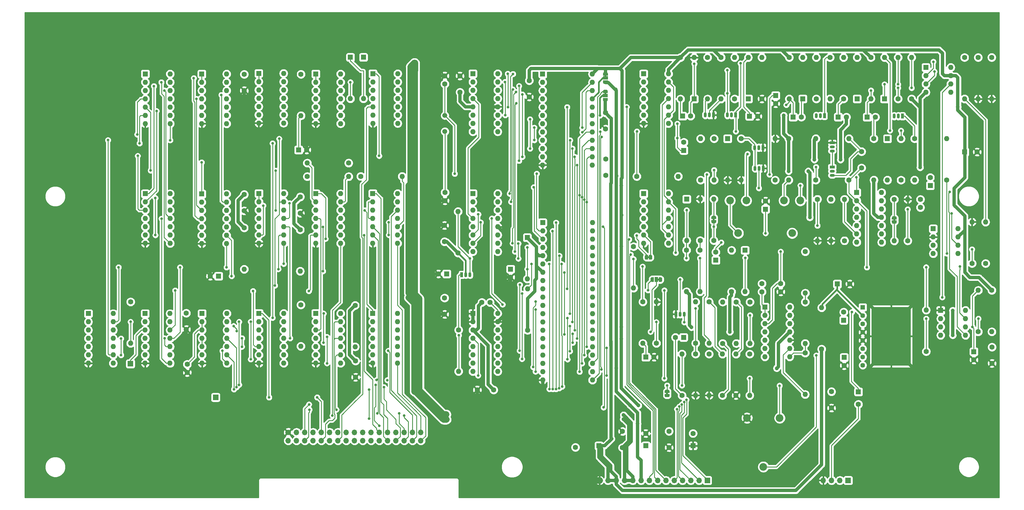
<source format=gbr>
G04 #@! TF.GenerationSoftware,KiCad,Pcbnew,(5.1.4)-1*
G04 #@! TF.CreationDate,2021-12-30T00:03:49-05:00*
G04 #@! TF.ProjectId,Space Firebird Soundboard,53706163-6520-4466-9972-656269726420,rev?*
G04 #@! TF.SameCoordinates,Original*
G04 #@! TF.FileFunction,Copper,L1,Top*
G04 #@! TF.FilePolarity,Positive*
%FSLAX46Y46*%
G04 Gerber Fmt 4.6, Leading zero omitted, Abs format (unit mm)*
G04 Created by KiCad (PCBNEW (5.1.4)-1) date 2021-12-30 00:03:49*
%MOMM*%
%LPD*%
G04 APERTURE LIST*
%ADD10C,0.100000*%
%ADD11O,1.700000X1.700000*%
%ADD12C,1.700000*%
%ADD13C,1.600000*%
%ADD14O,1.600000X1.600000*%
%ADD15R,1.600000X1.600000*%
%ADD16C,1.450000*%
%ADD17R,1.450000X1.450000*%
%ADD18R,12.000000X18.000000*%
%ADD19C,0.500000*%
%ADD20R,1.500000X1.000000*%
%ADD21R,1.000000X1.500000*%
%ADD22R,1.700000X1.700000*%
%ADD23R,0.900000X1.500000*%
%ADD24O,0.900000X1.500000*%
%ADD25O,1.500000X0.900000*%
%ADD26R,1.500000X0.900000*%
%ADD27C,2.340000*%
%ADD28C,1.500000*%
%ADD29C,1.200000*%
%ADD30C,0.800000*%
%ADD31C,1.000000*%
%ADD32C,2.000000*%
%ADD33C,3.000000*%
%ADD34C,0.500000*%
%ADD35C,0.250000*%
%ADD36C,0.254000*%
G04 APERTURE END LIST*
D10*
G36*
X198925000Y-39825000D02*
G01*
X198925000Y-40325000D01*
X198325000Y-40325000D01*
X198325000Y-39825000D01*
X198925000Y-39825000D01*
G37*
G36*
X198900000Y-45200000D02*
G01*
X198900000Y-45700000D01*
X198300000Y-45700000D01*
X198300000Y-45200000D01*
X198900000Y-45200000D01*
G37*
G36*
X215130000Y-102830000D02*
G01*
X214630000Y-102830000D01*
X214630000Y-102230000D01*
X215130000Y-102230000D01*
X215130000Y-102830000D01*
G37*
G36*
X217825000Y-137700000D02*
G01*
X217825000Y-137200000D01*
X217225000Y-137200000D01*
X217225000Y-137700000D01*
X217825000Y-137700000D01*
G37*
G36*
X211570000Y-95990000D02*
G01*
X212070000Y-95990000D01*
X212070000Y-95390000D01*
X211570000Y-95390000D01*
X211570000Y-95990000D01*
G37*
G36*
X231525000Y-83875000D02*
G01*
X231525000Y-84375000D01*
X232125000Y-84375000D01*
X232125000Y-83875000D01*
X231525000Y-83875000D01*
G37*
G36*
X286850000Y-84000000D02*
G01*
X286850000Y-84500000D01*
X287450000Y-84500000D01*
X287450000Y-84000000D01*
X286850000Y-84000000D01*
G37*
D11*
X142040000Y-151925000D03*
X142040000Y-149385000D03*
X139500000Y-151925000D03*
X139500000Y-149385000D03*
X136960000Y-151925000D03*
X136960000Y-149385000D03*
X134420000Y-151925000D03*
X134420000Y-149385000D03*
X131880000Y-151925000D03*
X131880000Y-149385000D03*
X129340000Y-151925000D03*
X129340000Y-149385000D03*
X126800000Y-151925000D03*
X126800000Y-149385000D03*
X124260000Y-151925000D03*
X124260000Y-149385000D03*
X121720000Y-151925000D03*
X121720000Y-149385000D03*
X119180000Y-151925000D03*
X119180000Y-149385000D03*
X116640000Y-151925000D03*
X116640000Y-149385000D03*
X114100000Y-151925000D03*
X114100000Y-149385000D03*
X111560000Y-151925000D03*
X111560000Y-149385000D03*
X109020000Y-151925000D03*
X109020000Y-149385000D03*
X106480000Y-151925000D03*
X106480000Y-149385000D03*
X103940000Y-151925000D03*
X103940000Y-149385000D03*
X101400000Y-151925000D03*
D12*
X101400000Y-149385000D03*
D13*
X315125000Y-97575000D03*
D14*
X315125000Y-84875000D03*
D15*
X196630000Y-153500000D03*
D13*
X196630000Y-149700000D03*
D15*
X211000000Y-153500000D03*
D13*
X211000000Y-149700000D03*
D15*
X225450000Y-153500000D03*
D13*
X225450000Y-149700000D03*
X276150000Y-140750000D03*
D15*
X276150000Y-136950000D03*
D13*
X273500000Y-103875000D03*
D15*
X269700000Y-103875000D03*
D13*
X271800000Y-128900000D03*
D15*
X271800000Y-126400000D03*
X298175000Y-73725000D03*
D13*
X298175000Y-71225000D03*
D15*
X269975000Y-52700000D03*
D13*
X272475000Y-52700000D03*
D15*
X149950000Y-100775000D03*
D13*
X147450000Y-100775000D03*
X213500000Y-126300000D03*
D15*
X211000000Y-126300000D03*
X242800000Y-52450000D03*
D13*
X245300000Y-52450000D03*
X247700000Y-78450000D03*
D15*
X247700000Y-80950000D03*
D13*
X169550000Y-101825000D03*
D15*
X169550000Y-99325000D03*
D13*
X250775000Y-48600000D03*
D15*
X250775000Y-46100000D03*
D13*
X220075000Y-120250000D03*
D15*
X222575000Y-120250000D03*
D13*
X232450000Y-94100000D03*
D15*
X232450000Y-96600000D03*
D13*
X311550000Y-127150000D03*
D15*
X311550000Y-124650000D03*
X222650000Y-62925000D03*
D13*
X222650000Y-60425000D03*
X281350000Y-52725000D03*
D15*
X278850000Y-52725000D03*
X256150000Y-52700000D03*
D13*
X258650000Y-52700000D03*
D15*
X222250000Y-52400000D03*
D13*
X224750000Y-52400000D03*
X70425000Y-128500000D03*
X70425000Y-131000000D03*
X246600000Y-103775000D03*
X246600000Y-106275000D03*
X252350000Y-103775000D03*
X252350000Y-106275000D03*
X160750000Y-109540000D03*
X163250000Y-109540000D03*
X295150000Y-80425000D03*
X295150000Y-77925000D03*
X189425000Y-148975000D03*
X189425000Y-153975000D03*
X203850000Y-154075000D03*
X203850000Y-149075000D03*
X218100000Y-154025000D03*
X218100000Y-149025000D03*
X267900000Y-136900000D03*
X267900000Y-141900000D03*
X317100000Y-123225000D03*
X317100000Y-128225000D03*
X70150000Y-117825000D03*
X70150000Y-112825000D03*
X122025000Y-127475000D03*
X122025000Y-132475000D03*
X87900000Y-81450000D03*
X87900000Y-76450000D03*
X105075000Y-77150000D03*
X105075000Y-82150000D03*
X87900000Y-44575000D03*
X87900000Y-39575000D03*
X154025000Y-45075000D03*
X154025000Y-40075000D03*
X149275000Y-85925000D03*
X149275000Y-90925000D03*
X175250000Y-41500000D03*
X175250000Y-46500000D03*
X198700000Y-65600000D03*
X198700000Y-70600000D03*
X198625000Y-51375000D03*
X198625000Y-56375000D03*
X149325000Y-108175000D03*
X149325000Y-113175000D03*
X159350000Y-136350000D03*
X164350000Y-136350000D03*
D15*
X271650000Y-115000000D03*
D13*
X271650000Y-112500000D03*
X312530000Y-63410000D03*
D15*
X308730000Y-63410000D03*
D13*
X277100000Y-63275000D03*
X277100000Y-68275000D03*
X149400000Y-42575000D03*
X149400000Y-40075000D03*
X149425000Y-78325000D03*
X149425000Y-75825000D03*
D15*
X174650000Y-89650000D03*
D14*
X174650000Y-102350000D03*
D15*
X223500000Y-77850000D03*
D14*
X223500000Y-90550000D03*
D15*
X241425000Y-93550000D03*
D14*
X241425000Y-106250000D03*
D15*
X236075000Y-59325000D03*
D14*
X236075000Y-72025000D03*
X285050000Y-72025000D03*
D15*
X285050000Y-59325000D03*
D14*
X259100000Y-34425000D03*
D15*
X259100000Y-47125000D03*
D14*
X225800000Y-34450000D03*
D15*
X225800000Y-47150000D03*
D14*
X242400000Y-34425000D03*
D15*
X242400000Y-47125000D03*
X120450000Y-34375000D03*
D14*
X120450000Y-47075000D03*
X124450000Y-47075000D03*
D15*
X124450000Y-34375000D03*
X284150000Y-47125000D03*
D14*
X284150000Y-34425000D03*
X275750000Y-34425000D03*
D15*
X275750000Y-47125000D03*
D14*
X82595000Y-112950000D03*
X74975000Y-128190000D03*
X82595000Y-115490000D03*
X74975000Y-125650000D03*
X82595000Y-118030000D03*
X74975000Y-123110000D03*
X82595000Y-120570000D03*
X74975000Y-120570000D03*
X82595000Y-123110000D03*
X74975000Y-118030000D03*
X82595000Y-125650000D03*
X74975000Y-115490000D03*
X82595000Y-128190000D03*
D15*
X74975000Y-112950000D03*
X127275000Y-112925000D03*
D14*
X134895000Y-128165000D03*
X127275000Y-115465000D03*
X134895000Y-125625000D03*
X127275000Y-118005000D03*
X134895000Y-123085000D03*
X127275000Y-120545000D03*
X134895000Y-120545000D03*
X127275000Y-123085000D03*
X134895000Y-118005000D03*
X127275000Y-125625000D03*
X134895000Y-115465000D03*
X127275000Y-128165000D03*
X134895000Y-112925000D03*
D15*
X92400000Y-112925000D03*
D14*
X100020000Y-128165000D03*
X92400000Y-115465000D03*
X100020000Y-125625000D03*
X92400000Y-118005000D03*
X100020000Y-123085000D03*
X92400000Y-120545000D03*
X100020000Y-120545000D03*
X92400000Y-123085000D03*
X100020000Y-118005000D03*
X92400000Y-125625000D03*
X100020000Y-115465000D03*
X92400000Y-128165000D03*
X100020000Y-112925000D03*
X117445000Y-112925000D03*
X109825000Y-128165000D03*
X117445000Y-115465000D03*
X109825000Y-125625000D03*
X117445000Y-118005000D03*
X109825000Y-123085000D03*
X117445000Y-120545000D03*
X109825000Y-120545000D03*
X117445000Y-123085000D03*
X109825000Y-118005000D03*
X117445000Y-125625000D03*
X109825000Y-115465000D03*
X117445000Y-128165000D03*
D15*
X109825000Y-112925000D03*
X127300000Y-76175000D03*
D14*
X134920000Y-91415000D03*
X127300000Y-78715000D03*
X134920000Y-88875000D03*
X127300000Y-81255000D03*
X134920000Y-86335000D03*
X127300000Y-83795000D03*
X134920000Y-83795000D03*
X127300000Y-86335000D03*
X134920000Y-81255000D03*
X127300000Y-88875000D03*
X134920000Y-78715000D03*
X127300000Y-91415000D03*
X134920000Y-76175000D03*
X117445000Y-76200000D03*
X109825000Y-91440000D03*
X117445000Y-78740000D03*
X109825000Y-88900000D03*
X117445000Y-81280000D03*
X109825000Y-86360000D03*
X117445000Y-83820000D03*
X109825000Y-83820000D03*
X117445000Y-86360000D03*
X109825000Y-81280000D03*
X117445000Y-88900000D03*
X109825000Y-78740000D03*
X117445000Y-91440000D03*
D15*
X109825000Y-76200000D03*
D14*
X65195000Y-76200000D03*
X57575000Y-91440000D03*
X65195000Y-78740000D03*
X57575000Y-88900000D03*
X65195000Y-81280000D03*
X57575000Y-86360000D03*
X65195000Y-83820000D03*
X57575000Y-83820000D03*
X65195000Y-86360000D03*
X57575000Y-81280000D03*
X65195000Y-88900000D03*
X57575000Y-78740000D03*
X65195000Y-91440000D03*
D15*
X57575000Y-76200000D03*
X40125000Y-112950000D03*
D14*
X47745000Y-128190000D03*
X40125000Y-115490000D03*
X47745000Y-125650000D03*
X40125000Y-118030000D03*
X47745000Y-123110000D03*
X40125000Y-120570000D03*
X47745000Y-120570000D03*
X40125000Y-123110000D03*
X47745000Y-118030000D03*
X40125000Y-125650000D03*
X47745000Y-115490000D03*
X40125000Y-128190000D03*
X47745000Y-112950000D03*
D15*
X57575000Y-39475000D03*
D14*
X65195000Y-54715000D03*
X57575000Y-42015000D03*
X65195000Y-52175000D03*
X57575000Y-44555000D03*
X65195000Y-49635000D03*
X57575000Y-47095000D03*
X65195000Y-47095000D03*
X57575000Y-49635000D03*
X65195000Y-44555000D03*
X57575000Y-52175000D03*
X65195000Y-42015000D03*
X57575000Y-54715000D03*
X65195000Y-39475000D03*
D15*
X57550000Y-112950000D03*
D14*
X65170000Y-128190000D03*
X57550000Y-115490000D03*
X65170000Y-125650000D03*
X57550000Y-118030000D03*
X65170000Y-123110000D03*
X57550000Y-120570000D03*
X65170000Y-120570000D03*
X57550000Y-123110000D03*
X65170000Y-118030000D03*
X57550000Y-125650000D03*
X65170000Y-115490000D03*
X57550000Y-128190000D03*
X65170000Y-112950000D03*
D15*
X74875000Y-76275000D03*
D14*
X82495000Y-91515000D03*
X74875000Y-78815000D03*
X82495000Y-88975000D03*
X74875000Y-81355000D03*
X82495000Y-86435000D03*
X74875000Y-83895000D03*
X82495000Y-83895000D03*
X74875000Y-86435000D03*
X82495000Y-81355000D03*
X74875000Y-88975000D03*
X82495000Y-78815000D03*
X74875000Y-91515000D03*
X82495000Y-76275000D03*
X100020000Y-76125000D03*
X92400000Y-91365000D03*
X100020000Y-78665000D03*
X92400000Y-88825000D03*
X100020000Y-81205000D03*
X92400000Y-86285000D03*
X100020000Y-83745000D03*
X92400000Y-83745000D03*
X100020000Y-86285000D03*
X92400000Y-81205000D03*
X100020000Y-88825000D03*
X92400000Y-78665000D03*
X100020000Y-91365000D03*
D15*
X92400000Y-76125000D03*
D14*
X134945000Y-39400000D03*
X127325000Y-54640000D03*
X134945000Y-41940000D03*
X127325000Y-52100000D03*
X134945000Y-44480000D03*
X127325000Y-49560000D03*
X134945000Y-47020000D03*
X127325000Y-47020000D03*
X134945000Y-49560000D03*
X127325000Y-44480000D03*
X134945000Y-52100000D03*
X127325000Y-41940000D03*
X134945000Y-54640000D03*
D15*
X127325000Y-39400000D03*
D14*
X117445000Y-39475000D03*
X109825000Y-54715000D03*
X117445000Y-42015000D03*
X109825000Y-52175000D03*
X117445000Y-44555000D03*
X109825000Y-49635000D03*
X117445000Y-47095000D03*
X109825000Y-47095000D03*
X117445000Y-49635000D03*
X109825000Y-44555000D03*
X117445000Y-52175000D03*
X109825000Y-42015000D03*
X117445000Y-54715000D03*
D15*
X109825000Y-39475000D03*
X92350000Y-39300000D03*
D14*
X99970000Y-54540000D03*
X92350000Y-41840000D03*
X99970000Y-52000000D03*
X92350000Y-44380000D03*
X99970000Y-49460000D03*
X92350000Y-46920000D03*
X99970000Y-46920000D03*
X92350000Y-49460000D03*
X99970000Y-44380000D03*
X92350000Y-52000000D03*
X99970000Y-41840000D03*
X92350000Y-54540000D03*
X99970000Y-39300000D03*
X82520000Y-39500000D03*
X74900000Y-54740000D03*
X82520000Y-42040000D03*
X74900000Y-52200000D03*
X82520000Y-44580000D03*
X74900000Y-49660000D03*
X82520000Y-47120000D03*
X74900000Y-47120000D03*
X82520000Y-49660000D03*
X74900000Y-44580000D03*
X82520000Y-52200000D03*
X74900000Y-42040000D03*
X82520000Y-54740000D03*
D15*
X74900000Y-39500000D03*
X157975000Y-39400000D03*
D14*
X165595000Y-57180000D03*
X157975000Y-41940000D03*
X165595000Y-54640000D03*
X157975000Y-44480000D03*
X165595000Y-52100000D03*
X157975000Y-47020000D03*
X165595000Y-49560000D03*
X157975000Y-49560000D03*
X165595000Y-47020000D03*
X157975000Y-52100000D03*
X165595000Y-44480000D03*
X157975000Y-54640000D03*
X165595000Y-41940000D03*
X157975000Y-57180000D03*
X165595000Y-39400000D03*
X165595000Y-76175000D03*
X157975000Y-93955000D03*
X165595000Y-78715000D03*
X157975000Y-91415000D03*
X165595000Y-81255000D03*
X157975000Y-88875000D03*
X165595000Y-83795000D03*
X157975000Y-86335000D03*
X165595000Y-86335000D03*
X157975000Y-83795000D03*
X165595000Y-88875000D03*
X157975000Y-81255000D03*
X165595000Y-91415000D03*
X157975000Y-78715000D03*
X165595000Y-93955000D03*
D15*
X157975000Y-76175000D03*
D14*
X194640000Y-85075000D03*
X179400000Y-133335000D03*
X194640000Y-87615000D03*
X179400000Y-130795000D03*
X194640000Y-90155000D03*
X179400000Y-128255000D03*
X194640000Y-92695000D03*
X179400000Y-125715000D03*
X194640000Y-95235000D03*
X179400000Y-123175000D03*
X194640000Y-97775000D03*
X179400000Y-120635000D03*
X194640000Y-100315000D03*
X179400000Y-118095000D03*
X194640000Y-102855000D03*
X179400000Y-115555000D03*
X194640000Y-105395000D03*
X179400000Y-113015000D03*
X194640000Y-107935000D03*
X179400000Y-110475000D03*
X194640000Y-110475000D03*
X179400000Y-107935000D03*
X194640000Y-113015000D03*
X179400000Y-105395000D03*
X194640000Y-115555000D03*
X179400000Y-102855000D03*
X194640000Y-118095000D03*
X179400000Y-100315000D03*
X194640000Y-120635000D03*
X179400000Y-97775000D03*
X194640000Y-123175000D03*
X179400000Y-95235000D03*
X194640000Y-125715000D03*
X179400000Y-92695000D03*
X194640000Y-128255000D03*
X179400000Y-90155000D03*
X194640000Y-130795000D03*
X179400000Y-87615000D03*
X194640000Y-133335000D03*
D15*
X179400000Y-85075000D03*
D14*
X194615000Y-39500000D03*
X179375000Y-67440000D03*
X194615000Y-42040000D03*
X179375000Y-64900000D03*
X194615000Y-44580000D03*
X179375000Y-62360000D03*
X194615000Y-47120000D03*
X179375000Y-59820000D03*
X194615000Y-49660000D03*
X179375000Y-57280000D03*
X194615000Y-52200000D03*
X179375000Y-54740000D03*
X194615000Y-54740000D03*
X179375000Y-52200000D03*
X194615000Y-57280000D03*
X179375000Y-49660000D03*
X194615000Y-59820000D03*
X179375000Y-47120000D03*
X194615000Y-62360000D03*
X179375000Y-44580000D03*
X194615000Y-64900000D03*
X179375000Y-42040000D03*
X194615000Y-67440000D03*
D15*
X179375000Y-39500000D03*
D14*
X165595000Y-112925000D03*
X157975000Y-130705000D03*
X165595000Y-115465000D03*
X157975000Y-128165000D03*
X165595000Y-118005000D03*
X157975000Y-125625000D03*
X165595000Y-120545000D03*
X157975000Y-123085000D03*
X165595000Y-123085000D03*
X157975000Y-120545000D03*
X165595000Y-125625000D03*
X157975000Y-118005000D03*
X165595000Y-128165000D03*
X157975000Y-115465000D03*
X165595000Y-130705000D03*
D15*
X157975000Y-112925000D03*
D14*
X217945000Y-76175000D03*
X210325000Y-91415000D03*
X217945000Y-78715000D03*
X210325000Y-88875000D03*
X217945000Y-81255000D03*
X210325000Y-86335000D03*
X217945000Y-83795000D03*
X210325000Y-83795000D03*
X217945000Y-86335000D03*
X210325000Y-81255000D03*
X217945000Y-88875000D03*
X210325000Y-78715000D03*
X217945000Y-91415000D03*
D15*
X210325000Y-76175000D03*
X210325000Y-39450000D03*
D14*
X217945000Y-54690000D03*
X210325000Y-41990000D03*
X217945000Y-52150000D03*
X210325000Y-44530000D03*
X217945000Y-49610000D03*
X210325000Y-47070000D03*
X217945000Y-47070000D03*
X210325000Y-49610000D03*
X217945000Y-44530000D03*
X210325000Y-52150000D03*
X217945000Y-41990000D03*
X210325000Y-54690000D03*
X217945000Y-39450000D03*
D15*
X275650000Y-75850000D03*
D14*
X283270000Y-91090000D03*
X275650000Y-78390000D03*
X283270000Y-88550000D03*
X275650000Y-80930000D03*
X283270000Y-86010000D03*
X275650000Y-83470000D03*
X283270000Y-83470000D03*
X275650000Y-86010000D03*
X283270000Y-80930000D03*
X275650000Y-88550000D03*
X283270000Y-78390000D03*
X275650000Y-91090000D03*
X283270000Y-75850000D03*
X255095000Y-110950000D03*
X247475000Y-126190000D03*
X255095000Y-113490000D03*
X247475000Y-123650000D03*
X255095000Y-116030000D03*
X247475000Y-121110000D03*
X255095000Y-118570000D03*
X247475000Y-118570000D03*
X255095000Y-121110000D03*
X247475000Y-116030000D03*
X255095000Y-123650000D03*
X247475000Y-113490000D03*
X255095000Y-126190000D03*
D15*
X247475000Y-110950000D03*
D16*
X277475000Y-128805000D03*
X277475000Y-126265000D03*
X277475000Y-123725000D03*
X277475000Y-121185000D03*
X277475000Y-118645000D03*
X277475000Y-116105000D03*
X277475000Y-113565000D03*
D17*
X277475000Y-111025000D03*
D18*
X286195000Y-119915000D03*
D14*
X308995000Y-111975000D03*
X301375000Y-119595000D03*
X308995000Y-114515000D03*
X301375000Y-117055000D03*
X308995000Y-117055000D03*
X301375000Y-114515000D03*
X308995000Y-119595000D03*
D15*
X301375000Y-111975000D03*
D19*
X198625000Y-42025000D03*
D10*
G36*
X199374398Y-42025000D02*
G01*
X199374398Y-42049534D01*
X199369588Y-42098365D01*
X199360016Y-42146490D01*
X199345772Y-42193445D01*
X199326995Y-42238778D01*
X199303864Y-42282051D01*
X199276604Y-42322850D01*
X199245476Y-42360779D01*
X199210779Y-42395476D01*
X199172850Y-42426604D01*
X199132051Y-42453864D01*
X199088778Y-42476995D01*
X199043445Y-42495772D01*
X198996490Y-42510016D01*
X198948365Y-42519588D01*
X198899534Y-42524398D01*
X198875000Y-42524398D01*
X198875000Y-42525000D01*
X198375000Y-42525000D01*
X198375000Y-42524398D01*
X198350466Y-42524398D01*
X198301635Y-42519588D01*
X198253510Y-42510016D01*
X198206555Y-42495772D01*
X198161222Y-42476995D01*
X198117949Y-42453864D01*
X198077150Y-42426604D01*
X198039221Y-42395476D01*
X198004524Y-42360779D01*
X197973396Y-42322850D01*
X197946136Y-42282051D01*
X197923005Y-42238778D01*
X197904228Y-42193445D01*
X197889984Y-42146490D01*
X197880412Y-42098365D01*
X197875602Y-42049534D01*
X197875602Y-42025000D01*
X197875000Y-42025000D01*
X197875000Y-41475000D01*
X199375000Y-41475000D01*
X199375000Y-42025000D01*
X199374398Y-42025000D01*
X199374398Y-42025000D01*
G37*
D20*
X198625000Y-40725000D03*
D19*
X198625000Y-39425000D03*
D10*
G36*
X197875000Y-39975000D02*
G01*
X197875000Y-39425000D01*
X197875602Y-39425000D01*
X197875602Y-39400466D01*
X197880412Y-39351635D01*
X197889984Y-39303510D01*
X197904228Y-39256555D01*
X197923005Y-39211222D01*
X197946136Y-39167949D01*
X197973396Y-39127150D01*
X198004524Y-39089221D01*
X198039221Y-39054524D01*
X198077150Y-39023396D01*
X198117949Y-38996136D01*
X198161222Y-38973005D01*
X198206555Y-38954228D01*
X198253510Y-38939984D01*
X198301635Y-38930412D01*
X198350466Y-38925602D01*
X198375000Y-38925602D01*
X198375000Y-38925000D01*
X198875000Y-38925000D01*
X198875000Y-38925602D01*
X198899534Y-38925602D01*
X198948365Y-38930412D01*
X198996490Y-38939984D01*
X199043445Y-38954228D01*
X199088778Y-38973005D01*
X199132051Y-38996136D01*
X199172850Y-39023396D01*
X199210779Y-39054524D01*
X199245476Y-39089221D01*
X199276604Y-39127150D01*
X199303864Y-39167949D01*
X199326995Y-39211222D01*
X199345772Y-39256555D01*
X199360016Y-39303510D01*
X199369588Y-39351635D01*
X199374398Y-39400466D01*
X199374398Y-39425000D01*
X199375000Y-39425000D01*
X199375000Y-39975000D01*
X197875000Y-39975000D01*
X197875000Y-39975000D01*
G37*
D19*
X198600000Y-44800000D03*
D10*
G36*
X197850000Y-45350000D02*
G01*
X197850000Y-44800000D01*
X197850602Y-44800000D01*
X197850602Y-44775466D01*
X197855412Y-44726635D01*
X197864984Y-44678510D01*
X197879228Y-44631555D01*
X197898005Y-44586222D01*
X197921136Y-44542949D01*
X197948396Y-44502150D01*
X197979524Y-44464221D01*
X198014221Y-44429524D01*
X198052150Y-44398396D01*
X198092949Y-44371136D01*
X198136222Y-44348005D01*
X198181555Y-44329228D01*
X198228510Y-44314984D01*
X198276635Y-44305412D01*
X198325466Y-44300602D01*
X198350000Y-44300602D01*
X198350000Y-44300000D01*
X198850000Y-44300000D01*
X198850000Y-44300602D01*
X198874534Y-44300602D01*
X198923365Y-44305412D01*
X198971490Y-44314984D01*
X199018445Y-44329228D01*
X199063778Y-44348005D01*
X199107051Y-44371136D01*
X199147850Y-44398396D01*
X199185779Y-44429524D01*
X199220476Y-44464221D01*
X199251604Y-44502150D01*
X199278864Y-44542949D01*
X199301995Y-44586222D01*
X199320772Y-44631555D01*
X199335016Y-44678510D01*
X199344588Y-44726635D01*
X199349398Y-44775466D01*
X199349398Y-44800000D01*
X199350000Y-44800000D01*
X199350000Y-45350000D01*
X197850000Y-45350000D01*
X197850000Y-45350000D01*
G37*
D20*
X198600000Y-46100000D03*
D19*
X198600000Y-47400000D03*
D10*
G36*
X199349398Y-47400000D02*
G01*
X199349398Y-47424534D01*
X199344588Y-47473365D01*
X199335016Y-47521490D01*
X199320772Y-47568445D01*
X199301995Y-47613778D01*
X199278864Y-47657051D01*
X199251604Y-47697850D01*
X199220476Y-47735779D01*
X199185779Y-47770476D01*
X199147850Y-47801604D01*
X199107051Y-47828864D01*
X199063778Y-47851995D01*
X199018445Y-47870772D01*
X198971490Y-47885016D01*
X198923365Y-47894588D01*
X198874534Y-47899398D01*
X198850000Y-47899398D01*
X198850000Y-47900000D01*
X198350000Y-47900000D01*
X198350000Y-47899398D01*
X198325466Y-47899398D01*
X198276635Y-47894588D01*
X198228510Y-47885016D01*
X198181555Y-47870772D01*
X198136222Y-47851995D01*
X198092949Y-47828864D01*
X198052150Y-47801604D01*
X198014221Y-47770476D01*
X197979524Y-47735779D01*
X197948396Y-47697850D01*
X197921136Y-47657051D01*
X197898005Y-47613778D01*
X197879228Y-47568445D01*
X197864984Y-47521490D01*
X197855412Y-47473365D01*
X197850602Y-47424534D01*
X197850602Y-47400000D01*
X197850000Y-47400000D01*
X197850000Y-46850000D01*
X199350000Y-46850000D01*
X199350000Y-47400000D01*
X199349398Y-47400000D01*
X199349398Y-47400000D01*
G37*
D19*
X212930000Y-102530000D03*
D10*
G36*
X212930000Y-103279398D02*
G01*
X212905466Y-103279398D01*
X212856635Y-103274588D01*
X212808510Y-103265016D01*
X212761555Y-103250772D01*
X212716222Y-103231995D01*
X212672949Y-103208864D01*
X212632150Y-103181604D01*
X212594221Y-103150476D01*
X212559524Y-103115779D01*
X212528396Y-103077850D01*
X212501136Y-103037051D01*
X212478005Y-102993778D01*
X212459228Y-102948445D01*
X212444984Y-102901490D01*
X212435412Y-102853365D01*
X212430602Y-102804534D01*
X212430602Y-102780000D01*
X212430000Y-102780000D01*
X212430000Y-102280000D01*
X212430602Y-102280000D01*
X212430602Y-102255466D01*
X212435412Y-102206635D01*
X212444984Y-102158510D01*
X212459228Y-102111555D01*
X212478005Y-102066222D01*
X212501136Y-102022949D01*
X212528396Y-101982150D01*
X212559524Y-101944221D01*
X212594221Y-101909524D01*
X212632150Y-101878396D01*
X212672949Y-101851136D01*
X212716222Y-101828005D01*
X212761555Y-101809228D01*
X212808510Y-101794984D01*
X212856635Y-101785412D01*
X212905466Y-101780602D01*
X212930000Y-101780602D01*
X212930000Y-101780000D01*
X213480000Y-101780000D01*
X213480000Y-103280000D01*
X212930000Y-103280000D01*
X212930000Y-103279398D01*
X212930000Y-103279398D01*
G37*
D21*
X214230000Y-102530000D03*
D19*
X215530000Y-102530000D03*
D10*
G36*
X214980000Y-101780000D02*
G01*
X215530000Y-101780000D01*
X215530000Y-101780602D01*
X215554534Y-101780602D01*
X215603365Y-101785412D01*
X215651490Y-101794984D01*
X215698445Y-101809228D01*
X215743778Y-101828005D01*
X215787051Y-101851136D01*
X215827850Y-101878396D01*
X215865779Y-101909524D01*
X215900476Y-101944221D01*
X215931604Y-101982150D01*
X215958864Y-102022949D01*
X215981995Y-102066222D01*
X216000772Y-102111555D01*
X216015016Y-102158510D01*
X216024588Y-102206635D01*
X216029398Y-102255466D01*
X216029398Y-102280000D01*
X216030000Y-102280000D01*
X216030000Y-102780000D01*
X216029398Y-102780000D01*
X216029398Y-102804534D01*
X216024588Y-102853365D01*
X216015016Y-102901490D01*
X216000772Y-102948445D01*
X215981995Y-102993778D01*
X215958864Y-103037051D01*
X215931604Y-103077850D01*
X215900476Y-103115779D01*
X215865779Y-103150476D01*
X215827850Y-103181604D01*
X215787051Y-103208864D01*
X215743778Y-103231995D01*
X215698445Y-103250772D01*
X215651490Y-103265016D01*
X215603365Y-103274588D01*
X215554534Y-103279398D01*
X215530000Y-103279398D01*
X215530000Y-103280000D01*
X214980000Y-103280000D01*
X214980000Y-101780000D01*
X214980000Y-101780000D01*
G37*
D19*
X217525000Y-138100000D03*
D10*
G36*
X218274398Y-138100000D02*
G01*
X218274398Y-138124534D01*
X218269588Y-138173365D01*
X218260016Y-138221490D01*
X218245772Y-138268445D01*
X218226995Y-138313778D01*
X218203864Y-138357051D01*
X218176604Y-138397850D01*
X218145476Y-138435779D01*
X218110779Y-138470476D01*
X218072850Y-138501604D01*
X218032051Y-138528864D01*
X217988778Y-138551995D01*
X217943445Y-138570772D01*
X217896490Y-138585016D01*
X217848365Y-138594588D01*
X217799534Y-138599398D01*
X217775000Y-138599398D01*
X217775000Y-138600000D01*
X217275000Y-138600000D01*
X217275000Y-138599398D01*
X217250466Y-138599398D01*
X217201635Y-138594588D01*
X217153510Y-138585016D01*
X217106555Y-138570772D01*
X217061222Y-138551995D01*
X217017949Y-138528864D01*
X216977150Y-138501604D01*
X216939221Y-138470476D01*
X216904524Y-138435779D01*
X216873396Y-138397850D01*
X216846136Y-138357051D01*
X216823005Y-138313778D01*
X216804228Y-138268445D01*
X216789984Y-138221490D01*
X216780412Y-138173365D01*
X216775602Y-138124534D01*
X216775602Y-138100000D01*
X216775000Y-138100000D01*
X216775000Y-137600000D01*
X218275000Y-137600000D01*
X218275000Y-138100000D01*
X218274398Y-138100000D01*
X218274398Y-138100000D01*
G37*
D19*
X217525000Y-136800000D03*
D10*
G36*
X216775000Y-137300000D02*
G01*
X216775000Y-136800000D01*
X216775602Y-136800000D01*
X216775602Y-136775466D01*
X216780412Y-136726635D01*
X216789984Y-136678510D01*
X216804228Y-136631555D01*
X216823005Y-136586222D01*
X216846136Y-136542949D01*
X216873396Y-136502150D01*
X216904524Y-136464221D01*
X216939221Y-136429524D01*
X216977150Y-136398396D01*
X217017949Y-136371136D01*
X217061222Y-136348005D01*
X217106555Y-136329228D01*
X217153510Y-136314984D01*
X217201635Y-136305412D01*
X217250466Y-136300602D01*
X217275000Y-136300602D01*
X217275000Y-136300000D01*
X217775000Y-136300000D01*
X217775000Y-136300602D01*
X217799534Y-136300602D01*
X217848365Y-136305412D01*
X217896490Y-136314984D01*
X217943445Y-136329228D01*
X217988778Y-136348005D01*
X218032051Y-136371136D01*
X218072850Y-136398396D01*
X218110779Y-136429524D01*
X218145476Y-136464221D01*
X218176604Y-136502150D01*
X218203864Y-136542949D01*
X218226995Y-136586222D01*
X218245772Y-136631555D01*
X218260016Y-136678510D01*
X218269588Y-136726635D01*
X218274398Y-136775466D01*
X218274398Y-136800000D01*
X218275000Y-136800000D01*
X218275000Y-137300000D01*
X216775000Y-137300000D01*
X216775000Y-137300000D01*
G37*
D19*
X212470000Y-95690000D03*
D10*
G36*
X211970000Y-94940000D02*
G01*
X212470000Y-94940000D01*
X212470000Y-94940602D01*
X212494534Y-94940602D01*
X212543365Y-94945412D01*
X212591490Y-94954984D01*
X212638445Y-94969228D01*
X212683778Y-94988005D01*
X212727051Y-95011136D01*
X212767850Y-95038396D01*
X212805779Y-95069524D01*
X212840476Y-95104221D01*
X212871604Y-95142150D01*
X212898864Y-95182949D01*
X212921995Y-95226222D01*
X212940772Y-95271555D01*
X212955016Y-95318510D01*
X212964588Y-95366635D01*
X212969398Y-95415466D01*
X212969398Y-95440000D01*
X212970000Y-95440000D01*
X212970000Y-95940000D01*
X212969398Y-95940000D01*
X212969398Y-95964534D01*
X212964588Y-96013365D01*
X212955016Y-96061490D01*
X212940772Y-96108445D01*
X212921995Y-96153778D01*
X212898864Y-96197051D01*
X212871604Y-96237850D01*
X212840476Y-96275779D01*
X212805779Y-96310476D01*
X212767850Y-96341604D01*
X212727051Y-96368864D01*
X212683778Y-96391995D01*
X212638445Y-96410772D01*
X212591490Y-96425016D01*
X212543365Y-96434588D01*
X212494534Y-96439398D01*
X212470000Y-96439398D01*
X212470000Y-96440000D01*
X211970000Y-96440000D01*
X211970000Y-94940000D01*
X211970000Y-94940000D01*
G37*
D19*
X211170000Y-95690000D03*
D10*
G36*
X211170000Y-96439398D02*
G01*
X211145466Y-96439398D01*
X211096635Y-96434588D01*
X211048510Y-96425016D01*
X211001555Y-96410772D01*
X210956222Y-96391995D01*
X210912949Y-96368864D01*
X210872150Y-96341604D01*
X210834221Y-96310476D01*
X210799524Y-96275779D01*
X210768396Y-96237850D01*
X210741136Y-96197051D01*
X210718005Y-96153778D01*
X210699228Y-96108445D01*
X210684984Y-96061490D01*
X210675412Y-96013365D01*
X210670602Y-95964534D01*
X210670602Y-95940000D01*
X210670000Y-95940000D01*
X210670000Y-95440000D01*
X210670602Y-95440000D01*
X210670602Y-95415466D01*
X210675412Y-95366635D01*
X210684984Y-95318510D01*
X210699228Y-95271555D01*
X210718005Y-95226222D01*
X210741136Y-95182949D01*
X210768396Y-95142150D01*
X210799524Y-95104221D01*
X210834221Y-95069524D01*
X210872150Y-95038396D01*
X210912949Y-95011136D01*
X210956222Y-94988005D01*
X211001555Y-94969228D01*
X211048510Y-94954984D01*
X211096635Y-94945412D01*
X211145466Y-94940602D01*
X211170000Y-94940602D01*
X211170000Y-94940000D01*
X211670000Y-94940000D01*
X211670000Y-96440000D01*
X211170000Y-96440000D01*
X211170000Y-96439398D01*
X211170000Y-96439398D01*
G37*
D19*
X231825000Y-83475000D03*
D10*
G36*
X231075602Y-83475000D02*
G01*
X231075602Y-83450466D01*
X231080412Y-83401635D01*
X231089984Y-83353510D01*
X231104228Y-83306555D01*
X231123005Y-83261222D01*
X231146136Y-83217949D01*
X231173396Y-83177150D01*
X231204524Y-83139221D01*
X231239221Y-83104524D01*
X231277150Y-83073396D01*
X231317949Y-83046136D01*
X231361222Y-83023005D01*
X231406555Y-83004228D01*
X231453510Y-82989984D01*
X231501635Y-82980412D01*
X231550466Y-82975602D01*
X231575000Y-82975602D01*
X231575000Y-82975000D01*
X232075000Y-82975000D01*
X232075000Y-82975602D01*
X232099534Y-82975602D01*
X232148365Y-82980412D01*
X232196490Y-82989984D01*
X232243445Y-83004228D01*
X232288778Y-83023005D01*
X232332051Y-83046136D01*
X232372850Y-83073396D01*
X232410779Y-83104524D01*
X232445476Y-83139221D01*
X232476604Y-83177150D01*
X232503864Y-83217949D01*
X232526995Y-83261222D01*
X232545772Y-83306555D01*
X232560016Y-83353510D01*
X232569588Y-83401635D01*
X232574398Y-83450466D01*
X232574398Y-83475000D01*
X232575000Y-83475000D01*
X232575000Y-83975000D01*
X231075000Y-83975000D01*
X231075000Y-83475000D01*
X231075602Y-83475000D01*
X231075602Y-83475000D01*
G37*
D19*
X231825000Y-84775000D03*
D10*
G36*
X232575000Y-84275000D02*
G01*
X232575000Y-84775000D01*
X232574398Y-84775000D01*
X232574398Y-84799534D01*
X232569588Y-84848365D01*
X232560016Y-84896490D01*
X232545772Y-84943445D01*
X232526995Y-84988778D01*
X232503864Y-85032051D01*
X232476604Y-85072850D01*
X232445476Y-85110779D01*
X232410779Y-85145476D01*
X232372850Y-85176604D01*
X232332051Y-85203864D01*
X232288778Y-85226995D01*
X232243445Y-85245772D01*
X232196490Y-85260016D01*
X232148365Y-85269588D01*
X232099534Y-85274398D01*
X232075000Y-85274398D01*
X232075000Y-85275000D01*
X231575000Y-85275000D01*
X231575000Y-85274398D01*
X231550466Y-85274398D01*
X231501635Y-85269588D01*
X231453510Y-85260016D01*
X231406555Y-85245772D01*
X231361222Y-85226995D01*
X231317949Y-85203864D01*
X231277150Y-85176604D01*
X231239221Y-85145476D01*
X231204524Y-85110779D01*
X231173396Y-85072850D01*
X231146136Y-85032051D01*
X231123005Y-84988778D01*
X231104228Y-84943445D01*
X231089984Y-84896490D01*
X231080412Y-84848365D01*
X231075602Y-84799534D01*
X231075602Y-84775000D01*
X231075000Y-84775000D01*
X231075000Y-84275000D01*
X232575000Y-84275000D01*
X232575000Y-84275000D01*
G37*
D19*
X287150000Y-84900000D03*
D10*
G36*
X287900000Y-84400000D02*
G01*
X287900000Y-84900000D01*
X287899398Y-84900000D01*
X287899398Y-84924534D01*
X287894588Y-84973365D01*
X287885016Y-85021490D01*
X287870772Y-85068445D01*
X287851995Y-85113778D01*
X287828864Y-85157051D01*
X287801604Y-85197850D01*
X287770476Y-85235779D01*
X287735779Y-85270476D01*
X287697850Y-85301604D01*
X287657051Y-85328864D01*
X287613778Y-85351995D01*
X287568445Y-85370772D01*
X287521490Y-85385016D01*
X287473365Y-85394588D01*
X287424534Y-85399398D01*
X287400000Y-85399398D01*
X287400000Y-85400000D01*
X286900000Y-85400000D01*
X286900000Y-85399398D01*
X286875466Y-85399398D01*
X286826635Y-85394588D01*
X286778510Y-85385016D01*
X286731555Y-85370772D01*
X286686222Y-85351995D01*
X286642949Y-85328864D01*
X286602150Y-85301604D01*
X286564221Y-85270476D01*
X286529524Y-85235779D01*
X286498396Y-85197850D01*
X286471136Y-85157051D01*
X286448005Y-85113778D01*
X286429228Y-85068445D01*
X286414984Y-85021490D01*
X286405412Y-84973365D01*
X286400602Y-84924534D01*
X286400602Y-84900000D01*
X286400000Y-84900000D01*
X286400000Y-84400000D01*
X287900000Y-84400000D01*
X287900000Y-84400000D01*
G37*
D19*
X287150000Y-83600000D03*
D10*
G36*
X286400602Y-83600000D02*
G01*
X286400602Y-83575466D01*
X286405412Y-83526635D01*
X286414984Y-83478510D01*
X286429228Y-83431555D01*
X286448005Y-83386222D01*
X286471136Y-83342949D01*
X286498396Y-83302150D01*
X286529524Y-83264221D01*
X286564221Y-83229524D01*
X286602150Y-83198396D01*
X286642949Y-83171136D01*
X286686222Y-83148005D01*
X286731555Y-83129228D01*
X286778510Y-83114984D01*
X286826635Y-83105412D01*
X286875466Y-83100602D01*
X286900000Y-83100602D01*
X286900000Y-83100000D01*
X287400000Y-83100000D01*
X287400000Y-83100602D01*
X287424534Y-83100602D01*
X287473365Y-83105412D01*
X287521490Y-83114984D01*
X287568445Y-83129228D01*
X287613778Y-83148005D01*
X287657051Y-83171136D01*
X287697850Y-83198396D01*
X287735779Y-83229524D01*
X287770476Y-83264221D01*
X287801604Y-83302150D01*
X287828864Y-83342949D01*
X287851995Y-83386222D01*
X287870772Y-83431555D01*
X287885016Y-83478510D01*
X287894588Y-83526635D01*
X287899398Y-83575466D01*
X287899398Y-83600000D01*
X287900000Y-83600000D01*
X287900000Y-84100000D01*
X286400000Y-84100000D01*
X286400000Y-83600000D01*
X286400602Y-83600000D01*
X286400602Y-83600000D01*
G37*
D11*
X265380000Y-164125000D03*
X267920000Y-164125000D03*
X270460000Y-164125000D03*
D22*
X273000000Y-164125000D03*
D11*
X194315000Y-164125000D03*
X196855000Y-164125000D03*
X199395000Y-164125000D03*
X201935000Y-164125000D03*
X204475000Y-164125000D03*
X207015000Y-164125000D03*
X209555000Y-164125000D03*
X212095000Y-164125000D03*
X214635000Y-164125000D03*
X217175000Y-164125000D03*
X219715000Y-164125000D03*
X222255000Y-164125000D03*
X224795000Y-164125000D03*
X227335000Y-164125000D03*
D22*
X229875000Y-164125000D03*
D13*
X271900000Y-90600000D03*
D14*
X271900000Y-77900000D03*
X292450000Y-34425000D03*
D13*
X292450000Y-47125000D03*
X296925000Y-124575000D03*
D14*
X296925000Y-111875000D03*
X317050000Y-118525000D03*
D13*
X317050000Y-105825000D03*
X280900000Y-59325000D03*
D14*
X280900000Y-72025000D03*
X263250000Y-34425000D03*
D13*
X263250000Y-47125000D03*
D14*
X237275000Y-93550000D03*
D13*
X237275000Y-106250000D03*
X234075000Y-34425000D03*
D14*
X234075000Y-47125000D03*
D13*
X214250000Y-122075000D03*
D14*
X214250000Y-109375000D03*
X273275000Y-59320000D03*
D13*
X273275000Y-72020000D03*
D14*
X312900000Y-105825000D03*
D13*
X312900000Y-118525000D03*
D14*
X238725000Y-122100000D03*
D13*
X238725000Y-109400000D03*
X234550000Y-122100000D03*
D14*
X234550000Y-109400000D03*
D13*
X234500000Y-138050000D03*
D14*
X234500000Y-125350000D03*
D13*
X210075000Y-109375000D03*
D14*
X210075000Y-122075000D03*
X174750000Y-105375000D03*
D13*
X174750000Y-118075000D03*
D14*
X153450000Y-81675000D03*
D13*
X153450000Y-94375000D03*
X242900000Y-109400000D03*
D14*
X242900000Y-122100000D03*
X238650000Y-125350000D03*
D13*
X238650000Y-138050000D03*
X226250000Y-122075000D03*
D14*
X226250000Y-109375000D03*
X226225000Y-138050000D03*
D13*
X226225000Y-125350000D03*
D14*
X263600000Y-90600000D03*
D13*
X263600000Y-77900000D03*
D14*
X291275000Y-77925000D03*
D13*
X291275000Y-90625000D03*
X308675000Y-34425000D03*
D14*
X308675000Y-47125000D03*
X288300000Y-34425000D03*
D13*
X288300000Y-47125000D03*
D14*
X254800000Y-72025000D03*
D13*
X254800000Y-59325000D03*
X263100000Y-72025000D03*
D14*
X263100000Y-59325000D03*
D13*
X279975000Y-34425000D03*
D14*
X279975000Y-47125000D03*
X289200000Y-59325000D03*
D13*
X289200000Y-72025000D03*
D14*
X227775000Y-59300000D03*
D13*
X227775000Y-72000000D03*
X254950000Y-34425000D03*
D14*
X254950000Y-47125000D03*
X271600000Y-34425000D03*
D13*
X271600000Y-47125000D03*
X221625000Y-34450000D03*
D14*
X221625000Y-47150000D03*
X229925000Y-47150000D03*
D13*
X229925000Y-34450000D03*
D14*
X238225000Y-34425000D03*
D13*
X238225000Y-47125000D03*
X153600000Y-117975000D03*
D14*
X153600000Y-130675000D03*
X240225000Y-72025000D03*
D13*
X240225000Y-59325000D03*
D14*
X259825000Y-122100000D03*
D13*
X259825000Y-109400000D03*
X259875000Y-93975000D03*
D14*
X259875000Y-106675000D03*
D13*
X259825000Y-125050000D03*
D14*
X259825000Y-137750000D03*
D13*
X105300000Y-39550000D03*
D14*
X105300000Y-52250000D03*
X220940000Y-70880000D03*
D13*
X208240000Y-70880000D03*
X230375000Y-125350000D03*
D14*
X230375000Y-138050000D03*
X227650000Y-77850000D03*
D13*
X227650000Y-90550000D03*
D14*
X310975000Y-84875000D03*
D13*
X310975000Y-97575000D03*
X312850000Y-34425000D03*
D14*
X312850000Y-47125000D03*
X317000000Y-47100000D03*
D13*
X317000000Y-34400000D03*
X231825000Y-90550000D03*
D14*
X231825000Y-77850000D03*
D13*
X287150000Y-77925000D03*
D14*
X287150000Y-90625000D03*
D13*
X246575000Y-47125000D03*
D14*
X246575000Y-34425000D03*
D13*
X222075000Y-138050000D03*
D14*
X222075000Y-125350000D03*
X207240000Y-105110000D03*
D13*
X207240000Y-92410000D03*
D14*
X242825000Y-138050000D03*
D13*
X242825000Y-125350000D03*
D14*
X105250000Y-122975000D03*
D13*
X105250000Y-110275000D03*
X123600000Y-70875000D03*
D14*
X136300000Y-70875000D03*
D13*
X105050000Y-87250000D03*
D14*
X105050000Y-99950000D03*
D13*
X121900000Y-110425000D03*
D14*
X121900000Y-123125000D03*
D13*
X107225000Y-70950000D03*
D14*
X119925000Y-70950000D03*
X107225000Y-66800000D03*
D13*
X119925000Y-66800000D03*
D14*
X53075000Y-122075000D03*
D13*
X53075000Y-109375000D03*
X87900000Y-86650000D03*
D14*
X87900000Y-99350000D03*
X223480000Y-106240000D03*
D13*
X223480000Y-93540000D03*
X227625000Y-93550000D03*
D14*
X227625000Y-106250000D03*
X267750000Y-90600000D03*
D13*
X267750000Y-77900000D03*
D14*
X303225000Y-59325000D03*
D13*
X303225000Y-72025000D03*
X250650000Y-72025000D03*
D14*
X250650000Y-59325000D03*
D13*
X293350000Y-59325000D03*
D14*
X293350000Y-72025000D03*
D13*
X231925000Y-59325000D03*
D14*
X231925000Y-72025000D03*
X267450000Y-47125000D03*
D13*
X267450000Y-34425000D03*
D14*
X230400000Y-122090000D03*
D13*
X230400000Y-109390000D03*
X264875000Y-123850000D03*
D14*
X264875000Y-111150000D03*
D22*
X53025000Y-128350000D03*
X79150000Y-138650000D03*
D23*
X154575000Y-101050000D03*
D24*
X157115000Y-101050000D03*
X155845000Y-101050000D03*
D23*
X220225000Y-113150000D03*
D24*
X222765000Y-113150000D03*
X221495000Y-113150000D03*
X245705000Y-68425000D03*
X244435000Y-68425000D03*
D23*
X246975000Y-68425000D03*
D24*
X245605000Y-62075000D03*
X244335000Y-62075000D03*
D23*
X246875000Y-62075000D03*
D25*
X268125000Y-69300000D03*
X268125000Y-70570000D03*
D26*
X268125000Y-68030000D03*
D23*
X289650000Y-52400000D03*
D24*
X287110000Y-52400000D03*
X288380000Y-52400000D03*
X264480000Y-52300000D03*
X263210000Y-52300000D03*
D23*
X265750000Y-52300000D03*
X231725000Y-52075000D03*
D24*
X229185000Y-52075000D03*
X230455000Y-52075000D03*
X237280000Y-52075000D03*
X236010000Y-52075000D03*
D23*
X238550000Y-52075000D03*
D26*
X268125000Y-60555000D03*
D25*
X268125000Y-63095000D03*
X268125000Y-61825000D03*
D27*
X242025000Y-144975000D03*
X247025000Y-159975000D03*
X252025000Y-144975000D03*
X236800000Y-78300000D03*
X239300000Y-88300000D03*
X241800000Y-78300000D03*
X258350000Y-78300000D03*
X255850000Y-88300000D03*
X253350000Y-78300000D03*
D28*
X149400000Y-57125000D03*
X149400000Y-52225000D03*
D15*
X299100000Y-86950000D03*
D14*
X306720000Y-94570000D03*
X299100000Y-89490000D03*
X306720000Y-92030000D03*
X299100000Y-92030000D03*
X306720000Y-89490000D03*
X299100000Y-94570000D03*
X306720000Y-86950000D03*
X304445000Y-37475000D03*
X296825000Y-45095000D03*
X304445000Y-40015000D03*
X296825000Y-42555000D03*
X304445000Y-42555000D03*
X296825000Y-40015000D03*
X304445000Y-45095000D03*
D15*
X296825000Y-37475000D03*
D13*
X77525000Y-101475000D03*
D15*
X80025000Y-101475000D03*
X104575000Y-62775000D03*
D13*
X107075000Y-62775000D03*
D29*
X291000000Y-113000000D03*
X289000000Y-113000000D03*
X287000000Y-113000000D03*
X285000000Y-113000000D03*
X283000000Y-113000000D03*
X283000000Y-115000000D03*
X291000000Y-117000000D03*
X289000000Y-117000000D03*
X287000000Y-117000000D03*
X291000000Y-115000000D03*
X289000000Y-115000000D03*
X287000000Y-115000000D03*
X285000000Y-115000000D03*
X285000000Y-117000000D03*
X283000000Y-117000000D03*
X283000000Y-119000000D03*
X285000000Y-119000000D03*
X285000000Y-121000000D03*
X283000000Y-121000000D03*
X283000000Y-123000000D03*
X285000000Y-123000000D03*
X287000000Y-123000000D03*
X289000000Y-123000000D03*
X289000000Y-125000000D03*
X287000000Y-125000000D03*
X285000000Y-125000000D03*
X283000000Y-125000000D03*
X283000000Y-127000000D03*
X285000000Y-127000000D03*
X287000000Y-127000000D03*
X289000000Y-127000000D03*
X291000000Y-127000000D03*
X291000000Y-125000000D03*
X291000000Y-123000000D03*
X142900000Y-57025000D03*
X144125000Y-57025000D03*
X87725000Y-57050000D03*
X107100000Y-57050000D03*
X142775000Y-93675000D03*
X144125000Y-93675000D03*
X77475000Y-93725000D03*
X144600000Y-130825000D03*
X145975000Y-130825000D03*
X102375000Y-131000000D03*
X89750000Y-93725000D03*
X106975000Y-93725000D03*
X143450000Y-67375000D03*
X163015000Y-67440000D03*
X204175000Y-144100000D03*
X149825000Y-143900000D03*
X149850000Y-145450000D03*
X204150000Y-145325000D03*
X138375000Y-108075000D03*
X138375000Y-106650000D03*
X138375000Y-73700000D03*
X140175000Y-73675000D03*
X138950000Y-37275000D03*
X140200000Y-36150000D03*
X138375000Y-91000000D03*
X139725000Y-90925000D03*
X138950000Y-44300000D03*
X208700000Y-141125000D03*
X203600000Y-82760000D03*
X203475010Y-120675000D03*
X203475010Y-117070000D03*
X224970000Y-117140000D03*
X236750000Y-118560000D03*
X203475010Y-92370000D03*
X306610000Y-49590000D03*
X253280000Y-52210000D03*
X203475010Y-73700000D03*
X254760000Y-69300000D03*
X261260000Y-83470000D03*
X260780000Y-69300000D03*
X305050000Y-112020000D03*
X305080000Y-119620000D03*
X202075000Y-70724990D03*
X206200000Y-141075000D03*
X208500000Y-146725000D03*
X251120000Y-129720000D03*
X201950000Y-129675010D03*
X201740000Y-44217500D03*
X295065000Y-68115000D03*
X262650000Y-65750000D03*
X270660000Y-65750000D03*
D30*
X274160000Y-112500000D03*
X214200000Y-115575000D03*
X222775000Y-115600000D03*
X247700000Y-88325000D03*
X242175000Y-64025000D03*
X174700000Y-92675000D03*
X174650000Y-99325000D03*
X248900000Y-70325000D03*
X229715000Y-70325000D03*
X217525000Y-138100000D03*
X212440000Y-118550000D03*
X234100000Y-91160000D03*
X311125000Y-117075000D03*
X296925000Y-114525000D03*
X220650000Y-59150000D03*
X220650000Y-54750000D03*
X280000000Y-44550000D03*
X254050000Y-48980000D03*
X225850000Y-36350000D03*
X242950000Y-113475000D03*
X252325000Y-93975000D03*
X304700000Y-82225000D03*
X304160000Y-75650000D03*
X245650000Y-74500000D03*
X275500000Y-71175000D03*
X296910000Y-98740000D03*
X278760000Y-98770000D03*
X177550000Y-70075000D03*
X152400000Y-70075000D03*
X208225000Y-89000000D03*
X176650000Y-74225000D03*
X223500000Y-81250000D03*
X227590000Y-95970000D03*
X223470000Y-96010000D03*
X312925000Y-114525000D03*
X307250000Y-98525000D03*
X241450000Y-95860000D03*
X231920000Y-68950000D03*
X235975000Y-45425000D03*
X235950000Y-38350000D03*
X120450000Y-42000000D03*
X288300000Y-42675000D03*
X284150000Y-42675000D03*
X285825000Y-56850000D03*
X289200000Y-56875000D03*
X128225000Y-134800000D03*
X86325000Y-134800000D03*
X86325000Y-115475000D03*
X129340000Y-147340000D03*
X89900000Y-126975000D03*
X89900000Y-115450000D03*
X130730000Y-135520000D03*
X85522728Y-135540259D03*
X87200000Y-123125000D03*
X87225000Y-120525000D03*
X126175000Y-136275000D03*
X84750000Y-136175000D03*
X126200000Y-145200000D03*
X81200000Y-124375000D03*
X95525000Y-138650000D03*
X110270000Y-138650000D03*
X124850000Y-81300000D03*
X96600000Y-114250000D03*
X96600000Y-60750000D03*
X55825000Y-60750000D03*
X132050000Y-124380000D03*
X85600000Y-118300000D03*
X84650000Y-116775000D03*
X90600000Y-106050000D03*
X107700000Y-106050000D03*
X101950000Y-120525000D03*
X116150000Y-142425000D03*
X107875000Y-142430000D03*
X113275000Y-128200000D03*
X113275000Y-120125000D03*
X112225000Y-121850000D03*
X112250000Y-112950000D03*
X132225000Y-85000000D03*
X132225000Y-88850000D03*
X128440000Y-133340000D03*
X131774990Y-133360000D03*
X128675010Y-143525000D03*
X135425000Y-143525000D03*
X101800000Y-79125000D03*
X112050000Y-99950000D03*
X112050000Y-86375000D03*
X93725000Y-79850000D03*
X124650000Y-88925000D03*
X114950000Y-144250000D03*
X136940000Y-144250000D03*
X112850000Y-90025000D03*
X60675000Y-77525000D03*
X60675000Y-88900000D03*
X74850000Y-66600000D03*
X63475000Y-44550000D03*
X62550000Y-83850000D03*
X129250000Y-64600000D03*
X55275000Y-64600000D03*
X61025000Y-50850000D03*
X62500000Y-42025000D03*
X60225000Y-43225000D03*
X49400000Y-98775000D03*
X100000000Y-97700000D03*
X82500000Y-98775000D03*
X68225000Y-98775000D03*
X50150000Y-125675000D03*
X50125000Y-120625000D03*
X46150000Y-59775000D03*
X65200000Y-59800000D03*
X72450000Y-40750000D03*
X66725000Y-105900000D03*
X97325000Y-104350000D03*
X98625000Y-59350000D03*
X55100000Y-58025000D03*
X73250000Y-47100000D03*
X59225000Y-69075000D03*
X97550000Y-69125000D03*
X97550000Y-81325000D03*
X80900000Y-45925000D03*
X53075000Y-115475000D03*
X63525000Y-120550000D03*
X172150000Y-66100000D03*
X172125000Y-43175000D03*
X189935000Y-67440000D03*
X189925000Y-120625000D03*
X173150000Y-64900000D03*
X173150000Y-45775000D03*
X189200000Y-64900000D03*
X189210000Y-118100000D03*
X163795000Y-83795000D03*
X167100000Y-110175000D03*
X175500000Y-53375000D03*
X175500000Y-62375000D03*
X188490000Y-62360000D03*
X188475000Y-115550000D03*
X176800000Y-55950000D03*
X176825000Y-59775000D03*
X187780000Y-59820000D03*
X187750000Y-113000000D03*
X167900000Y-52100000D03*
X167850000Y-41925000D03*
X168775000Y-49675000D03*
X168675000Y-39425000D03*
X170300000Y-39500000D03*
X169250010Y-76200000D03*
X170250000Y-44225000D03*
X169700020Y-78700000D03*
X160400000Y-85000000D03*
X192875000Y-78750000D03*
X192850000Y-123150000D03*
X159650000Y-82525000D03*
X192150000Y-78000010D03*
X192100000Y-125725000D03*
X191425000Y-77300000D03*
X191425000Y-128250000D03*
X171225000Y-45000000D03*
X170150000Y-91425000D03*
X190677589Y-76635635D03*
X190675000Y-130775000D03*
X171325000Y-48450000D03*
X170875000Y-93925000D03*
X221275000Y-141475000D03*
X182453514Y-136103209D03*
X182425000Y-87650000D03*
X171925000Y-91475000D03*
X171925000Y-96100000D03*
X157115000Y-96078998D03*
X210000000Y-98550000D03*
X222775000Y-140125000D03*
X184465096Y-135849980D03*
X184525000Y-95250000D03*
X223427941Y-139367589D03*
X185350000Y-135325000D03*
X185200000Y-97775000D03*
X186000000Y-119375000D03*
X186075000Y-100375000D03*
X172325000Y-124325000D03*
X172400000Y-104125000D03*
X173050000Y-126875000D03*
X173075000Y-106800000D03*
X176475000Y-129375000D03*
X177250000Y-109250000D03*
X177200000Y-130750000D03*
X177250000Y-111725000D03*
X187000000Y-127000000D03*
X186950000Y-114325000D03*
X186875000Y-105400000D03*
X186890000Y-49660000D03*
X187725000Y-124500000D03*
X187750000Y-116800000D03*
X188600000Y-121900000D03*
X188600000Y-119150000D03*
X176000000Y-97775000D03*
X220550000Y-142250000D03*
X181425000Y-136100000D03*
X181400000Y-97750000D03*
X197400000Y-130100000D03*
X197425153Y-58800153D03*
X191525000Y-57325000D03*
X191500000Y-55950000D03*
X197075000Y-57200000D03*
X222043222Y-140834815D03*
X183476979Y-136101369D03*
X183475000Y-85075000D03*
X196950000Y-52200000D03*
X153675000Y-119625000D03*
X199025000Y-123525000D03*
X199025000Y-131950000D03*
X159575000Y-131950000D03*
X205855000Y-90220000D03*
X231825000Y-86325000D03*
X197875000Y-86325000D03*
X198050000Y-141725000D03*
X107760000Y-140820000D03*
X207240000Y-96250000D03*
X212470000Y-95690000D03*
X206370000Y-94870000D03*
X220160000Y-94320000D03*
X205130000Y-49610000D03*
X287150000Y-84900000D03*
X263600000Y-86000000D03*
X291250000Y-81000000D03*
X303275000Y-94550000D03*
X310975000Y-93250000D03*
X301850000Y-107960000D03*
X299450000Y-38750000D03*
X292475000Y-43775000D03*
X288300000Y-43775000D03*
X299125000Y-35750000D03*
X263250000Y-125800000D03*
X216660000Y-132830000D03*
X216670000Y-105840000D03*
X211670000Y-105810000D03*
X242820000Y-132830000D03*
X221540000Y-102530000D03*
X215530000Y-102530000D03*
X222075000Y-135000000D03*
X217525000Y-135000000D03*
X251990000Y-135060000D03*
X226250000Y-111350000D03*
X263150000Y-68025000D03*
X240025000Y-36225000D03*
X208260000Y-57110000D03*
X238570000Y-57110000D03*
X258375000Y-73700000D03*
X98375000Y-99325000D03*
X84050000Y-101475000D03*
D31*
X199395000Y-164125000D02*
X199395000Y-159820000D01*
X196630000Y-157055000D02*
X196630000Y-153500000D01*
X199395000Y-159820000D02*
X196630000Y-157055000D01*
X196630000Y-153500000D02*
X196630000Y-153530000D01*
X196630000Y-153530000D02*
X197475000Y-154375000D01*
X197475000Y-154375000D02*
X197475000Y-156750000D01*
X197475000Y-156750000D02*
X200275000Y-159550000D01*
X200275000Y-159550000D02*
X200275000Y-161262919D01*
X201935000Y-162922919D02*
X201935000Y-164125000D01*
X200275000Y-161262919D02*
X201935000Y-162922919D01*
X198600000Y-51350000D02*
X198625000Y-51375000D01*
X198600000Y-47400000D02*
X198600000Y-51350000D01*
X199395000Y-164125000D02*
X201935000Y-164125000D01*
X201935000Y-165327081D02*
X203827919Y-167220000D01*
X201935000Y-164125000D02*
X201935000Y-165327081D01*
X203827919Y-167220000D02*
X256990000Y-167220000D01*
X264875000Y-159335000D02*
X264875000Y-123850000D01*
X256990000Y-167220000D02*
X264875000Y-159335000D01*
X200325001Y-121495001D02*
X200240000Y-121410000D01*
X200240000Y-121410000D02*
X200240000Y-122850000D01*
X196630000Y-153500000D02*
X198430000Y-153500000D01*
X198430000Y-153500000D02*
X200575000Y-151355000D01*
X200575000Y-151355000D02*
X200325001Y-151105001D01*
X200325001Y-151105001D02*
X200325001Y-121495001D01*
X200400001Y-53150001D02*
X199865000Y-52615000D01*
X200400001Y-72969999D02*
X200400001Y-53150001D01*
X200240000Y-73130000D02*
X200400001Y-72969999D01*
X200240000Y-121410000D02*
X200240000Y-73130000D01*
X198625000Y-51375000D02*
X199865000Y-52615000D01*
D32*
X196855000Y-164125000D02*
X194315000Y-164125000D01*
D33*
X196630000Y-149700000D02*
X196630000Y-147755000D01*
X196630000Y-147755000D02*
X193575000Y-144700000D01*
X157200000Y-144700000D02*
X145250000Y-132750000D01*
X145250000Y-106525000D02*
X143450000Y-104725000D01*
X143450000Y-57050000D02*
X143450000Y-55175000D01*
X143450000Y-55175000D02*
X143450000Y-40050000D01*
X143450000Y-40050000D02*
X143450000Y-33550000D01*
D31*
X185150000Y-144700000D02*
X184875000Y-144700000D01*
D33*
X189425000Y-148975000D02*
X185150000Y-144700000D01*
X193575000Y-144700000D02*
X184875000Y-144700000D01*
X194315000Y-162922919D02*
X193075000Y-161682919D01*
X194315000Y-164125000D02*
X194315000Y-162922919D01*
X193075000Y-161682919D02*
X193075000Y-153255000D01*
X193075000Y-152625000D02*
X189425000Y-148975000D01*
X193075000Y-153255000D02*
X193075000Y-152625000D01*
D31*
X87900000Y-56875000D02*
X87725000Y-57050000D01*
X87900000Y-44575000D02*
X87900000Y-56875000D01*
X107075000Y-57075000D02*
X107100000Y-57050000D01*
X107075000Y-62775000D02*
X107075000Y-57075000D01*
D33*
X143450000Y-104725000D02*
X143450000Y-93675000D01*
D31*
X77525000Y-93775000D02*
X77475000Y-93725000D01*
X77525000Y-101475000D02*
X77525000Y-93775000D01*
D33*
X145250000Y-132750000D02*
X145250000Y-130825000D01*
D31*
X146575000Y-113175000D02*
X145250000Y-111850000D01*
X149325000Y-113175000D02*
X146575000Y-113175000D01*
D33*
X145250000Y-130825000D02*
X145250000Y-111850000D01*
X145250000Y-111850000D02*
X145250000Y-106525000D01*
D31*
X143725000Y-85925000D02*
X143450000Y-85650000D01*
X149275000Y-85925000D02*
X143725000Y-85925000D01*
D33*
X143450000Y-93675000D02*
X143450000Y-85650000D01*
D31*
X143925000Y-78325000D02*
X143450000Y-77850000D01*
X149425000Y-78325000D02*
X143925000Y-78325000D01*
D33*
X143450000Y-85650000D02*
X143450000Y-77850000D01*
D31*
X148243630Y-40050000D02*
X143450000Y-40050000D01*
X148268630Y-40075000D02*
X148243630Y-40050000D01*
X149400000Y-40075000D02*
X148268630Y-40075000D01*
X143450000Y-103643630D02*
X143450000Y-104725000D01*
X146318630Y-100775000D02*
X143450000Y-103643630D01*
X147450000Y-100775000D02*
X146318630Y-100775000D01*
X87900000Y-81450000D02*
X89650000Y-83200000D01*
X89650000Y-93625000D02*
X89750000Y-93725000D01*
X89650000Y-83200000D02*
X89650000Y-93625000D01*
X105075000Y-82150000D02*
X106900000Y-83975000D01*
X106900000Y-93650000D02*
X106975000Y-93725000D01*
X106900000Y-83975000D02*
X106900000Y-93650000D01*
X70150000Y-118956370D02*
X68300000Y-120806370D01*
X70150000Y-117825000D02*
X70150000Y-118956370D01*
X68300000Y-128875000D02*
X70425000Y-131000000D01*
X68300000Y-120806370D02*
X68300000Y-128875000D01*
X157975000Y-112925000D02*
X157975000Y-115465000D01*
X179400000Y-141900000D02*
X182200000Y-144700000D01*
X179400000Y-133335000D02*
X179400000Y-141900000D01*
D33*
X184875000Y-144700000D02*
X182200000Y-144700000D01*
D31*
X159350000Y-141050000D02*
X163000000Y-144700000D01*
X159350000Y-136350000D02*
X159350000Y-141050000D01*
D33*
X182200000Y-144700000D02*
X163000000Y-144700000D01*
X163000000Y-144700000D02*
X157200000Y-144700000D01*
X143450000Y-77850000D02*
X143450000Y-67375000D01*
X143450000Y-67375000D02*
X143450000Y-57050000D01*
D31*
X164463630Y-49560000D02*
X162950000Y-51073630D01*
X165595000Y-49560000D02*
X164463630Y-49560000D01*
X162950000Y-67375000D02*
X163015000Y-67440000D01*
X162950000Y-51073630D02*
X162950000Y-67375000D01*
X169550000Y-111510000D02*
X165595000Y-115465000D01*
X169550000Y-101825000D02*
X169550000Y-111510000D01*
X165595000Y-86335000D02*
X167725000Y-88465000D01*
X168418630Y-101825000D02*
X169550000Y-101825000D01*
X167725000Y-101131370D02*
X168418630Y-101825000D01*
X167725000Y-88465000D02*
X167725000Y-101131370D01*
X289195000Y-119915000D02*
X289195000Y-113905000D01*
X289195000Y-113905000D02*
X293325000Y-109775000D01*
X289195000Y-119915000D02*
X289195000Y-125945000D01*
X289195000Y-125945000D02*
X293550000Y-130300000D01*
X289195000Y-119915000D02*
X289185000Y-119915000D01*
X289185000Y-119915000D02*
X279725000Y-129375000D01*
X289195000Y-119915000D02*
X289195000Y-119845000D01*
X289195000Y-119845000D02*
X279600000Y-110250000D01*
X204475000Y-154700000D02*
X203850000Y-154075000D01*
X204475000Y-164125000D02*
X204475000Y-154700000D01*
X205000000Y-154075000D02*
X203850000Y-154075000D01*
X205200000Y-154275000D02*
X205000000Y-154075000D01*
X207015000Y-164125000D02*
X207015000Y-162922919D01*
X207015000Y-162922919D02*
X205200000Y-161107919D01*
X204475000Y-164125000D02*
X207015000Y-164125000D01*
X205200000Y-154975000D02*
X205200000Y-153525000D01*
X205200000Y-154975000D02*
X205200000Y-154275000D01*
X205200000Y-161107919D02*
X205200000Y-154975000D01*
X205200000Y-153525000D02*
X206550000Y-152175000D01*
X206550000Y-152175000D02*
X206550000Y-146400000D01*
X206550000Y-146400000D02*
X204250000Y-144100000D01*
X204250000Y-144100000D02*
X204175000Y-144100000D01*
X205775000Y-146950000D02*
X204150000Y-145325000D01*
X203850000Y-154075000D02*
X205775000Y-152150000D01*
X205775000Y-152150000D02*
X205775000Y-146950000D01*
X140401472Y-136850000D02*
X140175000Y-136850000D01*
D32*
X149001472Y-145450000D02*
X140401472Y-136850000D01*
X149001472Y-145450000D02*
X149850000Y-145450000D01*
X141525000Y-108375000D02*
X140850000Y-108375000D01*
X148976472Y-143900000D02*
X141525000Y-136448528D01*
X140850000Y-108375000D02*
X138375000Y-105900000D01*
X149825000Y-143900000D02*
X148976472Y-143900000D01*
X140175000Y-105900000D02*
X140175000Y-136850000D01*
X141525000Y-110875000D02*
X141175000Y-110875000D01*
X141525000Y-110875000D02*
X141525000Y-108375000D01*
X141525000Y-136448528D02*
X141525000Y-110875000D01*
X141175000Y-110875000D02*
X138375000Y-108075000D01*
X140175000Y-107025000D02*
X141525000Y-108375000D01*
X140175000Y-102850000D02*
X140175000Y-107025000D01*
X140175000Y-102850000D02*
X140175000Y-105900000D01*
X138375000Y-106650000D02*
X138375000Y-105900000D01*
X140175000Y-73675000D02*
X140175000Y-102850000D01*
X138974999Y-73100001D02*
X138974999Y-56525001D01*
X138375000Y-73700000D02*
X138974999Y-73100001D01*
X138974999Y-56525001D02*
X138950000Y-56500002D01*
X140175000Y-72826472D02*
X140175000Y-73675000D01*
X140175000Y-38500000D02*
X140175000Y-72826472D01*
X140200000Y-38475000D02*
X140175000Y-38500000D01*
X140200000Y-36150000D02*
X140200000Y-36150000D01*
X138950000Y-37275000D02*
X140075000Y-36150000D01*
X140075000Y-36150000D02*
X140200000Y-36150000D01*
X140200000Y-36150000D02*
X140200000Y-38475000D01*
D31*
X87900000Y-86650000D02*
X86075000Y-84825000D01*
X86075000Y-78275000D02*
X87900000Y-76450000D01*
X86075000Y-84825000D02*
X86075000Y-78275000D01*
X121100001Y-111224999D02*
X121900000Y-110425000D01*
X120199999Y-112125001D02*
X121100001Y-111224999D01*
X120199999Y-125649999D02*
X120199999Y-112125001D01*
X122025000Y-127475000D02*
X120199999Y-125649999D01*
X105050000Y-87250000D02*
X103150000Y-85350000D01*
X103150000Y-79075000D02*
X105075000Y-77150000D01*
X103150000Y-85350000D02*
X103150000Y-79075000D01*
D34*
X155845000Y-96770000D02*
X155137500Y-96062500D01*
X155845000Y-101050000D02*
X155845000Y-96770000D01*
X153450000Y-94375000D02*
X155137500Y-96062500D01*
D31*
X150000000Y-90925000D02*
X153450000Y-94375000D01*
X149275000Y-90925000D02*
X150000000Y-90925000D01*
D32*
X138375000Y-105900000D02*
X138375000Y-91000000D01*
X138375000Y-91000000D02*
X138375000Y-73700000D01*
D31*
X154025000Y-45075000D02*
X154025000Y-47875000D01*
X155710000Y-49560000D02*
X157975000Y-49560000D01*
X154025000Y-47875000D02*
X155710000Y-49560000D01*
D32*
X138950000Y-56500002D02*
X138950000Y-44300000D01*
X138950000Y-44300000D02*
X138950000Y-37275000D01*
D31*
X174650000Y-89700000D02*
X174650000Y-89650000D01*
X177475000Y-92525000D02*
X174650000Y-89700000D01*
X179400000Y-100315000D02*
X177475000Y-98390000D01*
X177475000Y-94441370D02*
X177475000Y-94025000D01*
X178268630Y-95235000D02*
X177475000Y-94441370D01*
X179400000Y-95235000D02*
X178268630Y-95235000D01*
X177475000Y-94025000D02*
X177475000Y-92525000D01*
X194615000Y-39500000D02*
X196290000Y-37825000D01*
X196290000Y-37825000D02*
X198425000Y-37825000D01*
X198625000Y-38025000D02*
X198625000Y-39324999D01*
X198425000Y-37825000D02*
X198625000Y-38025000D01*
X203025000Y-37825000D02*
X198425000Y-37825000D01*
X203700000Y-38500000D02*
X203025000Y-37825000D01*
X203450000Y-71569992D02*
X203700000Y-71319992D01*
X208700000Y-141125000D02*
X203450000Y-135875000D01*
X196264999Y-37799999D02*
X175825001Y-37799999D01*
X196290000Y-37825000D02*
X196264999Y-37799999D01*
X175250000Y-38375000D02*
X175250000Y-41500000D01*
X175825001Y-37799999D02*
X175250000Y-38375000D01*
X203450000Y-82425000D02*
X203475010Y-82425000D01*
X203450000Y-82425000D02*
X203450000Y-71569992D01*
X203450000Y-135875000D02*
X203450000Y-82425000D01*
X174750000Y-118075000D02*
X174750000Y-108375000D01*
X174750000Y-108375000D02*
X177000000Y-106125000D01*
X177475000Y-102240000D02*
X177475000Y-97875000D01*
X177000000Y-102715000D02*
X177475000Y-102240000D01*
X177000000Y-106125000D02*
X177000000Y-102715000D01*
X177475000Y-98390000D02*
X177475000Y-97875000D01*
X177475000Y-97875000D02*
X177475000Y-94025000D01*
X206400000Y-34450000D02*
X203025000Y-37825000D01*
X221625000Y-34450000D02*
X206400000Y-34450000D01*
X217945000Y-38130000D02*
X221625000Y-34450000D01*
X217945000Y-39450000D02*
X217945000Y-38130000D01*
X221625000Y-34450000D02*
X223975000Y-32100000D01*
X231750000Y-32100000D02*
X234075000Y-34425000D01*
X223975000Y-32100000D02*
X231750000Y-32100000D01*
X252625000Y-32100000D02*
X254950000Y-34425000D01*
X231750000Y-32100000D02*
X252625000Y-32100000D01*
X277650000Y-32100000D02*
X279975000Y-34425000D01*
X252625000Y-32100000D02*
X277650000Y-32100000D01*
X300875000Y-32100000D02*
X277650000Y-32100000D01*
X301925000Y-33150000D02*
X300875000Y-32100000D01*
X301925000Y-39425000D02*
X301925000Y-33150000D01*
X304445000Y-40015000D02*
X302515000Y-40015000D01*
X302515000Y-40015000D02*
X301925000Y-39425000D01*
X224279999Y-107039999D02*
X223480000Y-106240000D01*
X224370001Y-107130001D02*
X224279999Y-107039999D01*
X224370001Y-116540001D02*
X224370001Y-107130001D01*
X224970000Y-117140000D02*
X224370001Y-116540001D01*
X236750000Y-117711472D02*
X236750000Y-118560000D01*
X236750000Y-107906370D02*
X236750000Y-117711472D01*
X237275000Y-107381370D02*
X236750000Y-107906370D01*
X237275000Y-106250000D02*
X237275000Y-107381370D01*
X203700000Y-71319992D02*
X203700000Y-62500000D01*
X203700000Y-62500000D02*
X203700000Y-38500000D01*
X306015000Y-40015000D02*
X304445000Y-40015000D01*
X306610000Y-40610000D02*
X306015000Y-40015000D01*
X306610000Y-49590000D02*
X306610000Y-40610000D01*
X254800000Y-59325000D02*
X253280000Y-57805000D01*
X253280000Y-57805000D02*
X253280000Y-52210000D01*
X254800000Y-59325000D02*
X254800000Y-69260000D01*
X254800000Y-69260000D02*
X254760000Y-69300000D01*
X261260000Y-69780000D02*
X260780000Y-69300000D01*
X261260000Y-83470000D02*
X261260000Y-69780000D01*
X305050000Y-112020000D02*
X305050000Y-119590000D01*
X305050000Y-119590000D02*
X305080000Y-119620000D01*
X308760000Y-87450000D02*
X308760000Y-87015000D01*
X306720000Y-89490000D02*
X308760000Y-87450000D01*
X313125000Y-101900000D02*
X317050000Y-105825000D01*
X310325000Y-101900000D02*
X313125000Y-101900000D01*
X308760000Y-87015000D02*
X308760000Y-100335000D01*
X308760000Y-100335000D02*
X310325000Y-101900000D01*
X306610000Y-50610000D02*
X306610000Y-49590000D01*
X308760000Y-71240000D02*
X308760000Y-52760000D01*
X308760000Y-87015000D02*
X308760000Y-82985000D01*
X308760000Y-82985000D02*
X305900000Y-80125000D01*
X305900000Y-80125000D02*
X305875000Y-80125000D01*
X305875000Y-80125000D02*
X305460001Y-79710001D01*
X308760000Y-52760000D02*
X306610000Y-50610000D01*
X305460001Y-79710001D02*
X305460001Y-74539999D01*
X305460001Y-74539999D02*
X308760000Y-71240000D01*
X209555000Y-164125000D02*
X209555000Y-160570000D01*
X199500001Y-42125001D02*
X198625000Y-42125001D01*
X209555000Y-157980000D02*
X208500000Y-156925000D01*
X208500000Y-156925000D02*
X208500000Y-146725000D01*
X209555000Y-160570000D02*
X209555000Y-157980000D01*
X208500000Y-143375000D02*
X207037500Y-141912500D01*
X201975010Y-44600010D02*
X199500001Y-42125001D01*
X160750000Y-109540000D02*
X159675001Y-110614999D01*
X159675001Y-117436369D02*
X159675001Y-114900001D01*
X159106370Y-118005000D02*
X159675001Y-117436369D01*
X157975000Y-118005000D02*
X159106370Y-118005000D01*
X159675001Y-110614999D02*
X159675001Y-114900001D01*
X159675001Y-114900001D02*
X159675001Y-117199999D01*
X157975000Y-118005000D02*
X162700000Y-122730000D01*
X162700000Y-134700000D02*
X164350000Y-136350000D01*
X162700000Y-122730000D02*
X162700000Y-134700000D01*
X207037500Y-141912500D02*
X206200000Y-141075000D01*
X206200000Y-141075000D02*
X201975010Y-136850010D01*
X208500000Y-146725000D02*
X208500000Y-143375000D01*
X255095000Y-118570000D02*
X251630000Y-122035000D01*
X251630000Y-122035000D02*
X251630000Y-129210000D01*
X251630000Y-129210000D02*
X251120000Y-129720000D01*
X201975010Y-136850010D02*
X201975010Y-44600010D01*
X295065000Y-49740000D02*
X292450000Y-47125000D01*
X295065000Y-68115000D02*
X295065000Y-49740000D01*
X295065000Y-46855000D02*
X296825000Y-45095000D01*
X295065000Y-49740000D02*
X295065000Y-46855000D01*
X262650000Y-59775000D02*
X263100000Y-59325000D01*
X262650000Y-65750000D02*
X262650000Y-59775000D01*
X270660000Y-65750000D02*
X270660000Y-56660000D01*
X272475000Y-54845000D02*
X272475000Y-52700000D01*
X270660000Y-56660000D02*
X272475000Y-54845000D01*
X280900000Y-73156370D02*
X280900000Y-72025000D01*
X280900000Y-82231370D02*
X280900000Y-73156370D01*
X282138630Y-83470000D02*
X280900000Y-82231370D01*
X283270000Y-83470000D02*
X282138630Y-83470000D01*
D35*
X267920000Y-153410000D02*
X267920000Y-164125000D01*
X276150000Y-140750000D02*
X276150000Y-145180000D01*
X276150000Y-145180000D02*
X267920000Y-153410000D01*
X274010000Y-112650000D02*
X274160000Y-112500000D01*
X276150000Y-136950000D02*
X276150000Y-135900000D01*
X276150000Y-135900000D02*
X274010000Y-133760000D01*
X274010000Y-133760000D02*
X274010000Y-112650000D01*
D34*
X277475000Y-113565000D02*
X269700000Y-105790000D01*
X269700000Y-105790000D02*
X269430000Y-105790000D01*
X269430000Y-105790000D02*
X265130000Y-110090000D01*
D35*
X265130000Y-110895000D02*
X264875000Y-111150000D01*
D34*
X265130000Y-110090000D02*
X265130000Y-110895000D01*
X269430000Y-105670000D02*
X269700000Y-105400000D01*
X269430000Y-105790000D02*
X269430000Y-105670000D01*
X269700000Y-105790000D02*
X269700000Y-105400000D01*
X269700000Y-105400000D02*
X269700000Y-103875000D01*
D35*
X269975000Y-48750000D02*
X271600000Y-47125000D01*
X269975000Y-52700000D02*
X269975000Y-48750000D01*
X153875000Y-101050000D02*
X154575000Y-101050000D01*
X153600000Y-101325000D02*
X153875000Y-101050000D01*
X153600000Y-117975000D02*
X153600000Y-101325000D01*
X211000000Y-123000000D02*
X210075000Y-122075000D01*
X211000000Y-126300000D02*
X211000000Y-123000000D01*
X214250000Y-122075000D02*
X214250000Y-115625000D01*
X214250000Y-115625000D02*
X214200000Y-115575000D01*
X222775000Y-113160000D02*
X222765000Y-113150000D01*
X222775000Y-115600000D02*
X222775000Y-113160000D01*
X242800000Y-51400000D02*
X240950000Y-49550000D01*
X242800000Y-52450000D02*
X242800000Y-51400000D01*
X240950000Y-35875000D02*
X242400000Y-34425000D01*
X240950000Y-49550000D02*
X240950000Y-35875000D01*
X247700000Y-88325000D02*
X247700000Y-80950000D01*
X241800000Y-78300000D02*
X241800000Y-64400000D01*
X241800000Y-64400000D02*
X242175000Y-64025000D01*
X174650000Y-92725000D02*
X174700000Y-92675000D01*
X174650000Y-102350000D02*
X174650000Y-99325000D01*
X174650000Y-99325000D02*
X174650000Y-92725000D01*
X249725000Y-46100000D02*
X248900000Y-46925000D01*
X250775000Y-46100000D02*
X249725000Y-46100000D01*
X248900000Y-46925000D02*
X248900000Y-70325000D01*
X230400000Y-120958630D02*
X228840000Y-119398630D01*
X230400000Y-122090000D02*
X230400000Y-120958630D01*
X228840000Y-119398630D02*
X228840000Y-108150000D01*
X228840000Y-108150000D02*
X229540000Y-107450000D01*
X229540000Y-70500000D02*
X229715000Y-70325000D01*
X229540000Y-107450000D02*
X229540000Y-70500000D01*
X220075000Y-136050000D02*
X220075000Y-120250000D01*
X222075000Y-138050000D02*
X220075000Y-136050000D01*
X234500000Y-138050000D02*
X236325000Y-136225000D01*
X236325000Y-123875000D02*
X234550000Y-122100000D01*
X236325000Y-136225000D02*
X236325000Y-123875000D01*
X212839999Y-118150001D02*
X212839999Y-105620001D01*
X212440000Y-118550000D02*
X212839999Y-118150001D01*
X214230000Y-104230000D02*
X214230000Y-102530000D01*
X212839999Y-105620001D02*
X214230000Y-104230000D01*
X271900000Y-84800000D02*
X275650000Y-88550000D01*
X271900000Y-77900000D02*
X271900000Y-84800000D01*
X232450000Y-92810000D02*
X232450000Y-94100000D01*
X234100000Y-91160000D02*
X232450000Y-92810000D01*
X227625000Y-90575000D02*
X227650000Y-90550000D01*
X227625000Y-93550000D02*
X227625000Y-90575000D01*
X311125000Y-107600000D02*
X312900000Y-105825000D01*
X311125000Y-117075000D02*
X311125000Y-107600000D01*
X311550000Y-117500000D02*
X311125000Y-117075000D01*
X311550000Y-124650000D02*
X311550000Y-117500000D01*
X296925000Y-124575000D02*
X296925000Y-114525000D01*
X221600000Y-62925000D02*
X222650000Y-62925000D01*
X220650000Y-61975000D02*
X221600000Y-62925000D01*
X220650000Y-59150000D02*
X220650000Y-61975000D01*
X220650000Y-59150000D02*
X220650000Y-54750000D01*
X280900000Y-53175000D02*
X281350000Y-52725000D01*
X280900000Y-59325000D02*
X280900000Y-53175000D01*
X280000000Y-47100000D02*
X279975000Y-47125000D01*
X280000000Y-44550000D02*
X280000000Y-47100000D01*
X278850000Y-48250000D02*
X279975000Y-47125000D01*
X278850000Y-52725000D02*
X278850000Y-48250000D01*
X256150000Y-48325000D02*
X256150000Y-52700000D01*
X254950000Y-47125000D02*
X256150000Y-48325000D01*
X254950000Y-48080000D02*
X254050000Y-48980000D01*
X254950000Y-47125000D02*
X254950000Y-48080000D01*
X258650000Y-47575000D02*
X259100000Y-47125000D01*
X258650000Y-52700000D02*
X258650000Y-47575000D01*
X221625000Y-51775000D02*
X222250000Y-52400000D01*
X221625000Y-47150000D02*
X221625000Y-51775000D01*
X224750000Y-48200000D02*
X225800000Y-47150000D01*
X224750000Y-52400000D02*
X224750000Y-48200000D01*
X225800000Y-47150000D02*
X225800000Y-36400000D01*
X225800000Y-36400000D02*
X225850000Y-36350000D01*
X74975000Y-116898630D02*
X74975000Y-115490000D01*
X74975000Y-118030000D02*
X74975000Y-116898630D01*
X73843630Y-118030000D02*
X72700000Y-119173630D01*
X74975000Y-118030000D02*
X73843630Y-118030000D01*
X72700000Y-126225000D02*
X70425000Y-128500000D01*
X72700000Y-119173630D02*
X72700000Y-126225000D01*
X259875000Y-109350000D02*
X259825000Y-109400000D01*
X259875000Y-106675000D02*
X259875000Y-109350000D01*
X246600000Y-110075000D02*
X247475000Y-110950000D01*
X246600000Y-106275000D02*
X246600000Y-110075000D01*
X247475000Y-112000000D02*
X247475000Y-113490000D01*
X247475000Y-110950000D02*
X247475000Y-112000000D01*
X242900000Y-122100000D02*
X242900000Y-113525000D01*
X242900000Y-113525000D02*
X242950000Y-113475000D01*
X252350000Y-103775000D02*
X252350000Y-94000000D01*
X252350000Y-94000000D02*
X252325000Y-93975000D01*
X248620000Y-116030000D02*
X247475000Y-116030000D01*
X249820000Y-114830000D02*
X248620000Y-116030000D01*
X249820000Y-105173630D02*
X249820000Y-114830000D01*
X252350000Y-103775000D02*
X251218630Y-103775000D01*
X251218630Y-103775000D02*
X249820000Y-105173630D01*
X165595000Y-111885000D02*
X165595000Y-112925000D01*
X163250000Y-109540000D02*
X165595000Y-111885000D01*
X304700000Y-82949998D02*
X304700000Y-82225000D01*
X304750001Y-82999999D02*
X304700000Y-82949998D01*
X306720000Y-92030000D02*
X304750001Y-90060001D01*
X304750001Y-90060001D02*
X304750001Y-82999999D01*
X287150000Y-77925000D02*
X287150000Y-83600000D01*
X308995000Y-119595000D02*
X306400000Y-117000000D01*
X304050000Y-81980000D02*
X303830000Y-81760000D01*
X303830000Y-81760000D02*
X303830000Y-75980000D01*
X303830000Y-75980000D02*
X304160000Y-75650000D01*
X245650000Y-68480000D02*
X245705000Y-68425000D01*
X245650000Y-74500000D02*
X245650000Y-68480000D01*
X306400000Y-117000000D02*
X306400000Y-101600000D01*
X306400000Y-101600000D02*
X304075000Y-99275000D01*
X304075000Y-88300000D02*
X304050000Y-88275000D01*
X304075000Y-99275000D02*
X304075000Y-88300000D01*
X304050000Y-88620000D02*
X304050000Y-88275000D01*
X304050000Y-88275000D02*
X304050000Y-81980000D01*
X277100000Y-63145000D02*
X277100000Y-63275000D01*
X273275000Y-59320000D02*
X277100000Y-63145000D01*
X275650000Y-75850000D02*
X275650000Y-71325000D01*
X275650000Y-71325000D02*
X275500000Y-71175000D01*
X275968630Y-63275000D02*
X273770000Y-65473630D01*
X277100000Y-63275000D02*
X275968630Y-63275000D01*
X273770000Y-65473630D02*
X273770000Y-69140000D01*
X272340000Y-70570000D02*
X268125000Y-70570000D01*
X273770000Y-69140000D02*
X272340000Y-70570000D01*
X273355000Y-72020000D02*
X273275000Y-72020000D01*
X277100000Y-68275000D02*
X273355000Y-72020000D01*
X273275000Y-76015000D02*
X275650000Y-78390000D01*
X273275000Y-72020000D02*
X273275000Y-76015000D01*
X296925000Y-111875000D02*
X296925000Y-98755000D01*
X296925000Y-98755000D02*
X296910000Y-98740000D01*
X278760000Y-81500000D02*
X275650000Y-78390000D01*
X278760000Y-98770000D02*
X278760000Y-81500000D01*
X149400000Y-42575000D02*
X149400000Y-52225000D01*
X178268630Y-87615000D02*
X177500000Y-86846370D01*
X179400000Y-87615000D02*
X178268630Y-87615000D01*
X177500000Y-86846370D02*
X177500000Y-70125000D01*
X177500000Y-70125000D02*
X177550000Y-70075000D01*
X152400000Y-55225000D02*
X149400000Y-52225000D01*
X152400000Y-70075000D02*
X152400000Y-55225000D01*
X211170000Y-94842408D02*
X208780000Y-92452408D01*
X211170000Y-95690000D02*
X211170000Y-94842408D01*
X208780000Y-92452408D02*
X208780000Y-90640000D01*
X208225000Y-90085000D02*
X208225000Y-89000000D01*
X208780000Y-90640000D02*
X208225000Y-90085000D01*
X149425000Y-57150000D02*
X149400000Y-57125000D01*
X149425000Y-75825000D02*
X149425000Y-57150000D01*
X179400000Y-90155000D02*
X176825000Y-87580000D01*
X176825000Y-87580000D02*
X176825000Y-74400000D01*
X176825000Y-74400000D02*
X176650000Y-74225000D01*
X223480000Y-90570000D02*
X223500000Y-90550000D01*
X223480000Y-93540000D02*
X223480000Y-90570000D01*
X223500000Y-90550000D02*
X223500000Y-81250000D01*
X227625000Y-106250000D02*
X227625000Y-96005000D01*
X227625000Y-96005000D02*
X227590000Y-95970000D01*
X223470000Y-93550000D02*
X223480000Y-93540000D01*
X223470000Y-96010000D02*
X223470000Y-93550000D01*
X308995000Y-114620000D02*
X308995000Y-114515000D01*
X312900000Y-118525000D02*
X312900000Y-114550000D01*
X312900000Y-114550000D02*
X312925000Y-114525000D01*
X308995000Y-114515000D02*
X307230000Y-112750000D01*
X307250000Y-99625000D02*
X307230000Y-99645000D01*
X307250000Y-98525000D02*
X307250000Y-99625000D01*
X307230000Y-112750000D02*
X307230000Y-99645000D01*
X241425000Y-106250000D02*
X241425000Y-95885000D01*
X241425000Y-95885000D02*
X241450000Y-95860000D01*
X244435000Y-62175000D02*
X244335000Y-62075000D01*
X244435000Y-68425000D02*
X244435000Y-62175000D01*
X241356370Y-59325000D02*
X240225000Y-59325000D01*
X242585000Y-59325000D02*
X241356370Y-59325000D01*
X244335000Y-61075000D02*
X242585000Y-59325000D01*
X244335000Y-62075000D02*
X244335000Y-61075000D01*
X231925000Y-72025000D02*
X231925000Y-68955000D01*
X231925000Y-68955000D02*
X231920000Y-68950000D01*
X236010000Y-52075000D02*
X236010000Y-45460000D01*
X236010000Y-45460000D02*
X235975000Y-45425000D01*
X235950000Y-45400000D02*
X235975000Y-45425000D01*
X235950000Y-38350000D02*
X235950000Y-45400000D01*
X124450000Y-47075000D02*
X124450000Y-38525000D01*
X120450000Y-35425000D02*
X120450000Y-34375000D01*
X123550000Y-38525000D02*
X120450000Y-35425000D01*
X124450000Y-38525000D02*
X123550000Y-38525000D01*
X120450000Y-42000000D02*
X120450000Y-47075000D01*
X109825000Y-40883630D02*
X109825000Y-39475000D01*
X109825000Y-42015000D02*
X109825000Y-40883630D01*
X288300000Y-34425000D02*
X288300000Y-42675000D01*
X284150000Y-42675000D02*
X284150000Y-47125000D01*
X284150000Y-34425000D02*
X285825000Y-36100000D01*
X285825000Y-36100000D02*
X285825000Y-56850000D01*
X289200000Y-56875000D02*
X289200000Y-59325000D01*
X128225000Y-141398002D02*
X128225000Y-134800000D01*
X86325000Y-134800000D02*
X86325000Y-115475000D01*
X127775000Y-141848002D02*
X127775000Y-145775000D01*
X128225000Y-141398002D02*
X127775000Y-141848002D01*
X127775000Y-145775000D02*
X129340000Y-147340000D01*
X129340000Y-147340000D02*
X129340000Y-147340000D01*
X89900000Y-126975000D02*
X89900000Y-115450000D01*
X74975000Y-121978630D02*
X74975000Y-120570000D01*
X74975000Y-123110000D02*
X74975000Y-121978630D01*
X85522728Y-123497728D02*
X82595000Y-120570000D01*
X85522728Y-135540259D02*
X85522728Y-123497728D01*
X131500000Y-142460000D02*
X134420000Y-145380000D01*
X131500000Y-142460000D02*
X131500000Y-139960000D01*
X130730000Y-139190000D02*
X130730000Y-135520000D01*
X131500000Y-139960000D02*
X130730000Y-139190000D01*
X134420000Y-145380000D02*
X134420000Y-146720000D01*
X134420000Y-146720000D02*
X135700000Y-148000000D01*
X135700000Y-150645000D02*
X134420000Y-151925000D01*
X135700000Y-148000000D02*
X135700000Y-150645000D01*
X87200000Y-123125000D02*
X87200000Y-120550000D01*
X87200000Y-120550000D02*
X87225000Y-120525000D01*
X126175000Y-141450000D02*
X126175000Y-136275000D01*
X84750000Y-127805000D02*
X84750000Y-129725000D01*
X82595000Y-125650000D02*
X84750000Y-127805000D01*
X84750000Y-136175000D02*
X84750000Y-129725000D01*
X126200000Y-141475000D02*
X126200000Y-145200000D01*
X126175000Y-141450000D02*
X126200000Y-141475000D01*
X81200000Y-126795000D02*
X82595000Y-128190000D01*
X81200000Y-124375000D02*
X81200000Y-126795000D01*
X93450000Y-112925000D02*
X95475000Y-114950000D01*
X92400000Y-112925000D02*
X93450000Y-112925000D01*
X95475000Y-138600000D02*
X95525000Y-138650000D01*
X95475000Y-114950000D02*
X95475000Y-138600000D01*
X111475000Y-149380000D02*
X111480000Y-149385000D01*
X111560000Y-139940000D02*
X110270000Y-138650000D01*
X111560000Y-149385000D02*
X111560000Y-139940000D01*
X127275000Y-111875000D02*
X125475000Y-110075000D01*
X127275000Y-112925000D02*
X127275000Y-111875000D01*
X125475000Y-110075000D02*
X125475000Y-81925000D01*
X125475000Y-81925000D02*
X124850000Y-81300000D01*
X134895000Y-137265000D02*
X134895000Y-136875000D01*
X134895000Y-128165000D02*
X134895000Y-136875000D01*
X134895000Y-136875000D02*
X134895000Y-136970000D01*
X142040000Y-144410000D02*
X140627500Y-142997500D01*
X142040000Y-149385000D02*
X142040000Y-144410000D01*
X140760000Y-143130000D02*
X140627500Y-142997500D01*
X140627500Y-142997500D02*
X134895000Y-137265000D01*
X96600000Y-114250000D02*
X96600000Y-60750000D01*
X55825000Y-60750000D02*
X55825000Y-52500000D01*
X56150000Y-52175000D02*
X57575000Y-52175000D01*
X55825000Y-52500000D02*
X56150000Y-52175000D01*
X132499990Y-124829990D02*
X132499990Y-137089990D01*
X132050000Y-124380000D02*
X132499990Y-124829990D01*
X139500000Y-144090000D02*
X138030000Y-142620000D01*
X139500000Y-149385000D02*
X139500000Y-144090000D01*
X132499990Y-137089990D02*
X138030000Y-142620000D01*
X138030000Y-142620000D02*
X138210000Y-142800000D01*
X110956370Y-118005000D02*
X111325000Y-117636370D01*
X109825000Y-118005000D02*
X110956370Y-118005000D01*
X111325000Y-117636370D02*
X111325000Y-84100000D01*
X111045000Y-83820000D02*
X109825000Y-83820000D01*
X111325000Y-84100000D02*
X111045000Y-83820000D01*
X126168630Y-83795000D02*
X125925010Y-83551380D01*
X127300000Y-83795000D02*
X126168630Y-83795000D01*
X125925010Y-83551380D02*
X125925010Y-78824990D01*
X126035000Y-78715000D02*
X127300000Y-78715000D01*
X125925010Y-78824990D02*
X126035000Y-78715000D01*
X85600000Y-118300000D02*
X85600000Y-117725000D01*
X85600000Y-117725000D02*
X84650000Y-116775000D01*
X91268630Y-123085000D02*
X90725000Y-122541370D01*
X92400000Y-123085000D02*
X91268630Y-123085000D01*
X90725000Y-122541370D02*
X90725000Y-106175000D01*
X90725000Y-106175000D02*
X90600000Y-106050000D01*
X108100001Y-105649999D02*
X108100001Y-89149999D01*
X107700000Y-106050000D02*
X108100001Y-105649999D01*
X108350000Y-88900000D02*
X109825000Y-88900000D01*
X108100001Y-89149999D02*
X108350000Y-88900000D01*
X115780000Y-120545000D02*
X117445000Y-120545000D01*
X115425000Y-120900000D02*
X115780000Y-120545000D01*
X115735000Y-115465000D02*
X117445000Y-115465000D01*
X115425000Y-120900000D02*
X115425000Y-115775000D01*
X115425000Y-115775000D02*
X115735000Y-115465000D01*
X115425000Y-143651998D02*
X115680000Y-143906998D01*
X115425000Y-120900000D02*
X115425000Y-143651998D01*
X115680000Y-143906998D02*
X115680000Y-145010000D01*
X115680000Y-145010000D02*
X114920000Y-145770000D01*
X111560000Y-151925000D02*
X112800000Y-150685000D01*
X112800000Y-146875000D02*
X113905000Y-145770000D01*
X112800000Y-150685000D02*
X112800000Y-146875000D01*
X114920000Y-145770000D02*
X113905000Y-145770000D01*
X101950000Y-119959315D02*
X101900000Y-119909315D01*
X101950000Y-120525000D02*
X101950000Y-119959315D01*
X101900000Y-119909315D02*
X101900000Y-86575000D01*
X101610000Y-86285000D02*
X100020000Y-86285000D01*
X101900000Y-86575000D02*
X101610000Y-86285000D01*
X116313630Y-125625000D02*
X115875010Y-126063620D01*
X117445000Y-125625000D02*
X116313630Y-125625000D01*
X115875010Y-126063620D02*
X115875010Y-142150010D01*
X115875010Y-142150010D02*
X116150000Y-142425000D01*
X106480000Y-151925000D02*
X107655001Y-150749999D01*
X107875000Y-143160002D02*
X107875000Y-142430000D01*
X107655001Y-143380001D02*
X107875000Y-143160002D01*
X107655001Y-150749999D02*
X107655001Y-143380001D01*
X56418630Y-118030000D02*
X54725000Y-119723630D01*
X57550000Y-118030000D02*
X56418630Y-118030000D01*
X53025000Y-127250000D02*
X53025000Y-128350000D01*
X54725000Y-125550000D02*
X53025000Y-127250000D01*
X54725000Y-119723630D02*
X54725000Y-125550000D01*
X113275000Y-128200000D02*
X113275000Y-120125000D01*
X112225000Y-121850000D02*
X112225000Y-112975000D01*
X112225000Y-112975000D02*
X112250000Y-112950000D01*
X128350000Y-76175000D02*
X129850018Y-77675018D01*
X127300000Y-76175000D02*
X128350000Y-76175000D01*
X129850018Y-77675018D02*
X129850018Y-90152198D01*
X129850018Y-90152198D02*
X129850020Y-90152200D01*
X129850020Y-90152200D02*
X129850020Y-140063610D01*
X129850020Y-140063610D02*
X130650000Y-140863590D01*
X130650000Y-140863590D02*
X130650000Y-143875000D01*
X131880000Y-145105000D02*
X131880000Y-149385000D01*
X130650000Y-143875000D02*
X131880000Y-145105000D01*
X134920000Y-91415000D02*
X134920000Y-110395000D01*
X134920000Y-110395000D02*
X136375000Y-111850000D01*
X136375000Y-111850000D02*
X136375000Y-136025000D01*
X136375000Y-136025000D02*
X136375000Y-137250000D01*
X143500000Y-150465000D02*
X142040000Y-151925000D01*
X143500000Y-144830000D02*
X143500000Y-150465000D01*
X136375000Y-136025000D02*
X136375000Y-137705000D01*
X136375000Y-137705000D02*
X143500000Y-144830000D01*
X132225000Y-85000000D02*
X132225000Y-88850000D01*
X136300000Y-72375000D02*
X136300000Y-70875000D01*
X136775000Y-72850000D02*
X136300000Y-72375000D01*
X134920000Y-86335000D02*
X136775000Y-84480000D01*
X136775000Y-84480000D02*
X136775000Y-72850000D01*
X129400010Y-90338600D02*
X129400010Y-140250010D01*
X127300000Y-86335000D02*
X129400009Y-88435009D01*
X129400009Y-88435009D02*
X129400010Y-90338600D01*
X131880000Y-151925000D02*
X130575000Y-150620000D01*
X130575000Y-144850000D02*
X129400010Y-143675010D01*
X130575000Y-150620000D02*
X130575000Y-144850000D01*
X129400010Y-140250010D02*
X129400010Y-143675010D01*
X132950000Y-83225000D02*
X134920000Y-81255000D01*
X132950000Y-136470000D02*
X132950000Y-83225000D01*
X140775000Y-144295000D02*
X132950000Y-136470000D01*
X140775000Y-150650000D02*
X140775000Y-144295000D01*
X139500000Y-151925000D02*
X140775000Y-150650000D01*
X127300000Y-88875000D02*
X128950000Y-90525000D01*
X128950000Y-90525000D02*
X128950000Y-132175000D01*
X128950000Y-132175000D02*
X128950000Y-141050000D01*
X128950000Y-132175000D02*
X128950000Y-132830000D01*
X128950000Y-132830000D02*
X128440000Y-133340000D01*
X128950000Y-141050000D02*
X128950000Y-143250010D01*
X128950000Y-143250010D02*
X128675010Y-143525000D01*
X136960000Y-149385000D02*
X136960000Y-148182919D01*
X136960000Y-148182919D02*
X135425000Y-146647919D01*
X135425000Y-144090685D02*
X135425000Y-143525000D01*
X135425000Y-146647919D02*
X135425000Y-144090685D01*
X101800000Y-79125000D02*
X101800000Y-83400000D01*
X101455000Y-83745000D02*
X100020000Y-83745000D01*
X101800000Y-83400000D02*
X101455000Y-83745000D01*
X118576370Y-78740000D02*
X118900000Y-78416370D01*
X117445000Y-78740000D02*
X118576370Y-78740000D01*
X118900000Y-71975000D02*
X119925000Y-70950000D01*
X118900000Y-78416370D02*
X118900000Y-71975000D01*
X112050000Y-99950000D02*
X112050000Y-86375000D01*
X93531370Y-88825000D02*
X93725000Y-88631370D01*
X92400000Y-88825000D02*
X93531370Y-88825000D01*
X93725000Y-88631370D02*
X93725000Y-79850000D01*
X127300000Y-133250000D02*
X127300000Y-146975000D01*
X124650000Y-88925000D02*
X124650000Y-130600000D01*
X124650000Y-130600000D02*
X127300000Y-133250000D01*
X128490001Y-148165001D02*
X127450000Y-147125000D01*
X128490001Y-148535001D02*
X128490001Y-148165001D01*
X129340000Y-149385000D02*
X128490001Y-148535001D01*
X127300000Y-146975000D02*
X127450000Y-147125000D01*
X127450000Y-147125000D02*
X128025000Y-147700000D01*
X107225000Y-66800000D02*
X108675000Y-68250000D01*
X108675000Y-77590000D02*
X109825000Y-78740000D01*
X108675000Y-68250000D02*
X108675000Y-77590000D01*
X114950000Y-112000000D02*
X114950000Y-144250000D01*
X117445000Y-91440000D02*
X117445000Y-109505000D01*
X117445000Y-109505000D02*
X114950000Y-112000000D01*
X136960000Y-144270000D02*
X136940000Y-144250000D01*
X136940000Y-144815685D02*
X138225000Y-146100685D01*
X136940000Y-144250000D02*
X136940000Y-144815685D01*
X138225000Y-150660000D02*
X136960000Y-151925000D01*
X138225000Y-146100685D02*
X138225000Y-150660000D01*
X112850000Y-90025000D02*
X112850000Y-77550000D01*
X111500000Y-76200000D02*
X109825000Y-76200000D01*
X112850000Y-77550000D02*
X111500000Y-76200000D01*
X60675000Y-77525000D02*
X60675000Y-86925000D01*
X60675000Y-86925000D02*
X60675000Y-87875000D01*
X60675000Y-87875000D02*
X60675000Y-88900000D01*
X74850000Y-76250000D02*
X74875000Y-76275000D01*
X74850000Y-66600000D02*
X74850000Y-76250000D01*
X65195000Y-83820000D02*
X63825000Y-82450000D01*
X63825000Y-82450000D02*
X63825000Y-44900000D01*
X63825000Y-44900000D02*
X63475000Y-44550000D01*
X64038630Y-128190000D02*
X62550000Y-126701370D01*
X65170000Y-128190000D02*
X64038630Y-128190000D01*
X62550000Y-126701370D02*
X62550000Y-83850000D01*
X128375000Y-39400000D02*
X129225000Y-40250000D01*
X127325000Y-39400000D02*
X128375000Y-39400000D01*
X129225000Y-40250000D02*
X129225000Y-64575000D01*
X129225000Y-64575000D02*
X129250000Y-64600000D01*
X55275000Y-80825000D02*
X55275000Y-64600000D01*
X57575000Y-81280000D02*
X55730000Y-81280000D01*
X55730000Y-81280000D02*
X55275000Y-80825000D01*
X58374999Y-77940001D02*
X58374999Y-77925001D01*
X57575000Y-78740000D02*
X58374999Y-77940001D01*
X58374999Y-77925001D02*
X61025000Y-75275000D01*
X61025000Y-75275000D02*
X61025000Y-50850000D01*
X63374990Y-89619990D02*
X63374990Y-82636400D01*
X65195000Y-91440000D02*
X63374990Y-89619990D01*
X63374990Y-82636400D02*
X63374990Y-46324990D01*
X63374990Y-46324990D02*
X62550000Y-45500000D01*
X62550000Y-45500000D02*
X62550000Y-42075000D01*
X62550000Y-42075000D02*
X62500000Y-42025000D01*
X58625000Y-76200000D02*
X60250000Y-74575000D01*
X57575000Y-76200000D02*
X58625000Y-76200000D01*
X60250000Y-74575000D02*
X60250000Y-43250000D01*
X60250000Y-43250000D02*
X60225000Y-43225000D01*
X48876370Y-115490000D02*
X49425000Y-114941370D01*
X47745000Y-115490000D02*
X48876370Y-115490000D01*
X49425000Y-114941370D02*
X49425000Y-98800000D01*
X49425000Y-98800000D02*
X49400000Y-98775000D01*
X100000000Y-91385000D02*
X100020000Y-91365000D01*
X100000000Y-97700000D02*
X100000000Y-91385000D01*
X82495000Y-98770000D02*
X82500000Y-98775000D01*
X82495000Y-91515000D02*
X82495000Y-98770000D01*
X66301370Y-120570000D02*
X68225000Y-118646370D01*
X65170000Y-120570000D02*
X66301370Y-120570000D01*
X68225000Y-118646370D02*
X68225000Y-98775000D01*
X50150000Y-125675000D02*
X50150000Y-120650000D01*
X50150000Y-120650000D02*
X50125000Y-120625000D01*
X47745000Y-125650000D02*
X46500000Y-125650000D01*
X46500000Y-125650000D02*
X46150000Y-125300000D01*
X46150000Y-125300000D02*
X46150000Y-59775000D01*
X65200000Y-54720000D02*
X65195000Y-54715000D01*
X65200000Y-59800000D02*
X65200000Y-54720000D01*
X73743630Y-83895000D02*
X72775000Y-82926370D01*
X74875000Y-83895000D02*
X73743630Y-83895000D01*
X72775000Y-82926370D02*
X72775000Y-78825000D01*
X72775000Y-78825000D02*
X72775000Y-74000000D01*
X72775000Y-74000000D02*
X72775000Y-48125000D01*
X72775000Y-48125000D02*
X72450000Y-47800000D01*
X72450000Y-47800000D02*
X72450000Y-40750000D01*
X65170000Y-118030000D02*
X66700000Y-116500000D01*
X66700000Y-116500000D02*
X66700000Y-105925000D01*
X66700000Y-105925000D02*
X66725000Y-105900000D01*
X98888630Y-78665000D02*
X100020000Y-78665000D01*
X98625000Y-78928630D02*
X98888630Y-78665000D01*
X98625000Y-82600000D02*
X98625000Y-78928630D01*
X97325000Y-83900000D02*
X98625000Y-82600000D01*
X97325000Y-104350000D02*
X97325000Y-83900000D01*
X98625000Y-78928630D02*
X98625000Y-59350000D01*
X55100000Y-58025000D02*
X55100000Y-48175000D01*
X56180000Y-47095000D02*
X57575000Y-47095000D01*
X55100000Y-48175000D02*
X56180000Y-47095000D01*
X74875000Y-81355000D02*
X73275000Y-79755000D01*
X73275000Y-79755000D02*
X73275000Y-47125000D01*
X73275000Y-47125000D02*
X73250000Y-47100000D01*
X57575000Y-49635000D02*
X59225000Y-51285000D01*
X59225000Y-51285000D02*
X59225000Y-69075000D01*
X97550000Y-69125000D02*
X97550000Y-78735000D01*
X97550000Y-78735000D02*
X97550000Y-81325000D01*
X92400000Y-77533630D02*
X92400000Y-76125000D01*
X92400000Y-78665000D02*
X92400000Y-77533630D01*
X81363630Y-78815000D02*
X80925000Y-78376370D01*
X82495000Y-78815000D02*
X81363630Y-78815000D01*
X80925000Y-78376370D02*
X80925000Y-45950000D01*
X80925000Y-45950000D02*
X80900000Y-45925000D01*
X53075000Y-122075000D02*
X53075000Y-115475000D01*
X65170000Y-123110000D02*
X63960000Y-123110000D01*
X63960000Y-123110000D02*
X63525000Y-122675000D01*
X63525000Y-122675000D02*
X63525000Y-120550000D01*
X125815000Y-49560000D02*
X127325000Y-49560000D01*
X125300000Y-50075000D02*
X125815000Y-49560000D01*
X125300000Y-71900000D02*
X125300000Y-50075000D01*
X124199990Y-137625010D02*
X124199990Y-89824990D01*
X124199990Y-89824990D02*
X123924999Y-89549999D01*
X123924999Y-89549999D02*
X123925000Y-73275000D01*
X123925000Y-73275000D02*
X125300000Y-71900000D01*
X121640000Y-140185000D02*
X121972500Y-139852500D01*
X121972500Y-139852500D02*
X124199990Y-137625010D01*
X117815001Y-144009999D02*
X117937500Y-143887500D01*
X117815001Y-150749999D02*
X117815001Y-144009999D01*
X116640000Y-151925000D02*
X117815001Y-150749999D01*
X117937500Y-143887500D02*
X121972500Y-139852500D01*
X92350000Y-40708630D02*
X92350000Y-39300000D01*
X92350000Y-41840000D02*
X92350000Y-40708630D01*
X74900000Y-40908630D02*
X74900000Y-39500000D01*
X74900000Y-42040000D02*
X74900000Y-40908630D01*
X172150000Y-66100000D02*
X172150000Y-43375000D01*
X172150000Y-43375000D02*
X172125000Y-43350000D01*
X189935000Y-67440000D02*
X189935000Y-120615000D01*
X189935000Y-120615000D02*
X189925000Y-120625000D01*
X173150000Y-45775000D02*
X173150000Y-46250000D01*
X173150000Y-64900000D02*
X173150000Y-46250000D01*
X173150000Y-46250000D02*
X173150000Y-45975000D01*
X189209999Y-65475684D02*
X189209999Y-67859999D01*
X189200000Y-64900000D02*
X189200000Y-65465685D01*
X189200000Y-65465685D02*
X189209999Y-65475684D01*
X189209999Y-67859999D02*
X189200000Y-67869998D01*
X189200000Y-67869998D02*
X189200000Y-118090000D01*
X189200000Y-118090000D02*
X189210000Y-118100000D01*
X163795000Y-83795000D02*
X163795000Y-106845000D01*
X163795000Y-106845000D02*
X167100000Y-110150000D01*
X167100000Y-110150000D02*
X167100000Y-110175000D01*
X157975000Y-83795000D02*
X156500000Y-82320000D01*
X156500000Y-82320000D02*
X156500000Y-62200000D01*
X156500000Y-62200000D02*
X159800000Y-58900000D01*
X159800000Y-48845000D02*
X157975000Y-47020000D01*
X159800000Y-58900000D02*
X159800000Y-48845000D01*
X175500000Y-53375000D02*
X175500000Y-53940685D01*
X175500000Y-53940685D02*
X175500000Y-62375000D01*
X188475000Y-62375000D02*
X188490000Y-62360000D01*
X188475000Y-66000000D02*
X188475000Y-62375000D01*
X188475000Y-66000000D02*
X188475000Y-115550000D01*
X176800000Y-55950000D02*
X176800000Y-59750000D01*
X176800000Y-59750000D02*
X176825000Y-59775000D01*
X187764999Y-59835001D02*
X187780000Y-59820000D01*
X187764999Y-63089999D02*
X187764999Y-59835001D01*
X187764999Y-63089999D02*
X187764999Y-112985001D01*
X187764999Y-112985001D02*
X187750000Y-113000000D01*
X167900000Y-52100000D02*
X167900000Y-41975000D01*
X167900000Y-41975000D02*
X167850000Y-41925000D01*
X168775000Y-49675000D02*
X168775000Y-39525000D01*
X168775000Y-39525000D02*
X168675000Y-39425000D01*
X169525000Y-40275000D02*
X170300000Y-39500000D01*
X169525000Y-75359325D02*
X169525000Y-72000000D01*
X169250010Y-75634315D02*
X169525000Y-75359325D01*
X169250010Y-76200000D02*
X169250010Y-75634315D01*
X169525000Y-72245000D02*
X169525000Y-72000000D01*
X169525000Y-72000000D02*
X169525000Y-40275000D01*
X169975010Y-44499990D02*
X170250000Y-44225000D01*
X169975010Y-77859325D02*
X169975010Y-44499990D01*
X169700020Y-78134315D02*
X169975010Y-77859325D01*
X169700020Y-78700000D02*
X169700020Y-78134315D01*
X157975000Y-91415000D02*
X160400000Y-88990000D01*
X160400000Y-88990000D02*
X160400000Y-85000000D01*
X193483630Y-64900000D02*
X192875000Y-65508630D01*
X194615000Y-64900000D02*
X193483630Y-64900000D01*
X192875000Y-78750000D02*
X192875000Y-74950000D01*
X192875000Y-65508630D02*
X192875000Y-74950000D01*
X192875000Y-74950000D02*
X192875000Y-75725000D01*
X192875000Y-78750000D02*
X192875000Y-123125000D01*
X192875000Y-123125000D02*
X192850000Y-123150000D01*
X157975000Y-88875000D02*
X159650000Y-87200000D01*
X159650000Y-87200000D02*
X159650000Y-82525000D01*
X192150000Y-78000010D02*
X192150000Y-62900000D01*
X192690000Y-62360000D02*
X194615000Y-62360000D01*
X192150000Y-62900000D02*
X192690000Y-62360000D01*
X192150000Y-78000010D02*
X192150000Y-80450000D01*
X192150000Y-80450000D02*
X192150000Y-121800000D01*
X192150000Y-121800000D02*
X192150000Y-122575000D01*
X192150000Y-122575000D02*
X192125000Y-122600000D01*
X192125000Y-122600000D02*
X192125000Y-125700000D01*
X192125000Y-125700000D02*
X192100000Y-125725000D01*
X193483630Y-59820000D02*
X194615000Y-59820000D01*
X191425000Y-61878630D02*
X193483630Y-59820000D01*
X191425000Y-77300000D02*
X191425000Y-61878630D01*
X191425000Y-77300000D02*
X191425000Y-80275000D01*
X191425000Y-80275000D02*
X191425000Y-82025000D01*
X191425000Y-82025000D02*
X191425000Y-91025000D01*
X191425000Y-91025000D02*
X191425000Y-125050000D01*
X191374999Y-128199999D02*
X191425000Y-128250000D01*
X191425000Y-125050000D02*
X191374999Y-125100001D01*
X191374999Y-125100001D02*
X191374999Y-128199999D01*
X170425020Y-45799980D02*
X171225000Y-45000000D01*
X170425020Y-86584980D02*
X170425020Y-45799980D01*
X170150000Y-91425000D02*
X170150000Y-86860000D01*
X170150000Y-86860000D02*
X170425020Y-86584980D01*
X190677589Y-59322411D02*
X192750000Y-57250000D01*
X190677589Y-76635635D02*
X190677589Y-59322411D01*
X192780000Y-57280000D02*
X194615000Y-57280000D01*
X192750000Y-57250000D02*
X192780000Y-57280000D01*
X190677589Y-77201320D02*
X190675000Y-77203909D01*
X190677589Y-76635635D02*
X190677589Y-77201320D01*
X190675000Y-77203909D02*
X190675000Y-87625000D01*
X190675000Y-87625000D02*
X190675000Y-130775000D01*
X170875030Y-86771380D02*
X170875030Y-48899970D01*
X170875030Y-48899970D02*
X171325000Y-48450000D01*
X170845000Y-93955000D02*
X170875000Y-93925000D01*
X170875000Y-89075000D02*
X170875030Y-89074970D01*
X170875000Y-93925000D02*
X170875000Y-89075000D01*
X170875030Y-89806340D02*
X170875030Y-89074970D01*
X170875030Y-89074970D02*
X170875030Y-86771380D01*
X221015009Y-162885009D02*
X221015009Y-158484991D01*
X222255000Y-164125000D02*
X221015009Y-162885009D01*
X221015009Y-158484991D02*
X221015009Y-144850000D01*
X221015009Y-144850000D02*
X221015009Y-142875000D01*
X221275001Y-141475001D02*
X221275000Y-141475000D01*
X221015009Y-142875000D02*
X221275001Y-142615008D01*
X221275001Y-142615008D02*
X221275001Y-141475001D01*
X182453514Y-136103209D02*
X182453514Y-87678514D01*
X182453514Y-87678514D02*
X182425000Y-87650000D01*
X153450000Y-82806370D02*
X153450000Y-81675000D01*
X153450000Y-92413998D02*
X153450000Y-82806370D01*
X157115000Y-96078998D02*
X153450000Y-92413998D01*
X157115000Y-101050000D02*
X157115000Y-96078998D01*
X171925000Y-91475000D02*
X171925000Y-96100000D01*
X210000000Y-109300000D02*
X210075000Y-109375000D01*
X210000000Y-98550000D02*
X210000000Y-109300000D01*
X227335000Y-164125000D02*
X221915029Y-158705029D01*
X221915029Y-158705029D02*
X221915029Y-144125000D01*
X222775000Y-142886410D02*
X222775000Y-140125000D01*
X221915029Y-144125000D02*
X222775000Y-143265029D01*
X222775000Y-143265029D02*
X222775000Y-142886410D01*
X184465096Y-135849980D02*
X184465096Y-95309904D01*
X184465096Y-95309904D02*
X184525000Y-95250000D01*
X229875000Y-164125000D02*
X229875000Y-164000000D01*
X229875000Y-164000000D02*
X222365039Y-156490039D01*
X222365039Y-156490039D02*
X222365039Y-144875000D01*
X223500001Y-139439649D02*
X223427941Y-139367589D01*
X222365039Y-144875000D02*
X223500001Y-143740038D01*
X223500001Y-143740038D02*
X223500001Y-139439649D01*
X185350000Y-119798002D02*
X185200000Y-119648002D01*
X185350000Y-135325000D02*
X185350000Y-119798002D01*
X185200000Y-119648002D02*
X185200000Y-97775000D01*
X186000000Y-119375000D02*
X186000000Y-100450000D01*
X186000000Y-100450000D02*
X186075000Y-100375000D01*
X172325000Y-124325000D02*
X172325000Y-104200000D01*
X172325000Y-104200000D02*
X172400000Y-104125000D01*
X173050000Y-126875000D02*
X173050000Y-106825000D01*
X173050000Y-106825000D02*
X173075000Y-106800000D01*
X176475000Y-129375000D02*
X176475000Y-111175000D01*
X176475000Y-111175000D02*
X177250000Y-110400000D01*
X177250000Y-110400000D02*
X177250000Y-109250000D01*
X177200000Y-130750000D02*
X177200000Y-111775000D01*
X177200000Y-111775000D02*
X177250000Y-111725000D01*
X187000000Y-127000000D02*
X187000000Y-114375000D01*
X187000000Y-114375000D02*
X186950000Y-114325000D01*
X186875000Y-49675000D02*
X186890000Y-49660000D01*
X186875000Y-105400000D02*
X186875000Y-49675000D01*
X187725000Y-124500000D02*
X187725000Y-116825000D01*
X187725000Y-116825000D02*
X187750000Y-116800000D01*
X188600000Y-121900000D02*
X188600000Y-119150000D01*
X175975000Y-97800000D02*
X176000000Y-97775000D01*
X174750000Y-105375000D02*
X175975000Y-104150000D01*
X175975000Y-104150000D02*
X175975000Y-97800000D01*
X220564999Y-163275001D02*
X220564999Y-142560001D01*
X219715000Y-164125000D02*
X220564999Y-163275001D01*
X220564999Y-142560001D02*
X220564999Y-142264999D01*
X220564999Y-142264999D02*
X220550000Y-142250000D01*
X181425000Y-136100000D02*
X181425000Y-97775000D01*
X181425000Y-97775000D02*
X181400000Y-97750000D01*
X197752408Y-44800000D02*
X198600000Y-44800000D01*
X197100000Y-45452408D02*
X197752408Y-44800000D01*
X197100000Y-45675000D02*
X197100000Y-45452408D01*
X196225000Y-46550000D02*
X197100000Y-45675000D01*
X196225000Y-126670000D02*
X196225000Y-46550000D01*
X194640000Y-128255000D02*
X196225000Y-126670000D01*
X197400000Y-129534315D02*
X197150000Y-129284315D01*
X197400000Y-130100000D02*
X197400000Y-129534315D01*
X197150000Y-129284315D02*
X197150000Y-60275000D01*
X197150000Y-60275000D02*
X197150000Y-59075306D01*
X197150000Y-59075306D02*
X197425153Y-58800153D01*
X191525000Y-57325000D02*
X192625000Y-56225000D01*
X192625000Y-56225000D02*
X192625000Y-45100000D01*
X193145000Y-44580000D02*
X194615000Y-44580000D01*
X192625000Y-45100000D02*
X193145000Y-44580000D01*
X191475000Y-55925000D02*
X191500000Y-55950000D01*
X194615000Y-42040000D02*
X191475000Y-45180000D01*
X191475000Y-45180000D02*
X191475000Y-55925000D01*
X197075000Y-57200000D02*
X197075000Y-58125000D01*
X197075000Y-58125000D02*
X196675000Y-58525000D01*
X196675000Y-131300000D02*
X194640000Y-133335000D01*
X196675000Y-58525000D02*
X196675000Y-131300000D01*
X221465019Y-160795019D02*
X221465019Y-158671391D01*
X224795000Y-164125000D02*
X221465019Y-160795019D01*
X221465019Y-158671391D02*
X221465019Y-143559981D01*
X222043222Y-142483197D02*
X222043222Y-140834815D01*
X221465019Y-143559981D02*
X222043222Y-142981778D01*
X222043222Y-142981778D02*
X222043222Y-142483197D01*
X183476979Y-136101369D02*
X183476979Y-85076979D01*
X183476979Y-85076979D02*
X183475000Y-85075000D01*
D34*
X197882522Y-40725000D02*
X196575000Y-42032522D01*
X198625000Y-40725000D02*
X197882522Y-40725000D01*
X196575000Y-45160000D02*
X194615000Y-47120000D01*
X196575000Y-42032522D02*
X196575000Y-45160000D01*
X198600000Y-46100000D02*
X197857522Y-46100000D01*
X196950000Y-46830744D02*
X196950000Y-52200000D01*
X198600000Y-46100000D02*
X197680744Y-46100000D01*
X197680744Y-46100000D02*
X196950000Y-46830744D01*
D35*
X153675000Y-130600000D02*
X153600000Y-130675000D01*
X153675000Y-119625000D02*
X153675000Y-130600000D01*
X199025000Y-123525000D02*
X199025000Y-131950000D01*
X159575000Y-122145000D02*
X157975000Y-120545000D01*
X159575000Y-131950000D02*
X159575000Y-122145000D01*
X259825000Y-137750000D02*
X253110000Y-131035000D01*
X253110000Y-125635000D02*
X255095000Y-123650000D01*
X253110000Y-131035000D02*
X253110000Y-125635000D01*
X213625010Y-163115010D02*
X213625010Y-162029319D01*
X214635000Y-164125000D02*
X213625010Y-163115010D01*
X213625010Y-145214990D02*
X213625009Y-142528599D01*
X213625010Y-145214990D02*
X213625010Y-145025000D01*
X213625010Y-162029319D02*
X213625010Y-145214990D01*
X213625009Y-142528599D02*
X213625009Y-142495009D01*
X212010000Y-140880000D02*
X212000000Y-140880000D01*
X213625009Y-142495009D02*
X212010000Y-140880000D01*
X212000000Y-140880000D02*
X206340000Y-135220000D01*
X206340000Y-135220000D02*
X206340000Y-135190000D01*
X206340000Y-135190000D02*
X205580010Y-134430010D01*
X205580010Y-134430010D02*
X205580010Y-106620000D01*
X205580010Y-106620000D02*
X205580010Y-90494990D01*
X205580010Y-90494990D02*
X205855000Y-90220000D01*
X217945000Y-88875000D02*
X216000000Y-86930000D01*
X216000000Y-85740000D02*
X217945000Y-83795000D01*
X216000000Y-86930000D02*
X216000000Y-85740000D01*
X216000000Y-49015000D02*
X217945000Y-47070000D01*
X216000000Y-85740000D02*
X216000000Y-49015000D01*
X231825000Y-84775000D02*
X231825000Y-86325000D01*
X231825000Y-86325000D02*
X231825000Y-90550000D01*
X198274999Y-141500001D02*
X198050000Y-141725000D01*
X197875000Y-86325000D02*
X198274999Y-86724999D01*
X198274999Y-86724999D02*
X198274999Y-141500001D01*
X106480000Y-142100000D02*
X106480000Y-149385000D01*
X107760000Y-140820000D02*
X106480000Y-142100000D01*
X212470000Y-91020000D02*
X210325000Y-88875000D01*
X212470000Y-95690000D02*
X212470000Y-91020000D01*
X207240000Y-105110000D02*
X207240000Y-96250000D01*
X217175000Y-164125000D02*
X214075020Y-161025020D01*
X217945000Y-78136002D02*
X216590000Y-76781002D01*
X217945000Y-78715000D02*
X217945000Y-78136002D01*
X216590000Y-53505000D02*
X217945000Y-52150000D01*
X216590000Y-76781002D02*
X216590000Y-53505000D01*
X217945000Y-52150000D02*
X219470000Y-50625000D01*
X219470000Y-43515000D02*
X217945000Y-41990000D01*
X219470000Y-50625000D02*
X219470000Y-43515000D01*
X214075018Y-144805018D02*
X214075018Y-142308608D01*
X214075020Y-144805020D02*
X214075018Y-144805018D01*
X214075020Y-145494980D02*
X214075020Y-144805020D01*
X214075020Y-145494980D02*
X214075020Y-145350000D01*
X214075020Y-161025020D02*
X214075020Y-145494980D01*
X206826410Y-135040000D02*
X206796410Y-135040000D01*
X210486410Y-138700000D02*
X206826410Y-135040000D01*
X214075018Y-142308608D02*
X210486410Y-138720000D01*
X210486410Y-138720000D02*
X210486410Y-138700000D01*
X206790009Y-135003599D02*
X206030020Y-134243610D01*
X206796410Y-135040000D02*
X206790010Y-135033600D01*
X206790010Y-135033600D02*
X206790009Y-135003599D01*
X206030020Y-134243610D02*
X206030020Y-95209980D01*
X206030020Y-95209980D02*
X206370000Y-94870000D01*
X220160000Y-80930000D02*
X217945000Y-78715000D01*
X220160000Y-94320000D02*
X220160000Y-80930000D01*
X212095000Y-162922919D02*
X213175000Y-161842919D01*
X212095000Y-164125000D02*
X212095000Y-162922919D01*
X213175000Y-161842919D02*
X213175000Y-144825000D01*
X213175000Y-144825000D02*
X213175000Y-142715000D01*
X213175000Y-142715000D02*
X205260000Y-134800000D01*
X205130000Y-134670000D02*
X205130000Y-84310000D01*
X205260000Y-134800000D02*
X205130000Y-134670000D01*
X205130000Y-84310000D02*
X205130000Y-49610000D01*
X287150000Y-89493630D02*
X287150000Y-84900000D01*
X287150000Y-90625000D02*
X287150000Y-89493630D01*
X263600000Y-85434315D02*
X263600000Y-77900000D01*
X263600000Y-86000000D02*
X263600000Y-85434315D01*
X291275000Y-90625000D02*
X291275000Y-81025000D01*
X291275000Y-81025000D02*
X291250000Y-81000000D01*
X315125000Y-53575000D02*
X308675000Y-47125000D01*
X315125000Y-84875000D02*
X315125000Y-77575000D01*
X315125000Y-77875000D02*
X315125000Y-77575000D01*
X315125000Y-77575000D02*
X315125000Y-53575000D01*
X303225000Y-93934315D02*
X303225000Y-87050000D01*
X303275000Y-93984315D02*
X303225000Y-93934315D01*
X303275000Y-94550000D02*
X303275000Y-93984315D01*
X303225000Y-72025000D02*
X303225000Y-87050000D01*
X303225000Y-87050000D02*
X303225000Y-87500000D01*
X310975000Y-93250000D02*
X310975000Y-97575000D01*
X301850000Y-45150000D02*
X304445000Y-42555000D01*
X301850000Y-107960000D02*
X301850000Y-45150000D01*
X296825000Y-42555000D02*
X299450000Y-39930000D01*
X299450000Y-39930000D02*
X299450000Y-38750000D01*
X292450000Y-34425000D02*
X292450000Y-43625000D01*
X288300000Y-43775000D02*
X288300000Y-47125000D01*
X296825000Y-40015000D02*
X299125000Y-37715000D01*
X299125000Y-37715000D02*
X299125000Y-35750000D01*
X256235000Y-125050000D02*
X255095000Y-126190000D01*
X259825000Y-125050000D02*
X256235000Y-125050000D01*
X259825000Y-123918630D02*
X259825000Y-122100000D01*
X259825000Y-125050000D02*
X259825000Y-123918630D01*
X247025000Y-159975000D02*
X251015000Y-159975000D01*
X251015000Y-159975000D02*
X263250000Y-147740000D01*
X263250000Y-147740000D02*
X263250000Y-125800000D01*
X242825000Y-138050000D02*
X242825000Y-136145000D01*
X242825000Y-136145000D02*
X242840000Y-136130000D01*
X216660000Y-132830000D02*
X216660000Y-105850000D01*
X216660000Y-105850000D02*
X216670000Y-105840000D01*
X211670000Y-103790000D02*
X212930000Y-102530000D01*
X211670000Y-105810000D02*
X211670000Y-103790000D01*
X242825000Y-136145000D02*
X242825000Y-132835000D01*
X242825000Y-132835000D02*
X242820000Y-132830000D01*
X221495000Y-113150000D02*
X221495000Y-102575000D01*
X221495000Y-102575000D02*
X221540000Y-102530000D01*
X222075000Y-125350000D02*
X222075000Y-135000000D01*
X222075000Y-135000000D02*
X222075000Y-135000000D01*
X217525000Y-135000000D02*
X217525000Y-136800000D01*
X252025000Y-144975000D02*
X252025000Y-135095000D01*
X252025000Y-135095000D02*
X251990000Y-135060000D01*
X231825000Y-82875000D02*
X231825000Y-77850000D01*
X231825000Y-83475000D02*
X231825000Y-82875000D01*
X236800000Y-85800000D02*
X236800000Y-78300000D01*
X239300000Y-88300000D02*
X236800000Y-85800000D01*
X230455000Y-50745000D02*
X234075000Y-47125000D01*
X230455000Y-52075000D02*
X230455000Y-50745000D01*
X238650000Y-125350000D02*
X240275000Y-123725000D01*
X240275000Y-110950000D02*
X238725000Y-109400000D01*
X240275000Y-123725000D02*
X240275000Y-110950000D01*
X226225000Y-122100000D02*
X226250000Y-122075000D01*
X226225000Y-125350000D02*
X226225000Y-122100000D01*
X226250000Y-122075000D02*
X226250000Y-111350000D01*
X234500000Y-125350000D02*
X232175000Y-123025000D01*
X232175000Y-111165000D02*
X230400000Y-109390000D01*
X232175000Y-123025000D02*
X232175000Y-111165000D01*
X253350000Y-73475000D02*
X254800000Y-72025000D01*
X253350000Y-78300000D02*
X253350000Y-73475000D01*
X263150000Y-71975000D02*
X263100000Y-72025000D01*
X263150000Y-68025000D02*
X263150000Y-71975000D01*
X268125000Y-68030000D02*
X268125000Y-63095000D01*
X229185000Y-47890000D02*
X229925000Y-47150000D01*
X229185000Y-52075000D02*
X229185000Y-47890000D01*
X238550000Y-51075000D02*
X240025000Y-49600000D01*
X238550000Y-52075000D02*
X238550000Y-51075000D01*
X240025000Y-49600000D02*
X240025000Y-36225000D01*
X208240000Y-70880000D02*
X208240000Y-57130000D01*
X208240000Y-57130000D02*
X208260000Y-57110000D01*
X238570000Y-52095000D02*
X238550000Y-52075000D01*
X238570000Y-57110000D02*
X238570000Y-52095000D01*
X258350000Y-78300000D02*
X258350000Y-73725000D01*
X258350000Y-73725000D02*
X258375000Y-73700000D01*
X293350000Y-58193630D02*
X293350000Y-59325000D01*
X293350000Y-55400000D02*
X293350000Y-58193630D01*
X290350000Y-52400000D02*
X293350000Y-55400000D01*
X289650000Y-52400000D02*
X290350000Y-52400000D01*
X265750000Y-34993630D02*
X265750000Y-35475000D01*
X266318630Y-34425000D02*
X265750000Y-34993630D01*
X267450000Y-34425000D02*
X266318630Y-34425000D01*
X265750000Y-52300000D02*
X265750000Y-35475000D01*
X98375000Y-99325000D02*
X98375000Y-89200000D01*
X98750000Y-88825000D02*
X100020000Y-88825000D01*
X98375000Y-89200000D02*
X98750000Y-88825000D01*
X84050000Y-90530000D02*
X84050000Y-101475000D01*
X82495000Y-88975000D02*
X84050000Y-90530000D01*
X104575000Y-52975000D02*
X105300000Y-52250000D01*
X104575000Y-62775000D02*
X104575000Y-52975000D01*
D36*
G36*
X319340000Y-169340000D02*
G01*
X153660000Y-169340000D01*
X153660000Y-164481891D01*
X192873519Y-164481891D01*
X192970843Y-164756252D01*
X193119822Y-165006355D01*
X193314731Y-165222588D01*
X193548080Y-165396641D01*
X193810901Y-165521825D01*
X193958110Y-165566476D01*
X194188000Y-165445155D01*
X194188000Y-164252000D01*
X194442000Y-164252000D01*
X194442000Y-165445155D01*
X194671890Y-165566476D01*
X194819099Y-165521825D01*
X195081920Y-165396641D01*
X195315269Y-165222588D01*
X195510178Y-165006355D01*
X195585000Y-164880745D01*
X195659822Y-165006355D01*
X195854731Y-165222588D01*
X196088080Y-165396641D01*
X196350901Y-165521825D01*
X196498110Y-165566476D01*
X196728000Y-165445155D01*
X196728000Y-164252000D01*
X194442000Y-164252000D01*
X194188000Y-164252000D01*
X192994186Y-164252000D01*
X192873519Y-164481891D01*
X153660000Y-164481891D01*
X153660000Y-164032419D01*
X153663193Y-164000000D01*
X153650450Y-163870617D01*
X153619355Y-163768109D01*
X192873519Y-163768109D01*
X192994186Y-163998000D01*
X194188000Y-163998000D01*
X194188000Y-162804845D01*
X194442000Y-162804845D01*
X194442000Y-163998000D01*
X196728000Y-163998000D01*
X196728000Y-162804845D01*
X196498110Y-162683524D01*
X196350901Y-162728175D01*
X196088080Y-162853359D01*
X195854731Y-163027412D01*
X195659822Y-163243645D01*
X195585000Y-163369255D01*
X195510178Y-163243645D01*
X195315269Y-163027412D01*
X195081920Y-162853359D01*
X194819099Y-162728175D01*
X194671890Y-162683524D01*
X194442000Y-162804845D01*
X194188000Y-162804845D01*
X193958110Y-162683524D01*
X193810901Y-162728175D01*
X193548080Y-162853359D01*
X193314731Y-163027412D01*
X193119822Y-163243645D01*
X192970843Y-163493748D01*
X192873519Y-163768109D01*
X153619355Y-163768109D01*
X153612710Y-163746207D01*
X153551425Y-163631550D01*
X153468948Y-163531052D01*
X153368450Y-163448575D01*
X153253793Y-163387290D01*
X153129383Y-163349550D01*
X153032419Y-163340000D01*
X153000000Y-163336807D01*
X152967581Y-163340000D01*
X93032419Y-163340000D01*
X93000000Y-163336807D01*
X92967581Y-163340000D01*
X92870617Y-163349550D01*
X92746207Y-163387290D01*
X92631550Y-163448575D01*
X92531052Y-163531052D01*
X92448575Y-163631550D01*
X92387290Y-163746207D01*
X92349550Y-163870617D01*
X92336807Y-164000000D01*
X92340001Y-164032429D01*
X92340000Y-169340000D01*
X20660000Y-169340000D01*
X20660000Y-159688305D01*
X26835313Y-159688305D01*
X26835313Y-160311695D01*
X26956930Y-160923105D01*
X27195490Y-161499042D01*
X27541827Y-162017371D01*
X27982629Y-162458173D01*
X28500958Y-162804510D01*
X29076895Y-163043070D01*
X29688305Y-163164687D01*
X30311695Y-163164687D01*
X30923105Y-163043070D01*
X31499042Y-162804510D01*
X32017371Y-162458173D01*
X32458173Y-162017371D01*
X32804510Y-161499042D01*
X33043070Y-160923105D01*
X33164687Y-160311695D01*
X33164687Y-159688305D01*
X33161837Y-159673975D01*
X166689812Y-159673975D01*
X166689812Y-160326025D01*
X166817020Y-160965546D01*
X167066549Y-161567962D01*
X167428809Y-162110122D01*
X167889878Y-162571191D01*
X168432038Y-162933451D01*
X169034454Y-163182980D01*
X169673975Y-163310188D01*
X170326025Y-163310188D01*
X170965546Y-163182980D01*
X171567962Y-162933451D01*
X172110122Y-162571191D01*
X172571191Y-162110122D01*
X172933451Y-161567962D01*
X173182980Y-160965546D01*
X173310188Y-160326025D01*
X173310188Y-159673975D01*
X173182980Y-159034454D01*
X172933451Y-158432038D01*
X172571191Y-157889878D01*
X172110122Y-157428809D01*
X171567962Y-157066549D01*
X170965546Y-156817020D01*
X170326025Y-156689812D01*
X169673975Y-156689812D01*
X169034454Y-156817020D01*
X168432038Y-157066549D01*
X167889878Y-157428809D01*
X167428809Y-157889878D01*
X167066549Y-158432038D01*
X166817020Y-159034454D01*
X166689812Y-159673975D01*
X33161837Y-159673975D01*
X33043070Y-159076895D01*
X32804510Y-158500958D01*
X32458173Y-157982629D01*
X32017371Y-157541827D01*
X31499042Y-157195490D01*
X30923105Y-156956930D01*
X30311695Y-156835313D01*
X29688305Y-156835313D01*
X29076895Y-156956930D01*
X28500958Y-157195490D01*
X27982629Y-157541827D01*
X27541827Y-157982629D01*
X27195490Y-158500958D01*
X26956930Y-159076895D01*
X26835313Y-159688305D01*
X20660000Y-159688305D01*
X20660000Y-153833665D01*
X187990000Y-153833665D01*
X187990000Y-154116335D01*
X188045147Y-154393574D01*
X188153320Y-154654727D01*
X188310363Y-154889759D01*
X188510241Y-155089637D01*
X188745273Y-155246680D01*
X189006426Y-155354853D01*
X189283665Y-155410000D01*
X189566335Y-155410000D01*
X189843574Y-155354853D01*
X190104727Y-155246680D01*
X190339759Y-155089637D01*
X190539637Y-154889759D01*
X190696680Y-154654727D01*
X190804853Y-154393574D01*
X190860000Y-154116335D01*
X190860000Y-153833665D01*
X190804853Y-153556426D01*
X190696680Y-153295273D01*
X190539637Y-153060241D01*
X190339759Y-152860363D01*
X190104727Y-152703320D01*
X189843574Y-152595147D01*
X189566335Y-152540000D01*
X189283665Y-152540000D01*
X189006426Y-152595147D01*
X188745273Y-152703320D01*
X188510241Y-152860363D01*
X188310363Y-153060241D01*
X188153320Y-153295273D01*
X188045147Y-153556426D01*
X187990000Y-153833665D01*
X20660000Y-153833665D01*
X20660000Y-151925000D01*
X99907815Y-151925000D01*
X99936487Y-152216111D01*
X100021401Y-152496034D01*
X100159294Y-152754014D01*
X100344866Y-152980134D01*
X100570986Y-153165706D01*
X100828966Y-153303599D01*
X101108889Y-153388513D01*
X101327050Y-153410000D01*
X101472950Y-153410000D01*
X101691111Y-153388513D01*
X101971034Y-153303599D01*
X102229014Y-153165706D01*
X102455134Y-152980134D01*
X102640706Y-152754014D01*
X102670000Y-152699209D01*
X102699294Y-152754014D01*
X102884866Y-152980134D01*
X103110986Y-153165706D01*
X103368966Y-153303599D01*
X103648889Y-153388513D01*
X103867050Y-153410000D01*
X104012950Y-153410000D01*
X104231111Y-153388513D01*
X104511034Y-153303599D01*
X104769014Y-153165706D01*
X104995134Y-152980134D01*
X105180706Y-152754014D01*
X105210000Y-152699209D01*
X105239294Y-152754014D01*
X105424866Y-152980134D01*
X105650986Y-153165706D01*
X105908966Y-153303599D01*
X106188889Y-153388513D01*
X106407050Y-153410000D01*
X106552950Y-153410000D01*
X106771111Y-153388513D01*
X107051034Y-153303599D01*
X107309014Y-153165706D01*
X107535134Y-152980134D01*
X107720706Y-152754014D01*
X107750000Y-152699209D01*
X107779294Y-152754014D01*
X107964866Y-152980134D01*
X108190986Y-153165706D01*
X108448966Y-153303599D01*
X108728889Y-153388513D01*
X108947050Y-153410000D01*
X109092950Y-153410000D01*
X109311111Y-153388513D01*
X109591034Y-153303599D01*
X109849014Y-153165706D01*
X110075134Y-152980134D01*
X110260706Y-152754014D01*
X110290000Y-152699209D01*
X110319294Y-152754014D01*
X110504866Y-152980134D01*
X110730986Y-153165706D01*
X110988966Y-153303599D01*
X111268889Y-153388513D01*
X111487050Y-153410000D01*
X111632950Y-153410000D01*
X111851111Y-153388513D01*
X112131034Y-153303599D01*
X112389014Y-153165706D01*
X112615134Y-152980134D01*
X112800706Y-152754014D01*
X112830000Y-152699209D01*
X112859294Y-152754014D01*
X113044866Y-152980134D01*
X113270986Y-153165706D01*
X113528966Y-153303599D01*
X113808889Y-153388513D01*
X114027050Y-153410000D01*
X114172950Y-153410000D01*
X114391111Y-153388513D01*
X114671034Y-153303599D01*
X114929014Y-153165706D01*
X115155134Y-152980134D01*
X115340706Y-152754014D01*
X115370000Y-152699209D01*
X115399294Y-152754014D01*
X115584866Y-152980134D01*
X115810986Y-153165706D01*
X116068966Y-153303599D01*
X116348889Y-153388513D01*
X116567050Y-153410000D01*
X116712950Y-153410000D01*
X116931111Y-153388513D01*
X117211034Y-153303599D01*
X117469014Y-153165706D01*
X117695134Y-152980134D01*
X117880706Y-152754014D01*
X117910000Y-152699209D01*
X117939294Y-152754014D01*
X118124866Y-152980134D01*
X118350986Y-153165706D01*
X118608966Y-153303599D01*
X118888889Y-153388513D01*
X119107050Y-153410000D01*
X119252950Y-153410000D01*
X119471111Y-153388513D01*
X119751034Y-153303599D01*
X120009014Y-153165706D01*
X120235134Y-152980134D01*
X120420706Y-152754014D01*
X120450000Y-152699209D01*
X120479294Y-152754014D01*
X120664866Y-152980134D01*
X120890986Y-153165706D01*
X121148966Y-153303599D01*
X121428889Y-153388513D01*
X121647050Y-153410000D01*
X121792950Y-153410000D01*
X122011111Y-153388513D01*
X122291034Y-153303599D01*
X122549014Y-153165706D01*
X122775134Y-152980134D01*
X122960706Y-152754014D01*
X122990000Y-152699209D01*
X123019294Y-152754014D01*
X123204866Y-152980134D01*
X123430986Y-153165706D01*
X123688966Y-153303599D01*
X123968889Y-153388513D01*
X124187050Y-153410000D01*
X124332950Y-153410000D01*
X124551111Y-153388513D01*
X124831034Y-153303599D01*
X125089014Y-153165706D01*
X125315134Y-152980134D01*
X125500706Y-152754014D01*
X125530000Y-152699209D01*
X125559294Y-152754014D01*
X125744866Y-152980134D01*
X125970986Y-153165706D01*
X126228966Y-153303599D01*
X126508889Y-153388513D01*
X126727050Y-153410000D01*
X126872950Y-153410000D01*
X127091111Y-153388513D01*
X127371034Y-153303599D01*
X127629014Y-153165706D01*
X127855134Y-152980134D01*
X128040706Y-152754014D01*
X128070000Y-152699209D01*
X128099294Y-152754014D01*
X128284866Y-152980134D01*
X128510986Y-153165706D01*
X128768966Y-153303599D01*
X129048889Y-153388513D01*
X129267050Y-153410000D01*
X129412950Y-153410000D01*
X129631111Y-153388513D01*
X129911034Y-153303599D01*
X130169014Y-153165706D01*
X130395134Y-152980134D01*
X130580706Y-152754014D01*
X130610000Y-152699209D01*
X130639294Y-152754014D01*
X130824866Y-152980134D01*
X131050986Y-153165706D01*
X131308966Y-153303599D01*
X131588889Y-153388513D01*
X131807050Y-153410000D01*
X131952950Y-153410000D01*
X132171111Y-153388513D01*
X132451034Y-153303599D01*
X132709014Y-153165706D01*
X132935134Y-152980134D01*
X133120706Y-152754014D01*
X133150000Y-152699209D01*
X133179294Y-152754014D01*
X133364866Y-152980134D01*
X133590986Y-153165706D01*
X133848966Y-153303599D01*
X134128889Y-153388513D01*
X134347050Y-153410000D01*
X134492950Y-153410000D01*
X134711111Y-153388513D01*
X134991034Y-153303599D01*
X135249014Y-153165706D01*
X135475134Y-152980134D01*
X135660706Y-152754014D01*
X135690000Y-152699209D01*
X135719294Y-152754014D01*
X135904866Y-152980134D01*
X136130986Y-153165706D01*
X136388966Y-153303599D01*
X136668889Y-153388513D01*
X136887050Y-153410000D01*
X137032950Y-153410000D01*
X137251111Y-153388513D01*
X137531034Y-153303599D01*
X137789014Y-153165706D01*
X138015134Y-152980134D01*
X138200706Y-152754014D01*
X138230000Y-152699209D01*
X138259294Y-152754014D01*
X138444866Y-152980134D01*
X138670986Y-153165706D01*
X138928966Y-153303599D01*
X139208889Y-153388513D01*
X139427050Y-153410000D01*
X139572950Y-153410000D01*
X139791111Y-153388513D01*
X140071034Y-153303599D01*
X140329014Y-153165706D01*
X140555134Y-152980134D01*
X140740706Y-152754014D01*
X140770000Y-152699209D01*
X140799294Y-152754014D01*
X140984866Y-152980134D01*
X141210986Y-153165706D01*
X141468966Y-153303599D01*
X141748889Y-153388513D01*
X141967050Y-153410000D01*
X142112950Y-153410000D01*
X142331111Y-153388513D01*
X142611034Y-153303599D01*
X142869014Y-153165706D01*
X143095134Y-152980134D01*
X143280706Y-152754014D01*
X143418599Y-152496034D01*
X143503513Y-152216111D01*
X143532185Y-151925000D01*
X143503513Y-151633889D01*
X143480797Y-151559005D01*
X144011003Y-151028799D01*
X144040001Y-151005001D01*
X144134974Y-150889276D01*
X144205546Y-150757247D01*
X144225125Y-150692702D01*
X195816903Y-150692702D01*
X195888486Y-150936671D01*
X196143996Y-151057571D01*
X196418184Y-151126300D01*
X196700512Y-151140217D01*
X196980130Y-151098787D01*
X197246292Y-151003603D01*
X197371514Y-150936671D01*
X197443097Y-150692702D01*
X196630000Y-149879605D01*
X195816903Y-150692702D01*
X144225125Y-150692702D01*
X144249003Y-150613986D01*
X144260000Y-150502333D01*
X144260000Y-150502323D01*
X144263676Y-150465000D01*
X144260000Y-150427677D01*
X144260000Y-149967702D01*
X188611903Y-149967702D01*
X188683486Y-150211671D01*
X188938996Y-150332571D01*
X189213184Y-150401300D01*
X189495512Y-150415217D01*
X189775130Y-150373787D01*
X190041292Y-150278603D01*
X190166514Y-150211671D01*
X190238097Y-149967702D01*
X189425000Y-149154605D01*
X188611903Y-149967702D01*
X144260000Y-149967702D01*
X144260000Y-149045512D01*
X187984783Y-149045512D01*
X188026213Y-149325130D01*
X188121397Y-149591292D01*
X188188329Y-149716514D01*
X188432298Y-149788097D01*
X189245395Y-148975000D01*
X189604605Y-148975000D01*
X190417702Y-149788097D01*
X190477635Y-149770512D01*
X195189783Y-149770512D01*
X195231213Y-150050130D01*
X195326397Y-150316292D01*
X195393329Y-150441514D01*
X195637298Y-150513097D01*
X196450395Y-149700000D01*
X196809605Y-149700000D01*
X197622702Y-150513097D01*
X197866671Y-150441514D01*
X197987571Y-150186004D01*
X198056300Y-149911816D01*
X198070217Y-149629488D01*
X198028787Y-149349870D01*
X197933603Y-149083708D01*
X197866671Y-148958486D01*
X197622702Y-148886903D01*
X196809605Y-149700000D01*
X196450395Y-149700000D01*
X195637298Y-148886903D01*
X195393329Y-148958486D01*
X195272429Y-149213996D01*
X195203700Y-149488184D01*
X195189783Y-149770512D01*
X190477635Y-149770512D01*
X190661671Y-149716514D01*
X190782571Y-149461004D01*
X190851300Y-149186816D01*
X190865217Y-148904488D01*
X190836001Y-148707298D01*
X195816903Y-148707298D01*
X196630000Y-149520395D01*
X197443097Y-148707298D01*
X197371514Y-148463329D01*
X197116004Y-148342429D01*
X196841816Y-148273700D01*
X196559488Y-148259783D01*
X196279870Y-148301213D01*
X196013708Y-148396397D01*
X195888486Y-148463329D01*
X195816903Y-148707298D01*
X190836001Y-148707298D01*
X190823787Y-148624870D01*
X190728603Y-148358708D01*
X190661671Y-148233486D01*
X190417702Y-148161903D01*
X189604605Y-148975000D01*
X189245395Y-148975000D01*
X188432298Y-148161903D01*
X188188329Y-148233486D01*
X188067429Y-148488996D01*
X187998700Y-148763184D01*
X187984783Y-149045512D01*
X144260000Y-149045512D01*
X144260000Y-147982298D01*
X188611903Y-147982298D01*
X189425000Y-148795395D01*
X190238097Y-147982298D01*
X190166514Y-147738329D01*
X189911004Y-147617429D01*
X189636816Y-147548700D01*
X189354488Y-147534783D01*
X189074870Y-147576213D01*
X188808708Y-147671397D01*
X188683486Y-147738329D01*
X188611903Y-147982298D01*
X144260000Y-147982298D01*
X144260000Y-144867325D01*
X144263676Y-144830000D01*
X144260000Y-144792675D01*
X144260000Y-144792667D01*
X144249003Y-144681014D01*
X144205546Y-144537753D01*
X144134974Y-144405724D01*
X144040001Y-144289999D01*
X144011004Y-144266202D01*
X137135000Y-137390199D01*
X137135000Y-111887325D01*
X137138676Y-111850000D01*
X137135000Y-111812675D01*
X137135000Y-111812667D01*
X137124003Y-111701014D01*
X137080546Y-111557753D01*
X137009974Y-111425724D01*
X136915001Y-111309999D01*
X136886004Y-111286202D01*
X135680000Y-110080199D01*
X135680000Y-92635901D01*
X135721101Y-92613932D01*
X135939608Y-92434608D01*
X136118932Y-92216101D01*
X136252182Y-91966808D01*
X136334236Y-91696309D01*
X136361943Y-91415000D01*
X136334236Y-91133691D01*
X136252182Y-90863192D01*
X136118932Y-90613899D01*
X135939608Y-90395392D01*
X135721101Y-90216068D01*
X135588142Y-90145000D01*
X135721101Y-90073932D01*
X135939608Y-89894608D01*
X136118932Y-89676101D01*
X136252182Y-89426808D01*
X136334236Y-89156309D01*
X136361943Y-88875000D01*
X136334236Y-88593691D01*
X136252182Y-88323192D01*
X136118932Y-88073899D01*
X135939608Y-87855392D01*
X135721101Y-87676068D01*
X135588142Y-87605000D01*
X135721101Y-87533932D01*
X135939608Y-87354608D01*
X136118932Y-87136101D01*
X136252182Y-86886808D01*
X136334236Y-86616309D01*
X136361943Y-86335000D01*
X136334236Y-86053691D01*
X136320708Y-86009094D01*
X136740000Y-85589801D01*
X136740000Y-91080321D01*
X136740001Y-91080331D01*
X136740000Y-105819678D01*
X136732089Y-105900000D01*
X136740000Y-105980319D01*
X136740000Y-106730321D01*
X136763657Y-106970515D01*
X136857148Y-107278714D01*
X136901933Y-107362500D01*
X136857148Y-107446286D01*
X136763658Y-107754484D01*
X136732089Y-108075000D01*
X136763658Y-108395516D01*
X136857148Y-108703714D01*
X137008970Y-108987752D01*
X137162085Y-109174323D01*
X138540000Y-110552239D01*
X138540001Y-136930322D01*
X138563658Y-137170516D01*
X138657149Y-137478715D01*
X138808970Y-137762752D01*
X139013287Y-138011714D01*
X139262249Y-138216031D01*
X139546286Y-138367852D01*
X139633560Y-138394326D01*
X147788556Y-146549324D01*
X147839758Y-146611714D01*
X148088720Y-146816031D01*
X148372757Y-146967852D01*
X148680955Y-147061343D01*
X149001472Y-147092911D01*
X149081794Y-147085000D01*
X149930322Y-147085000D01*
X150170516Y-147061343D01*
X150478715Y-146967852D01*
X150762752Y-146816031D01*
X151011714Y-146611714D01*
X151216031Y-146362752D01*
X151367852Y-146078715D01*
X151461343Y-145770516D01*
X151492911Y-145450000D01*
X151461343Y-145129484D01*
X151367852Y-144821285D01*
X151277161Y-144651614D01*
X151342852Y-144528715D01*
X151436343Y-144220516D01*
X151467911Y-143900000D01*
X151436343Y-143579484D01*
X151342852Y-143271285D01*
X151191031Y-142987248D01*
X150986714Y-142738286D01*
X150737752Y-142533969D01*
X150453715Y-142382148D01*
X150145516Y-142288657D01*
X149905322Y-142265000D01*
X149653711Y-142265000D01*
X144731413Y-137342702D01*
X158536903Y-137342702D01*
X158608486Y-137586671D01*
X158863996Y-137707571D01*
X159138184Y-137776300D01*
X159420512Y-137790217D01*
X159700130Y-137748787D01*
X159966292Y-137653603D01*
X160091514Y-137586671D01*
X160163097Y-137342702D01*
X159350000Y-136529605D01*
X158536903Y-137342702D01*
X144731413Y-137342702D01*
X143809223Y-136420512D01*
X157909783Y-136420512D01*
X157951213Y-136700130D01*
X158046397Y-136966292D01*
X158113329Y-137091514D01*
X158357298Y-137163097D01*
X159170395Y-136350000D01*
X159529605Y-136350000D01*
X160342702Y-137163097D01*
X160586671Y-137091514D01*
X160707571Y-136836004D01*
X160776300Y-136561816D01*
X160790217Y-136279488D01*
X160748787Y-135999870D01*
X160653603Y-135733708D01*
X160586671Y-135608486D01*
X160342702Y-135536903D01*
X159529605Y-136350000D01*
X159170395Y-136350000D01*
X158357298Y-135536903D01*
X158113329Y-135608486D01*
X157992429Y-135863996D01*
X157923700Y-136138184D01*
X157909783Y-136420512D01*
X143809223Y-136420512D01*
X143160000Y-135771290D01*
X143160000Y-135357298D01*
X158536903Y-135357298D01*
X159350000Y-136170395D01*
X160163097Y-135357298D01*
X160091514Y-135113329D01*
X159836004Y-134992429D01*
X159561816Y-134923700D01*
X159279488Y-134909783D01*
X158999870Y-134951213D01*
X158733708Y-135046397D01*
X158608486Y-135113329D01*
X158536903Y-135357298D01*
X143160000Y-135357298D01*
X143160000Y-114167702D01*
X148511903Y-114167702D01*
X148583486Y-114411671D01*
X148838996Y-114532571D01*
X149113184Y-114601300D01*
X149395512Y-114615217D01*
X149675130Y-114573787D01*
X149941292Y-114478603D01*
X150066514Y-114411671D01*
X150138097Y-114167702D01*
X149325000Y-113354605D01*
X148511903Y-114167702D01*
X143160000Y-114167702D01*
X143160000Y-113245512D01*
X147884783Y-113245512D01*
X147926213Y-113525130D01*
X148021397Y-113791292D01*
X148088329Y-113916514D01*
X148332298Y-113988097D01*
X149145395Y-113175000D01*
X149504605Y-113175000D01*
X150317702Y-113988097D01*
X150561671Y-113916514D01*
X150682571Y-113661004D01*
X150751300Y-113386816D01*
X150765217Y-113104488D01*
X150723787Y-112824870D01*
X150628603Y-112558708D01*
X150561671Y-112433486D01*
X150317702Y-112361903D01*
X149504605Y-113175000D01*
X149145395Y-113175000D01*
X148332298Y-112361903D01*
X148088329Y-112433486D01*
X147967429Y-112688996D01*
X147898700Y-112963184D01*
X147884783Y-113245512D01*
X143160000Y-113245512D01*
X143160000Y-112182298D01*
X148511903Y-112182298D01*
X149325000Y-112995395D01*
X150138097Y-112182298D01*
X150066514Y-111938329D01*
X149811004Y-111817429D01*
X149536816Y-111748700D01*
X149254488Y-111734783D01*
X148974870Y-111776213D01*
X148708708Y-111871397D01*
X148583486Y-111938329D01*
X148511903Y-112182298D01*
X143160000Y-112182298D01*
X143160000Y-110955321D01*
X143167911Y-110875000D01*
X143160000Y-110794678D01*
X143160000Y-108455322D01*
X143167911Y-108375000D01*
X143136343Y-108054484D01*
X143130028Y-108033665D01*
X147890000Y-108033665D01*
X147890000Y-108316335D01*
X147945147Y-108593574D01*
X148053320Y-108854727D01*
X148210363Y-109089759D01*
X148410241Y-109289637D01*
X148645273Y-109446680D01*
X148906426Y-109554853D01*
X149183665Y-109610000D01*
X149466335Y-109610000D01*
X149743574Y-109554853D01*
X150004727Y-109446680D01*
X150239759Y-109289637D01*
X150439637Y-109089759D01*
X150596680Y-108854727D01*
X150704853Y-108593574D01*
X150760000Y-108316335D01*
X150760000Y-108033665D01*
X150704853Y-107756426D01*
X150596680Y-107495273D01*
X150439637Y-107260241D01*
X150239759Y-107060363D01*
X150004727Y-106903320D01*
X149743574Y-106795147D01*
X149466335Y-106740000D01*
X149183665Y-106740000D01*
X148906426Y-106795147D01*
X148645273Y-106903320D01*
X148410241Y-107060363D01*
X148210363Y-107260241D01*
X148053320Y-107495273D01*
X147945147Y-107756426D01*
X147890000Y-108033665D01*
X143130028Y-108033665D01*
X143042852Y-107746285D01*
X142891031Y-107462248D01*
X142686714Y-107213286D01*
X142624318Y-107162079D01*
X141810000Y-106347762D01*
X141810000Y-101767702D01*
X146636903Y-101767702D01*
X146708486Y-102011671D01*
X146963996Y-102132571D01*
X147238184Y-102201300D01*
X147520512Y-102215217D01*
X147800130Y-102173787D01*
X148066292Y-102078603D01*
X148191514Y-102011671D01*
X148263097Y-101767702D01*
X147450000Y-100954605D01*
X146636903Y-101767702D01*
X141810000Y-101767702D01*
X141810000Y-100845512D01*
X146009783Y-100845512D01*
X146051213Y-101125130D01*
X146146397Y-101391292D01*
X146213329Y-101516514D01*
X146457298Y-101588097D01*
X147270395Y-100775000D01*
X147629605Y-100775000D01*
X148442702Y-101588097D01*
X148511928Y-101567785D01*
X148511928Y-101575000D01*
X148524188Y-101699482D01*
X148560498Y-101819180D01*
X148619463Y-101929494D01*
X148698815Y-102026185D01*
X148795506Y-102105537D01*
X148905820Y-102164502D01*
X149025518Y-102200812D01*
X149150000Y-102213072D01*
X150750000Y-102213072D01*
X150874482Y-102200812D01*
X150994180Y-102164502D01*
X151104494Y-102105537D01*
X151201185Y-102026185D01*
X151280537Y-101929494D01*
X151339502Y-101819180D01*
X151375812Y-101699482D01*
X151388072Y-101575000D01*
X151388072Y-99975000D01*
X151375812Y-99850518D01*
X151339502Y-99730820D01*
X151280537Y-99620506D01*
X151201185Y-99523815D01*
X151104494Y-99444463D01*
X150994180Y-99385498D01*
X150874482Y-99349188D01*
X150750000Y-99336928D01*
X149150000Y-99336928D01*
X149025518Y-99349188D01*
X148905820Y-99385498D01*
X148795506Y-99444463D01*
X148698815Y-99523815D01*
X148619463Y-99620506D01*
X148560498Y-99730820D01*
X148524188Y-99850518D01*
X148511928Y-99975000D01*
X148511928Y-99982215D01*
X148442702Y-99961903D01*
X147629605Y-100775000D01*
X147270395Y-100775000D01*
X146457298Y-99961903D01*
X146213329Y-100033486D01*
X146092429Y-100288996D01*
X146023700Y-100563184D01*
X146009783Y-100845512D01*
X141810000Y-100845512D01*
X141810000Y-99782298D01*
X146636903Y-99782298D01*
X147450000Y-100595395D01*
X148263097Y-99782298D01*
X148191514Y-99538329D01*
X147936004Y-99417429D01*
X147661816Y-99348700D01*
X147379488Y-99334783D01*
X147099870Y-99376213D01*
X146833708Y-99471397D01*
X146708486Y-99538329D01*
X146636903Y-99782298D01*
X141810000Y-99782298D01*
X141810000Y-90783665D01*
X147840000Y-90783665D01*
X147840000Y-91066335D01*
X147895147Y-91343574D01*
X148003320Y-91604727D01*
X148160363Y-91839759D01*
X148360241Y-92039637D01*
X148595273Y-92196680D01*
X148856426Y-92304853D01*
X149133665Y-92360000D01*
X149416335Y-92360000D01*
X149693574Y-92304853D01*
X149750954Y-92281085D01*
X152022150Y-94552282D01*
X152070147Y-94793574D01*
X152178320Y-95054727D01*
X152335363Y-95289759D01*
X152535241Y-95489637D01*
X152770273Y-95646680D01*
X153031426Y-95754853D01*
X153308665Y-95810000D01*
X153591335Y-95810000D01*
X153626439Y-95803017D01*
X154542453Y-96719032D01*
X154542458Y-96719036D01*
X154960001Y-97136580D01*
X154960000Y-99661928D01*
X154125000Y-99661928D01*
X154000518Y-99674188D01*
X153880820Y-99710498D01*
X153770506Y-99769463D01*
X153673815Y-99848815D01*
X153594463Y-99945506D01*
X153535498Y-100055820D01*
X153499188Y-100175518D01*
X153486928Y-100300000D01*
X153486928Y-100395674D01*
X153450724Y-100415026D01*
X153334999Y-100509999D01*
X153311196Y-100539003D01*
X153088998Y-100761201D01*
X153060000Y-100784999D01*
X153036202Y-100813997D01*
X153036201Y-100813998D01*
X152965026Y-100900724D01*
X152894454Y-101032754D01*
X152874205Y-101099510D01*
X152850998Y-101176014D01*
X152848734Y-101199002D01*
X152836324Y-101325000D01*
X152840001Y-101362333D01*
X152840000Y-116756957D01*
X152685241Y-116860363D01*
X152485363Y-117060241D01*
X152328320Y-117295273D01*
X152220147Y-117556426D01*
X152165000Y-117833665D01*
X152165000Y-118116335D01*
X152220147Y-118393574D01*
X152328320Y-118654727D01*
X152485363Y-118889759D01*
X152685241Y-119089637D01*
X152756701Y-119137385D01*
X152679774Y-119323102D01*
X152640000Y-119523061D01*
X152640000Y-119726939D01*
X152679774Y-119926898D01*
X152757795Y-120115256D01*
X152871063Y-120284774D01*
X152915000Y-120328711D01*
X152915001Y-129414010D01*
X152798899Y-129476068D01*
X152580392Y-129655392D01*
X152401068Y-129873899D01*
X152267818Y-130123192D01*
X152185764Y-130393691D01*
X152158057Y-130675000D01*
X152185764Y-130956309D01*
X152267818Y-131226808D01*
X152401068Y-131476101D01*
X152580392Y-131694608D01*
X152798899Y-131873932D01*
X153048192Y-132007182D01*
X153318691Y-132089236D01*
X153529508Y-132110000D01*
X153670492Y-132110000D01*
X153881309Y-132089236D01*
X154151808Y-132007182D01*
X154401101Y-131873932D01*
X154619608Y-131694608D01*
X154798932Y-131476101D01*
X154932182Y-131226808D01*
X155014236Y-130956309D01*
X155041943Y-130675000D01*
X155014236Y-130393691D01*
X154932182Y-130123192D01*
X154798932Y-129873899D01*
X154619608Y-129655392D01*
X154435000Y-129503888D01*
X154435000Y-120328711D01*
X154478937Y-120284774D01*
X154592205Y-120115256D01*
X154670226Y-119926898D01*
X154710000Y-119726939D01*
X154710000Y-119523061D01*
X154670226Y-119323102D01*
X154592205Y-119134744D01*
X154543117Y-119061279D01*
X154714637Y-118889759D01*
X154871680Y-118654727D01*
X154979853Y-118393574D01*
X155035000Y-118116335D01*
X155035000Y-118005000D01*
X156533057Y-118005000D01*
X156560764Y-118286309D01*
X156642818Y-118556808D01*
X156776068Y-118806101D01*
X156955392Y-119024608D01*
X157173899Y-119203932D01*
X157306858Y-119275000D01*
X157173899Y-119346068D01*
X156955392Y-119525392D01*
X156776068Y-119743899D01*
X156642818Y-119993192D01*
X156560764Y-120263691D01*
X156533057Y-120545000D01*
X156560764Y-120826309D01*
X156642818Y-121096808D01*
X156776068Y-121346101D01*
X156955392Y-121564608D01*
X157173899Y-121743932D01*
X157306858Y-121815000D01*
X157173899Y-121886068D01*
X156955392Y-122065392D01*
X156776068Y-122283899D01*
X156642818Y-122533192D01*
X156560764Y-122803691D01*
X156533057Y-123085000D01*
X156560764Y-123366309D01*
X156642818Y-123636808D01*
X156776068Y-123886101D01*
X156955392Y-124104608D01*
X157173899Y-124283932D01*
X157306858Y-124355000D01*
X157173899Y-124426068D01*
X156955392Y-124605392D01*
X156776068Y-124823899D01*
X156642818Y-125073192D01*
X156560764Y-125343691D01*
X156533057Y-125625000D01*
X156560764Y-125906309D01*
X156642818Y-126176808D01*
X156776068Y-126426101D01*
X156955392Y-126644608D01*
X157173899Y-126823932D01*
X157306858Y-126895000D01*
X157173899Y-126966068D01*
X156955392Y-127145392D01*
X156776068Y-127363899D01*
X156642818Y-127613192D01*
X156560764Y-127883691D01*
X156533057Y-128165000D01*
X156560764Y-128446309D01*
X156642818Y-128716808D01*
X156776068Y-128966101D01*
X156955392Y-129184608D01*
X157173899Y-129363932D01*
X157306858Y-129435000D01*
X157173899Y-129506068D01*
X156955392Y-129685392D01*
X156776068Y-129903899D01*
X156642818Y-130153192D01*
X156560764Y-130423691D01*
X156533057Y-130705000D01*
X156560764Y-130986309D01*
X156642818Y-131256808D01*
X156776068Y-131506101D01*
X156955392Y-131724608D01*
X157173899Y-131903932D01*
X157423192Y-132037182D01*
X157693691Y-132119236D01*
X157904508Y-132140000D01*
X158045492Y-132140000D01*
X158256309Y-132119236D01*
X158526808Y-132037182D01*
X158540000Y-132030131D01*
X158540000Y-132051939D01*
X158579774Y-132251898D01*
X158657795Y-132440256D01*
X158771063Y-132609774D01*
X158915226Y-132753937D01*
X159084744Y-132867205D01*
X159273102Y-132945226D01*
X159473061Y-132985000D01*
X159676939Y-132985000D01*
X159876898Y-132945226D01*
X160065256Y-132867205D01*
X160234774Y-132753937D01*
X160378937Y-132609774D01*
X160492205Y-132440256D01*
X160570226Y-132251898D01*
X160610000Y-132051939D01*
X160610000Y-131848061D01*
X160570226Y-131648102D01*
X160492205Y-131459744D01*
X160378937Y-131290226D01*
X160335000Y-131246289D01*
X160335000Y-122182325D01*
X160338676Y-122145000D01*
X160335000Y-122107675D01*
X160335000Y-122107667D01*
X160324003Y-121996014D01*
X160307945Y-121943077D01*
X161565000Y-123200132D01*
X161565001Y-134644239D01*
X161559509Y-134700000D01*
X161581423Y-134922498D01*
X161646324Y-135136446D01*
X161676920Y-135193687D01*
X161751717Y-135333623D01*
X161893552Y-135506449D01*
X161936860Y-135541991D01*
X162922150Y-136527282D01*
X162970147Y-136768574D01*
X163078320Y-137029727D01*
X163235363Y-137264759D01*
X163435241Y-137464637D01*
X163670273Y-137621680D01*
X163931426Y-137729853D01*
X164208665Y-137785000D01*
X164491335Y-137785000D01*
X164768574Y-137729853D01*
X165029727Y-137621680D01*
X165264759Y-137464637D01*
X165464637Y-137264759D01*
X165621680Y-137029727D01*
X165729853Y-136768574D01*
X165785000Y-136491335D01*
X165785000Y-136208665D01*
X165729853Y-135931426D01*
X165621680Y-135670273D01*
X165464637Y-135435241D01*
X165264759Y-135235363D01*
X165029727Y-135078320D01*
X164768574Y-134970147D01*
X164527282Y-134922150D01*
X163835000Y-134229869D01*
X163835000Y-133684039D01*
X178008096Y-133684039D01*
X178048754Y-133818087D01*
X178168963Y-134072420D01*
X178336481Y-134298414D01*
X178544869Y-134487385D01*
X178786119Y-134632070D01*
X179050960Y-134726909D01*
X179273000Y-134605624D01*
X179273000Y-133462000D01*
X178130085Y-133462000D01*
X178008096Y-133684039D01*
X163835000Y-133684039D01*
X163835000Y-122785751D01*
X163840491Y-122729999D01*
X163818577Y-122507501D01*
X163753676Y-122293553D01*
X163743372Y-122274275D01*
X163648284Y-122096377D01*
X163506449Y-121923551D01*
X163463141Y-121888009D01*
X160145816Y-118570685D01*
X160438141Y-118278361D01*
X160481450Y-118242818D01*
X160623285Y-118069992D01*
X160658023Y-118005000D01*
X164153057Y-118005000D01*
X164180764Y-118286309D01*
X164262818Y-118556808D01*
X164396068Y-118806101D01*
X164575392Y-119024608D01*
X164793899Y-119203932D01*
X164926858Y-119275000D01*
X164793899Y-119346068D01*
X164575392Y-119525392D01*
X164396068Y-119743899D01*
X164262818Y-119993192D01*
X164180764Y-120263691D01*
X164153057Y-120545000D01*
X164180764Y-120826309D01*
X164262818Y-121096808D01*
X164396068Y-121346101D01*
X164575392Y-121564608D01*
X164793899Y-121743932D01*
X164926858Y-121815000D01*
X164793899Y-121886068D01*
X164575392Y-122065392D01*
X164396068Y-122283899D01*
X164262818Y-122533192D01*
X164180764Y-122803691D01*
X164153057Y-123085000D01*
X164180764Y-123366309D01*
X164262818Y-123636808D01*
X164396068Y-123886101D01*
X164575392Y-124104608D01*
X164793899Y-124283932D01*
X164926858Y-124355000D01*
X164793899Y-124426068D01*
X164575392Y-124605392D01*
X164396068Y-124823899D01*
X164262818Y-125073192D01*
X164180764Y-125343691D01*
X164153057Y-125625000D01*
X164180764Y-125906309D01*
X164262818Y-126176808D01*
X164396068Y-126426101D01*
X164575392Y-126644608D01*
X164793899Y-126823932D01*
X164926858Y-126895000D01*
X164793899Y-126966068D01*
X164575392Y-127145392D01*
X164396068Y-127363899D01*
X164262818Y-127613192D01*
X164180764Y-127883691D01*
X164153057Y-128165000D01*
X164180764Y-128446309D01*
X164262818Y-128716808D01*
X164396068Y-128966101D01*
X164575392Y-129184608D01*
X164793899Y-129363932D01*
X164926858Y-129435000D01*
X164793899Y-129506068D01*
X164575392Y-129685392D01*
X164396068Y-129903899D01*
X164262818Y-130153192D01*
X164180764Y-130423691D01*
X164153057Y-130705000D01*
X164180764Y-130986309D01*
X164262818Y-131256808D01*
X164396068Y-131506101D01*
X164575392Y-131724608D01*
X164793899Y-131903932D01*
X165043192Y-132037182D01*
X165313691Y-132119236D01*
X165524508Y-132140000D01*
X165665492Y-132140000D01*
X165876309Y-132119236D01*
X166146808Y-132037182D01*
X166396101Y-131903932D01*
X166614608Y-131724608D01*
X166793932Y-131506101D01*
X166927182Y-131256808D01*
X167009236Y-130986309D01*
X167036943Y-130705000D01*
X167009236Y-130423691D01*
X166927182Y-130153192D01*
X166793932Y-129903899D01*
X166614608Y-129685392D01*
X166396101Y-129506068D01*
X166263142Y-129435000D01*
X166396101Y-129363932D01*
X166614608Y-129184608D01*
X166793932Y-128966101D01*
X166927182Y-128716808D01*
X167009236Y-128446309D01*
X167036943Y-128165000D01*
X167009236Y-127883691D01*
X166927182Y-127613192D01*
X166793932Y-127363899D01*
X166614608Y-127145392D01*
X166396101Y-126966068D01*
X166263142Y-126895000D01*
X166396101Y-126823932D01*
X166614608Y-126644608D01*
X166793932Y-126426101D01*
X166927182Y-126176808D01*
X167009236Y-125906309D01*
X167036943Y-125625000D01*
X167009236Y-125343691D01*
X166927182Y-125073192D01*
X166793932Y-124823899D01*
X166614608Y-124605392D01*
X166396101Y-124426068D01*
X166263142Y-124355000D01*
X166396101Y-124283932D01*
X166470272Y-124223061D01*
X171290000Y-124223061D01*
X171290000Y-124426939D01*
X171329774Y-124626898D01*
X171407795Y-124815256D01*
X171521063Y-124984774D01*
X171665226Y-125128937D01*
X171834744Y-125242205D01*
X172023102Y-125320226D01*
X172223061Y-125360000D01*
X172290000Y-125360000D01*
X172290000Y-126171289D01*
X172246063Y-126215226D01*
X172132795Y-126384744D01*
X172054774Y-126573102D01*
X172015000Y-126773061D01*
X172015000Y-126976939D01*
X172054774Y-127176898D01*
X172132795Y-127365256D01*
X172246063Y-127534774D01*
X172390226Y-127678937D01*
X172559744Y-127792205D01*
X172748102Y-127870226D01*
X172948061Y-127910000D01*
X173151939Y-127910000D01*
X173351898Y-127870226D01*
X173540256Y-127792205D01*
X173709774Y-127678937D01*
X173853937Y-127534774D01*
X173967205Y-127365256D01*
X174045226Y-127176898D01*
X174085000Y-126976939D01*
X174085000Y-126773061D01*
X174045226Y-126573102D01*
X173967205Y-126384744D01*
X173853937Y-126215226D01*
X173810000Y-126171289D01*
X173810000Y-119164396D01*
X173835241Y-119189637D01*
X174070273Y-119346680D01*
X174331426Y-119454853D01*
X174608665Y-119510000D01*
X174891335Y-119510000D01*
X175168574Y-119454853D01*
X175429727Y-119346680D01*
X175664759Y-119189637D01*
X175715001Y-119139395D01*
X175715000Y-128671289D01*
X175671063Y-128715226D01*
X175557795Y-128884744D01*
X175479774Y-129073102D01*
X175440000Y-129273061D01*
X175440000Y-129476939D01*
X175479774Y-129676898D01*
X175557795Y-129865256D01*
X175671063Y-130034774D01*
X175815226Y-130178937D01*
X175984744Y-130292205D01*
X176173102Y-130370226D01*
X176232165Y-130381974D01*
X176204774Y-130448102D01*
X176165000Y-130648061D01*
X176165000Y-130851939D01*
X176204774Y-131051898D01*
X176282795Y-131240256D01*
X176396063Y-131409774D01*
X176540226Y-131553937D01*
X176709744Y-131667205D01*
X176898102Y-131745226D01*
X177098061Y-131785000D01*
X177301939Y-131785000D01*
X177501898Y-131745226D01*
X177690256Y-131667205D01*
X177859774Y-131553937D01*
X178003937Y-131409774D01*
X178061009Y-131324360D01*
X178067818Y-131346808D01*
X178201068Y-131596101D01*
X178380392Y-131814608D01*
X178598899Y-131993932D01*
X178736682Y-132067579D01*
X178544869Y-132182615D01*
X178336481Y-132371586D01*
X178168963Y-132597580D01*
X178048754Y-132851913D01*
X178008096Y-132985961D01*
X178130085Y-133208000D01*
X179273000Y-133208000D01*
X179273000Y-133188000D01*
X179527000Y-133188000D01*
X179527000Y-133208000D01*
X179547000Y-133208000D01*
X179547000Y-133462000D01*
X179527000Y-133462000D01*
X179527000Y-134605624D01*
X179749040Y-134726909D01*
X180013881Y-134632070D01*
X180255131Y-134487385D01*
X180463519Y-134298414D01*
X180631037Y-134072420D01*
X180665000Y-134000562D01*
X180665000Y-135396289D01*
X180621063Y-135440226D01*
X180507795Y-135609744D01*
X180429774Y-135798102D01*
X180390000Y-135998061D01*
X180390000Y-136201939D01*
X180429774Y-136401898D01*
X180507795Y-136590256D01*
X180621063Y-136759774D01*
X180765226Y-136903937D01*
X180934744Y-137017205D01*
X181123102Y-137095226D01*
X181323061Y-137135000D01*
X181526939Y-137135000D01*
X181726898Y-137095226D01*
X181915256Y-137017205D01*
X181936856Y-137002773D01*
X181963258Y-137020414D01*
X182151616Y-137098435D01*
X182351575Y-137138209D01*
X182555453Y-137138209D01*
X182755412Y-137098435D01*
X182943770Y-137020414D01*
X182966623Y-137005144D01*
X182986723Y-137018574D01*
X183175081Y-137096595D01*
X183375040Y-137136369D01*
X183578918Y-137136369D01*
X183778877Y-137096595D01*
X183967235Y-137018574D01*
X184136753Y-136905306D01*
X184191269Y-136850790D01*
X184363157Y-136884980D01*
X184567035Y-136884980D01*
X184766994Y-136845206D01*
X184955352Y-136767185D01*
X185124870Y-136653917D01*
X185269033Y-136509754D01*
X185369095Y-136360000D01*
X185451939Y-136360000D01*
X185651898Y-136320226D01*
X185840256Y-136242205D01*
X186009774Y-136128937D01*
X186153937Y-135984774D01*
X186267205Y-135815256D01*
X186345226Y-135626898D01*
X186385000Y-135426939D01*
X186385000Y-135223061D01*
X186345226Y-135023102D01*
X186267205Y-134834744D01*
X186153937Y-134665226D01*
X186110000Y-134621289D01*
X186110000Y-127530971D01*
X186196063Y-127659774D01*
X186340226Y-127803937D01*
X186509744Y-127917205D01*
X186698102Y-127995226D01*
X186898061Y-128035000D01*
X187101939Y-128035000D01*
X187301898Y-127995226D01*
X187490256Y-127917205D01*
X187659774Y-127803937D01*
X187803937Y-127659774D01*
X187917205Y-127490256D01*
X187995226Y-127301898D01*
X188035000Y-127101939D01*
X188035000Y-126898061D01*
X187995226Y-126698102D01*
X187917205Y-126509744D01*
X187803937Y-126340226D01*
X187760000Y-126296289D01*
X187760000Y-125535000D01*
X187826939Y-125535000D01*
X188026898Y-125495226D01*
X188215256Y-125417205D01*
X188384774Y-125303937D01*
X188528937Y-125159774D01*
X188642205Y-124990256D01*
X188720226Y-124801898D01*
X188760000Y-124601939D01*
X188760000Y-124398061D01*
X188720226Y-124198102D01*
X188642205Y-124009744D01*
X188528937Y-123840226D01*
X188485000Y-123796289D01*
X188485000Y-122932402D01*
X188498061Y-122935000D01*
X188701939Y-122935000D01*
X188901898Y-122895226D01*
X189090256Y-122817205D01*
X189259774Y-122703937D01*
X189403937Y-122559774D01*
X189517205Y-122390256D01*
X189595226Y-122201898D01*
X189635000Y-122001939D01*
X189635000Y-121798061D01*
X189597519Y-121609629D01*
X189623102Y-121620226D01*
X189823061Y-121660000D01*
X189915001Y-121660000D01*
X189915001Y-130071288D01*
X189871063Y-130115226D01*
X189757795Y-130284744D01*
X189679774Y-130473102D01*
X189640000Y-130673061D01*
X189640000Y-130876939D01*
X189679774Y-131076898D01*
X189757795Y-131265256D01*
X189871063Y-131434774D01*
X190015226Y-131578937D01*
X190184744Y-131692205D01*
X190373102Y-131770226D01*
X190573061Y-131810000D01*
X190776939Y-131810000D01*
X190976898Y-131770226D01*
X191165256Y-131692205D01*
X191334774Y-131578937D01*
X191478937Y-131434774D01*
X191592205Y-131265256D01*
X191670226Y-131076898D01*
X191710000Y-130876939D01*
X191710000Y-130673061D01*
X191670226Y-130473102D01*
X191592205Y-130284744D01*
X191478937Y-130115226D01*
X191435000Y-130071289D01*
X191435000Y-129285000D01*
X191526939Y-129285000D01*
X191726898Y-129245226D01*
X191915256Y-129167205D01*
X192084774Y-129053937D01*
X192228937Y-128909774D01*
X192342205Y-128740256D01*
X192420226Y-128551898D01*
X192460000Y-128351939D01*
X192460000Y-128148061D01*
X192420226Y-127948102D01*
X192342205Y-127759744D01*
X192228937Y-127590226D01*
X192134999Y-127496288D01*
X192134999Y-126760000D01*
X192201939Y-126760000D01*
X192401898Y-126720226D01*
X192590256Y-126642205D01*
X192759774Y-126528937D01*
X192903937Y-126384774D01*
X193017205Y-126215256D01*
X193095226Y-126026898D01*
X193135000Y-125826939D01*
X193135000Y-125623061D01*
X193095226Y-125423102D01*
X193017205Y-125234744D01*
X192903937Y-125065226D01*
X192885000Y-125046289D01*
X192885000Y-124185000D01*
X192951939Y-124185000D01*
X193151898Y-124145226D01*
X193340256Y-124067205D01*
X193453653Y-123991436D01*
X193620392Y-124194608D01*
X193838899Y-124373932D01*
X193971858Y-124445000D01*
X193838899Y-124516068D01*
X193620392Y-124695392D01*
X193441068Y-124913899D01*
X193307818Y-125163192D01*
X193225764Y-125433691D01*
X193198057Y-125715000D01*
X193225764Y-125996309D01*
X193307818Y-126266808D01*
X193441068Y-126516101D01*
X193620392Y-126734608D01*
X193838899Y-126913932D01*
X193971858Y-126985000D01*
X193838899Y-127056068D01*
X193620392Y-127235392D01*
X193441068Y-127453899D01*
X193307818Y-127703192D01*
X193225764Y-127973691D01*
X193198057Y-128255000D01*
X193225764Y-128536309D01*
X193307818Y-128806808D01*
X193441068Y-129056101D01*
X193620392Y-129274608D01*
X193838899Y-129453932D01*
X193971858Y-129525000D01*
X193838899Y-129596068D01*
X193620392Y-129775392D01*
X193441068Y-129993899D01*
X193307818Y-130243192D01*
X193225764Y-130513691D01*
X193198057Y-130795000D01*
X193225764Y-131076309D01*
X193307818Y-131346808D01*
X193441068Y-131596101D01*
X193620392Y-131814608D01*
X193838899Y-131993932D01*
X193971858Y-132065000D01*
X193838899Y-132136068D01*
X193620392Y-132315392D01*
X193441068Y-132533899D01*
X193307818Y-132783192D01*
X193225764Y-133053691D01*
X193198057Y-133335000D01*
X193225764Y-133616309D01*
X193307818Y-133886808D01*
X193441068Y-134136101D01*
X193620392Y-134354608D01*
X193838899Y-134533932D01*
X194088192Y-134667182D01*
X194358691Y-134749236D01*
X194569508Y-134770000D01*
X194710492Y-134770000D01*
X194921309Y-134749236D01*
X195191808Y-134667182D01*
X195441101Y-134533932D01*
X195659608Y-134354608D01*
X195838932Y-134136101D01*
X195972182Y-133886808D01*
X196054236Y-133616309D01*
X196081943Y-133335000D01*
X196054236Y-133053691D01*
X196040708Y-133009094D01*
X197186003Y-131863799D01*
X197215001Y-131840001D01*
X197309974Y-131724276D01*
X197380546Y-131592247D01*
X197424003Y-131448986D01*
X197435000Y-131337333D01*
X197438677Y-131300000D01*
X197435000Y-131262667D01*
X197435000Y-131135000D01*
X197501939Y-131135000D01*
X197515000Y-131132402D01*
X197515000Y-140837692D01*
X197390226Y-140921063D01*
X197246063Y-141065226D01*
X197132795Y-141234744D01*
X197054774Y-141423102D01*
X197015000Y-141623061D01*
X197015000Y-141826939D01*
X197054774Y-142026898D01*
X197132795Y-142215256D01*
X197246063Y-142384774D01*
X197390226Y-142528937D01*
X197559744Y-142642205D01*
X197748102Y-142720226D01*
X197948061Y-142760000D01*
X198151939Y-142760000D01*
X198351898Y-142720226D01*
X198540256Y-142642205D01*
X198709774Y-142528937D01*
X198853937Y-142384774D01*
X198967205Y-142215256D01*
X199045226Y-142026898D01*
X199085000Y-141826939D01*
X199085000Y-141623061D01*
X199045226Y-141423102D01*
X199034999Y-141398412D01*
X199034999Y-132985000D01*
X199126939Y-132985000D01*
X199190002Y-132972456D01*
X199190001Y-151049250D01*
X199184510Y-151105001D01*
X199187680Y-151137188D01*
X197967095Y-152357774D01*
X197960537Y-152345506D01*
X197881185Y-152248815D01*
X197784494Y-152169463D01*
X197674180Y-152110498D01*
X197554482Y-152074188D01*
X197430000Y-152061928D01*
X195830000Y-152061928D01*
X195705518Y-152074188D01*
X195585820Y-152110498D01*
X195475506Y-152169463D01*
X195378815Y-152248815D01*
X195299463Y-152345506D01*
X195240498Y-152455820D01*
X195204188Y-152575518D01*
X195191928Y-152700000D01*
X195191928Y-154300000D01*
X195204188Y-154424482D01*
X195240498Y-154544180D01*
X195299463Y-154654494D01*
X195378815Y-154751185D01*
X195475506Y-154830537D01*
X195495001Y-154840957D01*
X195495000Y-156999248D01*
X195489509Y-157055000D01*
X195495000Y-157110751D01*
X195511423Y-157277498D01*
X195576324Y-157491446D01*
X195681716Y-157688623D01*
X195823551Y-157861449D01*
X195866865Y-157896996D01*
X198260001Y-160290133D01*
X198260000Y-163167183D01*
X198154294Y-163295986D01*
X198119799Y-163360523D01*
X198050178Y-163243645D01*
X197855269Y-163027412D01*
X197621920Y-162853359D01*
X197359099Y-162728175D01*
X197211890Y-162683524D01*
X196982000Y-162804845D01*
X196982000Y-163998000D01*
X197002000Y-163998000D01*
X197002000Y-164252000D01*
X196982000Y-164252000D01*
X196982000Y-165445155D01*
X197211890Y-165566476D01*
X197359099Y-165521825D01*
X197621920Y-165396641D01*
X197855269Y-165222588D01*
X198050178Y-165006355D01*
X198119799Y-164889477D01*
X198154294Y-164954014D01*
X198339866Y-165180134D01*
X198565986Y-165365706D01*
X198823966Y-165503599D01*
X199103889Y-165588513D01*
X199322050Y-165610000D01*
X199467950Y-165610000D01*
X199686111Y-165588513D01*
X199966034Y-165503599D01*
X200224014Y-165365706D01*
X200352817Y-165260000D01*
X200800000Y-165260000D01*
X200800000Y-165271330D01*
X200794509Y-165327081D01*
X200800000Y-165382832D01*
X200800000Y-165382833D01*
X200816423Y-165549580D01*
X200881324Y-165763528D01*
X200986717Y-165960704D01*
X201128552Y-166133530D01*
X201171860Y-166169072D01*
X202985932Y-167983146D01*
X203021470Y-168026449D01*
X203064773Y-168061987D01*
X203064775Y-168061989D01*
X203194296Y-168168284D01*
X203391472Y-168273676D01*
X203605420Y-168338577D01*
X203827919Y-168360491D01*
X203883671Y-168355000D01*
X256934249Y-168355000D01*
X256990000Y-168360491D01*
X257045751Y-168355000D01*
X257045752Y-168355000D01*
X257212499Y-168338577D01*
X257426447Y-168273676D01*
X257623623Y-168168284D01*
X257796449Y-168026449D01*
X257831996Y-167983135D01*
X261333240Y-164481891D01*
X263938519Y-164481891D01*
X264035843Y-164756252D01*
X264184822Y-165006355D01*
X264379731Y-165222588D01*
X264613080Y-165396641D01*
X264875901Y-165521825D01*
X265023110Y-165566476D01*
X265253000Y-165445155D01*
X265253000Y-164252000D01*
X264059186Y-164252000D01*
X263938519Y-164481891D01*
X261333240Y-164481891D01*
X262047022Y-163768109D01*
X263938519Y-163768109D01*
X264059186Y-163998000D01*
X265253000Y-163998000D01*
X265253000Y-162804845D01*
X265507000Y-162804845D01*
X265507000Y-163998000D01*
X265527000Y-163998000D01*
X265527000Y-164252000D01*
X265507000Y-164252000D01*
X265507000Y-165445155D01*
X265736890Y-165566476D01*
X265884099Y-165521825D01*
X266146920Y-165396641D01*
X266380269Y-165222588D01*
X266575178Y-165006355D01*
X266644799Y-164889477D01*
X266679294Y-164954014D01*
X266864866Y-165180134D01*
X267090986Y-165365706D01*
X267348966Y-165503599D01*
X267628889Y-165588513D01*
X267847050Y-165610000D01*
X267992950Y-165610000D01*
X268211111Y-165588513D01*
X268491034Y-165503599D01*
X268749014Y-165365706D01*
X268975134Y-165180134D01*
X269160706Y-164954014D01*
X269190000Y-164899209D01*
X269219294Y-164954014D01*
X269404866Y-165180134D01*
X269630986Y-165365706D01*
X269888966Y-165503599D01*
X270168889Y-165588513D01*
X270387050Y-165610000D01*
X270532950Y-165610000D01*
X270751111Y-165588513D01*
X271031034Y-165503599D01*
X271289014Y-165365706D01*
X271515134Y-165180134D01*
X271539607Y-165150313D01*
X271560498Y-165219180D01*
X271619463Y-165329494D01*
X271698815Y-165426185D01*
X271795506Y-165505537D01*
X271905820Y-165564502D01*
X272025518Y-165600812D01*
X272150000Y-165613072D01*
X273850000Y-165613072D01*
X273974482Y-165600812D01*
X274094180Y-165564502D01*
X274204494Y-165505537D01*
X274301185Y-165426185D01*
X274380537Y-165329494D01*
X274439502Y-165219180D01*
X274475812Y-165099482D01*
X274488072Y-164975000D01*
X274488072Y-163275000D01*
X274475812Y-163150518D01*
X274439502Y-163030820D01*
X274380537Y-162920506D01*
X274301185Y-162823815D01*
X274204494Y-162744463D01*
X274094180Y-162685498D01*
X273974482Y-162649188D01*
X273850000Y-162636928D01*
X272150000Y-162636928D01*
X272025518Y-162649188D01*
X271905820Y-162685498D01*
X271795506Y-162744463D01*
X271698815Y-162823815D01*
X271619463Y-162920506D01*
X271560498Y-163030820D01*
X271539607Y-163099687D01*
X271515134Y-163069866D01*
X271289014Y-162884294D01*
X271031034Y-162746401D01*
X270751111Y-162661487D01*
X270532950Y-162640000D01*
X270387050Y-162640000D01*
X270168889Y-162661487D01*
X269888966Y-162746401D01*
X269630986Y-162884294D01*
X269404866Y-163069866D01*
X269219294Y-163295986D01*
X269190000Y-163350791D01*
X269160706Y-163295986D01*
X268975134Y-163069866D01*
X268749014Y-162884294D01*
X268680000Y-162847405D01*
X268680000Y-159688305D01*
X306835313Y-159688305D01*
X306835313Y-160311695D01*
X306956930Y-160923105D01*
X307195490Y-161499042D01*
X307541827Y-162017371D01*
X307982629Y-162458173D01*
X308500958Y-162804510D01*
X309076895Y-163043070D01*
X309688305Y-163164687D01*
X310311695Y-163164687D01*
X310923105Y-163043070D01*
X311499042Y-162804510D01*
X312017371Y-162458173D01*
X312458173Y-162017371D01*
X312804510Y-161499042D01*
X313043070Y-160923105D01*
X313164687Y-160311695D01*
X313164687Y-159688305D01*
X313043070Y-159076895D01*
X312804510Y-158500958D01*
X312458173Y-157982629D01*
X312017371Y-157541827D01*
X311499042Y-157195490D01*
X310923105Y-156956930D01*
X310311695Y-156835313D01*
X309688305Y-156835313D01*
X309076895Y-156956930D01*
X308500958Y-157195490D01*
X307982629Y-157541827D01*
X307541827Y-157982629D01*
X307195490Y-158500958D01*
X306956930Y-159076895D01*
X306835313Y-159688305D01*
X268680000Y-159688305D01*
X268680000Y-153724801D01*
X276661003Y-145743799D01*
X276690001Y-145720001D01*
X276784974Y-145604276D01*
X276855546Y-145472247D01*
X276899003Y-145328986D01*
X276910000Y-145217333D01*
X276913677Y-145180000D01*
X276910000Y-145142667D01*
X276910000Y-141968043D01*
X277064759Y-141864637D01*
X277264637Y-141664759D01*
X277421680Y-141429727D01*
X277529853Y-141168574D01*
X277585000Y-140891335D01*
X277585000Y-140608665D01*
X277529853Y-140331426D01*
X277421680Y-140070273D01*
X277264637Y-139835241D01*
X277064759Y-139635363D01*
X276829727Y-139478320D01*
X276568574Y-139370147D01*
X276291335Y-139315000D01*
X276008665Y-139315000D01*
X275731426Y-139370147D01*
X275470273Y-139478320D01*
X275235241Y-139635363D01*
X275035363Y-139835241D01*
X274878320Y-140070273D01*
X274770147Y-140331426D01*
X274715000Y-140608665D01*
X274715000Y-140891335D01*
X274770147Y-141168574D01*
X274878320Y-141429727D01*
X275035363Y-141664759D01*
X275235241Y-141864637D01*
X275390000Y-141968044D01*
X275390001Y-144865197D01*
X267409003Y-152846196D01*
X267379999Y-152869999D01*
X267324871Y-152937174D01*
X267285026Y-152985724D01*
X267260132Y-153032298D01*
X267214454Y-153117754D01*
X267170997Y-153261015D01*
X267160000Y-153372668D01*
X267160000Y-153372678D01*
X267156324Y-153410000D01*
X267160000Y-153447322D01*
X267160001Y-162847405D01*
X267090986Y-162884294D01*
X266864866Y-163069866D01*
X266679294Y-163295986D01*
X266644799Y-163360523D01*
X266575178Y-163243645D01*
X266380269Y-163027412D01*
X266146920Y-162853359D01*
X265884099Y-162728175D01*
X265736890Y-162683524D01*
X265507000Y-162804845D01*
X265253000Y-162804845D01*
X265023110Y-162683524D01*
X264875901Y-162728175D01*
X264613080Y-162853359D01*
X264379731Y-163027412D01*
X264184822Y-163243645D01*
X264035843Y-163493748D01*
X263938519Y-163768109D01*
X262047022Y-163768109D01*
X265638141Y-160176991D01*
X265681449Y-160141449D01*
X265823284Y-159968623D01*
X265928676Y-159771447D01*
X265993577Y-159557499D01*
X266010000Y-159390752D01*
X266010000Y-159390751D01*
X266015491Y-159335000D01*
X266010000Y-159279249D01*
X266010000Y-142892702D01*
X267086903Y-142892702D01*
X267158486Y-143136671D01*
X267413996Y-143257571D01*
X267688184Y-143326300D01*
X267970512Y-143340217D01*
X268250130Y-143298787D01*
X268516292Y-143203603D01*
X268641514Y-143136671D01*
X268713097Y-142892702D01*
X267900000Y-142079605D01*
X267086903Y-142892702D01*
X266010000Y-142892702D01*
X266010000Y-141970512D01*
X266459783Y-141970512D01*
X266501213Y-142250130D01*
X266596397Y-142516292D01*
X266663329Y-142641514D01*
X266907298Y-142713097D01*
X267720395Y-141900000D01*
X268079605Y-141900000D01*
X268892702Y-142713097D01*
X269136671Y-142641514D01*
X269257571Y-142386004D01*
X269326300Y-142111816D01*
X269340217Y-141829488D01*
X269298787Y-141549870D01*
X269203603Y-141283708D01*
X269136671Y-141158486D01*
X268892702Y-141086903D01*
X268079605Y-141900000D01*
X267720395Y-141900000D01*
X266907298Y-141086903D01*
X266663329Y-141158486D01*
X266542429Y-141413996D01*
X266473700Y-141688184D01*
X266459783Y-141970512D01*
X266010000Y-141970512D01*
X266010000Y-140907298D01*
X267086903Y-140907298D01*
X267900000Y-141720395D01*
X268713097Y-140907298D01*
X268641514Y-140663329D01*
X268386004Y-140542429D01*
X268111816Y-140473700D01*
X267829488Y-140459783D01*
X267549870Y-140501213D01*
X267283708Y-140596397D01*
X267158486Y-140663329D01*
X267086903Y-140907298D01*
X266010000Y-140907298D01*
X266010000Y-136758665D01*
X266465000Y-136758665D01*
X266465000Y-137041335D01*
X266520147Y-137318574D01*
X266628320Y-137579727D01*
X266785363Y-137814759D01*
X266985241Y-138014637D01*
X267220273Y-138171680D01*
X267481426Y-138279853D01*
X267758665Y-138335000D01*
X268041335Y-138335000D01*
X268318574Y-138279853D01*
X268579727Y-138171680D01*
X268814759Y-138014637D01*
X269014637Y-137814759D01*
X269171680Y-137579727D01*
X269279853Y-137318574D01*
X269335000Y-137041335D01*
X269335000Y-136758665D01*
X269279853Y-136481426D01*
X269171680Y-136220273D01*
X269014637Y-135985241D01*
X268814759Y-135785363D01*
X268579727Y-135628320D01*
X268318574Y-135520147D01*
X268041335Y-135465000D01*
X267758665Y-135465000D01*
X267481426Y-135520147D01*
X267220273Y-135628320D01*
X266985241Y-135785363D01*
X266785363Y-135985241D01*
X266628320Y-136220273D01*
X266520147Y-136481426D01*
X266465000Y-136758665D01*
X266010000Y-136758665D01*
X266010000Y-129892702D01*
X270986903Y-129892702D01*
X271058486Y-130136671D01*
X271313996Y-130257571D01*
X271588184Y-130326300D01*
X271870512Y-130340217D01*
X272150130Y-130298787D01*
X272416292Y-130203603D01*
X272541514Y-130136671D01*
X272613097Y-129892702D01*
X271800000Y-129079605D01*
X270986903Y-129892702D01*
X266010000Y-129892702D01*
X266010000Y-128970512D01*
X270359783Y-128970512D01*
X270401213Y-129250130D01*
X270496397Y-129516292D01*
X270563329Y-129641514D01*
X270807298Y-129713097D01*
X271620395Y-128900000D01*
X271979605Y-128900000D01*
X272792702Y-129713097D01*
X273036671Y-129641514D01*
X273157571Y-129386004D01*
X273226300Y-129111816D01*
X273240217Y-128829488D01*
X273198787Y-128549870D01*
X273103603Y-128283708D01*
X273036671Y-128158486D01*
X272792702Y-128086903D01*
X271979605Y-128900000D01*
X271620395Y-128900000D01*
X270807298Y-128086903D01*
X270563329Y-128158486D01*
X270442429Y-128413996D01*
X270373700Y-128688184D01*
X270359783Y-128970512D01*
X266010000Y-128970512D01*
X266010000Y-125600000D01*
X270361928Y-125600000D01*
X270361928Y-127200000D01*
X270374188Y-127324482D01*
X270410498Y-127444180D01*
X270469463Y-127554494D01*
X270548815Y-127651185D01*
X270645506Y-127730537D01*
X270755820Y-127789502D01*
X270875518Y-127825812D01*
X271000000Y-127838072D01*
X271007215Y-127838072D01*
X270986903Y-127907298D01*
X271800000Y-128720395D01*
X272613097Y-127907298D01*
X272592785Y-127838072D01*
X272600000Y-127838072D01*
X272724482Y-127825812D01*
X272844180Y-127789502D01*
X272954494Y-127730537D01*
X273051185Y-127651185D01*
X273130537Y-127554494D01*
X273189502Y-127444180D01*
X273225812Y-127324482D01*
X273238072Y-127200000D01*
X273238072Y-125600000D01*
X273225812Y-125475518D01*
X273189502Y-125355820D01*
X273130537Y-125245506D01*
X273051185Y-125148815D01*
X272954494Y-125069463D01*
X272844180Y-125010498D01*
X272724482Y-124974188D01*
X272600000Y-124961928D01*
X271000000Y-124961928D01*
X270875518Y-124974188D01*
X270755820Y-125010498D01*
X270645506Y-125069463D01*
X270548815Y-125148815D01*
X270469463Y-125245506D01*
X270410498Y-125355820D01*
X270374188Y-125475518D01*
X270361928Y-125600000D01*
X266010000Y-125600000D01*
X266010000Y-124734284D01*
X266146680Y-124529727D01*
X266254853Y-124268574D01*
X266310000Y-123991335D01*
X266310000Y-123708665D01*
X266254853Y-123431426D01*
X266146680Y-123170273D01*
X265989637Y-122935241D01*
X265789759Y-122735363D01*
X265554727Y-122578320D01*
X265293574Y-122470147D01*
X265016335Y-122415000D01*
X264733665Y-122415000D01*
X264456426Y-122470147D01*
X264195273Y-122578320D01*
X263960241Y-122735363D01*
X263760363Y-122935241D01*
X263603320Y-123170273D01*
X263495147Y-123431426D01*
X263440000Y-123708665D01*
X263440000Y-123991335D01*
X263495147Y-124268574D01*
X263603320Y-124529727D01*
X263740001Y-124734285D01*
X263740001Y-124882689D01*
X263551898Y-124804774D01*
X263351939Y-124765000D01*
X263148061Y-124765000D01*
X262948102Y-124804774D01*
X262759744Y-124882795D01*
X262590226Y-124996063D01*
X262446063Y-125140226D01*
X262332795Y-125309744D01*
X262254774Y-125498102D01*
X262215000Y-125698061D01*
X262215000Y-125901939D01*
X262254774Y-126101898D01*
X262332795Y-126290256D01*
X262446063Y-126459774D01*
X262490001Y-126503712D01*
X262490000Y-147425198D01*
X250700199Y-159215000D01*
X248663916Y-159215000D01*
X248624571Y-159120012D01*
X248427035Y-158824379D01*
X248175621Y-158572965D01*
X247879988Y-158375429D01*
X247551499Y-158239365D01*
X247202777Y-158170000D01*
X246847223Y-158170000D01*
X246498501Y-158239365D01*
X246170012Y-158375429D01*
X245874379Y-158572965D01*
X245622965Y-158824379D01*
X245425429Y-159120012D01*
X245289365Y-159448501D01*
X245220000Y-159797223D01*
X245220000Y-160152777D01*
X245289365Y-160501499D01*
X245425429Y-160829988D01*
X245622965Y-161125621D01*
X245874379Y-161377035D01*
X246170012Y-161574571D01*
X246498501Y-161710635D01*
X246847223Y-161780000D01*
X247202777Y-161780000D01*
X247551499Y-161710635D01*
X247879988Y-161574571D01*
X248175621Y-161377035D01*
X248427035Y-161125621D01*
X248624571Y-160829988D01*
X248663916Y-160735000D01*
X250977678Y-160735000D01*
X251015000Y-160738676D01*
X251052322Y-160735000D01*
X251052333Y-160735000D01*
X251163986Y-160724003D01*
X251307247Y-160680546D01*
X251439276Y-160609974D01*
X251555001Y-160515001D01*
X251578804Y-160485997D01*
X263740000Y-148324802D01*
X263740000Y-158864868D01*
X256519869Y-166085000D01*
X204298052Y-166085000D01*
X203171811Y-164958760D01*
X203175706Y-164954014D01*
X203205000Y-164899209D01*
X203234294Y-164954014D01*
X203419866Y-165180134D01*
X203645986Y-165365706D01*
X203903966Y-165503599D01*
X204183889Y-165588513D01*
X204402050Y-165610000D01*
X204547950Y-165610000D01*
X204766111Y-165588513D01*
X205046034Y-165503599D01*
X205304014Y-165365706D01*
X205432817Y-165260000D01*
X206057183Y-165260000D01*
X206185986Y-165365706D01*
X206443966Y-165503599D01*
X206723889Y-165588513D01*
X206942050Y-165610000D01*
X207087950Y-165610000D01*
X207306111Y-165588513D01*
X207586034Y-165503599D01*
X207844014Y-165365706D01*
X208070134Y-165180134D01*
X208255706Y-164954014D01*
X208285000Y-164899209D01*
X208314294Y-164954014D01*
X208499866Y-165180134D01*
X208725986Y-165365706D01*
X208983966Y-165503599D01*
X209263889Y-165588513D01*
X209482050Y-165610000D01*
X209627950Y-165610000D01*
X209846111Y-165588513D01*
X210126034Y-165503599D01*
X210384014Y-165365706D01*
X210610134Y-165180134D01*
X210795706Y-164954014D01*
X210825000Y-164899209D01*
X210854294Y-164954014D01*
X211039866Y-165180134D01*
X211265986Y-165365706D01*
X211523966Y-165503599D01*
X211803889Y-165588513D01*
X212022050Y-165610000D01*
X212167950Y-165610000D01*
X212386111Y-165588513D01*
X212666034Y-165503599D01*
X212924014Y-165365706D01*
X213150134Y-165180134D01*
X213335706Y-164954014D01*
X213365000Y-164899209D01*
X213394294Y-164954014D01*
X213579866Y-165180134D01*
X213805986Y-165365706D01*
X214063966Y-165503599D01*
X214343889Y-165588513D01*
X214562050Y-165610000D01*
X214707950Y-165610000D01*
X214926111Y-165588513D01*
X215206034Y-165503599D01*
X215464014Y-165365706D01*
X215690134Y-165180134D01*
X215875706Y-164954014D01*
X215905000Y-164899209D01*
X215934294Y-164954014D01*
X216119866Y-165180134D01*
X216345986Y-165365706D01*
X216603966Y-165503599D01*
X216883889Y-165588513D01*
X217102050Y-165610000D01*
X217247950Y-165610000D01*
X217466111Y-165588513D01*
X217746034Y-165503599D01*
X218004014Y-165365706D01*
X218230134Y-165180134D01*
X218415706Y-164954014D01*
X218445000Y-164899209D01*
X218474294Y-164954014D01*
X218659866Y-165180134D01*
X218885986Y-165365706D01*
X219143966Y-165503599D01*
X219423889Y-165588513D01*
X219642050Y-165610000D01*
X219787950Y-165610000D01*
X220006111Y-165588513D01*
X220286034Y-165503599D01*
X220544014Y-165365706D01*
X220770134Y-165180134D01*
X220955706Y-164954014D01*
X220985000Y-164899209D01*
X221014294Y-164954014D01*
X221199866Y-165180134D01*
X221425986Y-165365706D01*
X221683966Y-165503599D01*
X221963889Y-165588513D01*
X222182050Y-165610000D01*
X222327950Y-165610000D01*
X222546111Y-165588513D01*
X222826034Y-165503599D01*
X223084014Y-165365706D01*
X223310134Y-165180134D01*
X223495706Y-164954014D01*
X223525000Y-164899209D01*
X223554294Y-164954014D01*
X223739866Y-165180134D01*
X223965986Y-165365706D01*
X224223966Y-165503599D01*
X224503889Y-165588513D01*
X224722050Y-165610000D01*
X224867950Y-165610000D01*
X225086111Y-165588513D01*
X225366034Y-165503599D01*
X225624014Y-165365706D01*
X225850134Y-165180134D01*
X226035706Y-164954014D01*
X226065000Y-164899209D01*
X226094294Y-164954014D01*
X226279866Y-165180134D01*
X226505986Y-165365706D01*
X226763966Y-165503599D01*
X227043889Y-165588513D01*
X227262050Y-165610000D01*
X227407950Y-165610000D01*
X227626111Y-165588513D01*
X227906034Y-165503599D01*
X228164014Y-165365706D01*
X228390134Y-165180134D01*
X228414607Y-165150313D01*
X228435498Y-165219180D01*
X228494463Y-165329494D01*
X228573815Y-165426185D01*
X228670506Y-165505537D01*
X228780820Y-165564502D01*
X228900518Y-165600812D01*
X229025000Y-165613072D01*
X230725000Y-165613072D01*
X230849482Y-165600812D01*
X230969180Y-165564502D01*
X231079494Y-165505537D01*
X231176185Y-165426185D01*
X231255537Y-165329494D01*
X231314502Y-165219180D01*
X231350812Y-165099482D01*
X231363072Y-164975000D01*
X231363072Y-163275000D01*
X231350812Y-163150518D01*
X231314502Y-163030820D01*
X231255537Y-162920506D01*
X231176185Y-162823815D01*
X231079494Y-162744463D01*
X230969180Y-162685498D01*
X230849482Y-162649188D01*
X230725000Y-162636928D01*
X229586730Y-162636928D01*
X223125039Y-156175238D01*
X223125039Y-154300000D01*
X224011928Y-154300000D01*
X224024188Y-154424482D01*
X224060498Y-154544180D01*
X224119463Y-154654494D01*
X224198815Y-154751185D01*
X224295506Y-154830537D01*
X224405820Y-154889502D01*
X224525518Y-154925812D01*
X224650000Y-154938072D01*
X225164250Y-154935000D01*
X225323000Y-154776250D01*
X225323000Y-153627000D01*
X225577000Y-153627000D01*
X225577000Y-154776250D01*
X225735750Y-154935000D01*
X226250000Y-154938072D01*
X226374482Y-154925812D01*
X226494180Y-154889502D01*
X226604494Y-154830537D01*
X226701185Y-154751185D01*
X226780537Y-154654494D01*
X226839502Y-154544180D01*
X226875812Y-154424482D01*
X226888072Y-154300000D01*
X226885000Y-153785750D01*
X226726250Y-153627000D01*
X225577000Y-153627000D01*
X225323000Y-153627000D01*
X224173750Y-153627000D01*
X224015000Y-153785750D01*
X224011928Y-154300000D01*
X223125039Y-154300000D01*
X223125039Y-152700000D01*
X224011928Y-152700000D01*
X224015000Y-153214250D01*
X224173750Y-153373000D01*
X225323000Y-153373000D01*
X225323000Y-152223750D01*
X225577000Y-152223750D01*
X225577000Y-153373000D01*
X226726250Y-153373000D01*
X226885000Y-153214250D01*
X226888072Y-152700000D01*
X226875812Y-152575518D01*
X226839502Y-152455820D01*
X226780537Y-152345506D01*
X226701185Y-152248815D01*
X226604494Y-152169463D01*
X226494180Y-152110498D01*
X226374482Y-152074188D01*
X226250000Y-152061928D01*
X225735750Y-152065000D01*
X225577000Y-152223750D01*
X225323000Y-152223750D01*
X225164250Y-152065000D01*
X224650000Y-152061928D01*
X224525518Y-152074188D01*
X224405820Y-152110498D01*
X224295506Y-152169463D01*
X224198815Y-152248815D01*
X224119463Y-152345506D01*
X224060498Y-152455820D01*
X224024188Y-152575518D01*
X224011928Y-152700000D01*
X223125039Y-152700000D01*
X223125039Y-149558665D01*
X224015000Y-149558665D01*
X224015000Y-149841335D01*
X224070147Y-150118574D01*
X224178320Y-150379727D01*
X224335363Y-150614759D01*
X224535241Y-150814637D01*
X224770273Y-150971680D01*
X225031426Y-151079853D01*
X225308665Y-151135000D01*
X225591335Y-151135000D01*
X225868574Y-151079853D01*
X226129727Y-150971680D01*
X226364759Y-150814637D01*
X226564637Y-150614759D01*
X226721680Y-150379727D01*
X226829853Y-150118574D01*
X226885000Y-149841335D01*
X226885000Y-149558665D01*
X226829853Y-149281426D01*
X226721680Y-149020273D01*
X226564637Y-148785241D01*
X226364759Y-148585363D01*
X226129727Y-148428320D01*
X225868574Y-148320147D01*
X225591335Y-148265000D01*
X225308665Y-148265000D01*
X225031426Y-148320147D01*
X224770273Y-148428320D01*
X224535241Y-148585363D01*
X224335363Y-148785241D01*
X224178320Y-149020273D01*
X224070147Y-149281426D01*
X224015000Y-149558665D01*
X223125039Y-149558665D01*
X223125039Y-146231602D01*
X240948003Y-146231602D01*
X241064275Y-146513389D01*
X241382860Y-146671257D01*
X241726122Y-146763938D01*
X242080869Y-146787873D01*
X242433470Y-146742139D01*
X242770373Y-146628495D01*
X242985725Y-146513389D01*
X243101997Y-146231602D01*
X242025000Y-145154605D01*
X240948003Y-146231602D01*
X223125039Y-146231602D01*
X223125039Y-145189801D01*
X223283971Y-145030869D01*
X240212127Y-145030869D01*
X240257861Y-145383470D01*
X240371505Y-145720373D01*
X240486611Y-145935725D01*
X240768398Y-146051997D01*
X241845395Y-144975000D01*
X242204605Y-144975000D01*
X243281602Y-146051997D01*
X243563389Y-145935725D01*
X243721257Y-145617140D01*
X243813938Y-145273878D01*
X243837873Y-144919131D01*
X243822061Y-144797223D01*
X250220000Y-144797223D01*
X250220000Y-145152777D01*
X250289365Y-145501499D01*
X250425429Y-145829988D01*
X250622965Y-146125621D01*
X250874379Y-146377035D01*
X251170012Y-146574571D01*
X251498501Y-146710635D01*
X251847223Y-146780000D01*
X252202777Y-146780000D01*
X252551499Y-146710635D01*
X252879988Y-146574571D01*
X253175621Y-146377035D01*
X253427035Y-146125621D01*
X253624571Y-145829988D01*
X253760635Y-145501499D01*
X253830000Y-145152777D01*
X253830000Y-144797223D01*
X253760635Y-144448501D01*
X253624571Y-144120012D01*
X253427035Y-143824379D01*
X253175621Y-143572965D01*
X252879988Y-143375429D01*
X252785000Y-143336084D01*
X252785000Y-135728711D01*
X252793937Y-135719774D01*
X252907205Y-135550256D01*
X252985226Y-135361898D01*
X253025000Y-135161939D01*
X253025000Y-134958061D01*
X252985226Y-134758102D01*
X252907205Y-134569744D01*
X252793937Y-134400226D01*
X252649774Y-134256063D01*
X252480256Y-134142795D01*
X252291898Y-134064774D01*
X252091939Y-134025000D01*
X251888061Y-134025000D01*
X251688102Y-134064774D01*
X251499744Y-134142795D01*
X251330226Y-134256063D01*
X251186063Y-134400226D01*
X251072795Y-134569744D01*
X250994774Y-134758102D01*
X250955000Y-134958061D01*
X250955000Y-135161939D01*
X250994774Y-135361898D01*
X251072795Y-135550256D01*
X251186063Y-135719774D01*
X251265001Y-135798712D01*
X251265000Y-143336084D01*
X251170012Y-143375429D01*
X250874379Y-143572965D01*
X250622965Y-143824379D01*
X250425429Y-144120012D01*
X250289365Y-144448501D01*
X250220000Y-144797223D01*
X243822061Y-144797223D01*
X243792139Y-144566530D01*
X243678495Y-144229627D01*
X243563389Y-144014275D01*
X243281602Y-143898003D01*
X242204605Y-144975000D01*
X241845395Y-144975000D01*
X240768398Y-143898003D01*
X240486611Y-144014275D01*
X240328743Y-144332860D01*
X240236062Y-144676122D01*
X240212127Y-145030869D01*
X223283971Y-145030869D01*
X224011005Y-144303836D01*
X224040002Y-144280039D01*
X224134975Y-144164314D01*
X224205547Y-144032285D01*
X224249004Y-143889024D01*
X224260001Y-143777371D01*
X224260001Y-143777363D01*
X224263677Y-143740038D01*
X224261546Y-143718398D01*
X240948003Y-143718398D01*
X242025000Y-144795395D01*
X243101997Y-143718398D01*
X242985725Y-143436611D01*
X242667140Y-143278743D01*
X242323878Y-143186062D01*
X241969131Y-143162127D01*
X241616530Y-143207861D01*
X241279627Y-143321505D01*
X241064275Y-143436611D01*
X240948003Y-143718398D01*
X224261546Y-143718398D01*
X224260001Y-143702713D01*
X224260001Y-139985274D01*
X224345146Y-139857845D01*
X224423167Y-139669487D01*
X224462941Y-139469528D01*
X224462941Y-139265650D01*
X224423167Y-139065691D01*
X224345146Y-138877333D01*
X224231878Y-138707815D01*
X224087715Y-138563652D01*
X223918197Y-138450384D01*
X223794243Y-138399040D01*
X224833091Y-138399040D01*
X224927930Y-138663881D01*
X225072615Y-138905131D01*
X225261586Y-139113519D01*
X225487580Y-139281037D01*
X225741913Y-139401246D01*
X225875961Y-139441904D01*
X226098000Y-139319915D01*
X226098000Y-138177000D01*
X226352000Y-138177000D01*
X226352000Y-139319915D01*
X226574039Y-139441904D01*
X226708087Y-139401246D01*
X226962420Y-139281037D01*
X227188414Y-139113519D01*
X227377385Y-138905131D01*
X227522070Y-138663881D01*
X227616909Y-138399040D01*
X228983091Y-138399040D01*
X229077930Y-138663881D01*
X229222615Y-138905131D01*
X229411586Y-139113519D01*
X229637580Y-139281037D01*
X229891913Y-139401246D01*
X230025961Y-139441904D01*
X230248000Y-139319915D01*
X230248000Y-138177000D01*
X230502000Y-138177000D01*
X230502000Y-139319915D01*
X230724039Y-139441904D01*
X230858087Y-139401246D01*
X231112420Y-139281037D01*
X231338414Y-139113519D01*
X231527385Y-138905131D01*
X231672070Y-138663881D01*
X231766909Y-138399040D01*
X231645624Y-138177000D01*
X230502000Y-138177000D01*
X230248000Y-138177000D01*
X229104376Y-138177000D01*
X228983091Y-138399040D01*
X227616909Y-138399040D01*
X227495624Y-138177000D01*
X226352000Y-138177000D01*
X226098000Y-138177000D01*
X224954376Y-138177000D01*
X224833091Y-138399040D01*
X223794243Y-138399040D01*
X223729839Y-138372363D01*
X223529880Y-138332589D01*
X223481902Y-138332589D01*
X223510000Y-138191335D01*
X223510000Y-137908665D01*
X223468685Y-137700960D01*
X224833091Y-137700960D01*
X224954376Y-137923000D01*
X226098000Y-137923000D01*
X226098000Y-136780085D01*
X226352000Y-136780085D01*
X226352000Y-137923000D01*
X227495624Y-137923000D01*
X227616909Y-137700960D01*
X228983091Y-137700960D01*
X229104376Y-137923000D01*
X230248000Y-137923000D01*
X230248000Y-136780085D01*
X230502000Y-136780085D01*
X230502000Y-137923000D01*
X231645624Y-137923000D01*
X231766909Y-137700960D01*
X231672070Y-137436119D01*
X231527385Y-137194869D01*
X231338414Y-136986481D01*
X231112420Y-136818963D01*
X230858087Y-136698754D01*
X230724039Y-136658096D01*
X230502000Y-136780085D01*
X230248000Y-136780085D01*
X230025961Y-136658096D01*
X229891913Y-136698754D01*
X229637580Y-136818963D01*
X229411586Y-136986481D01*
X229222615Y-137194869D01*
X229077930Y-137436119D01*
X228983091Y-137700960D01*
X227616909Y-137700960D01*
X227522070Y-137436119D01*
X227377385Y-137194869D01*
X227188414Y-136986481D01*
X226962420Y-136818963D01*
X226708087Y-136698754D01*
X226574039Y-136658096D01*
X226352000Y-136780085D01*
X226098000Y-136780085D01*
X225875961Y-136658096D01*
X225741913Y-136698754D01*
X225487580Y-136818963D01*
X225261586Y-136986481D01*
X225072615Y-137194869D01*
X224927930Y-137436119D01*
X224833091Y-137700960D01*
X223468685Y-137700960D01*
X223454853Y-137631426D01*
X223346680Y-137370273D01*
X223189637Y-137135241D01*
X222989759Y-136935363D01*
X222754727Y-136778320D01*
X222493574Y-136670147D01*
X222216335Y-136615000D01*
X221933665Y-136615000D01*
X221751114Y-136651312D01*
X220835000Y-135735199D01*
X220835000Y-126074268D01*
X220876068Y-126151101D01*
X221055392Y-126369608D01*
X221273899Y-126548932D01*
X221315000Y-126570901D01*
X221315001Y-134296288D01*
X221271063Y-134340226D01*
X221157795Y-134509744D01*
X221079774Y-134698102D01*
X221040000Y-134898061D01*
X221040000Y-135101939D01*
X221079774Y-135301898D01*
X221157795Y-135490256D01*
X221271063Y-135659774D01*
X221415226Y-135803937D01*
X221584744Y-135917205D01*
X221773102Y-135995226D01*
X221973061Y-136035000D01*
X222176939Y-136035000D01*
X222376898Y-135995226D01*
X222565256Y-135917205D01*
X222734774Y-135803937D01*
X222878937Y-135659774D01*
X222992205Y-135490256D01*
X223070226Y-135301898D01*
X223110000Y-135101939D01*
X223110000Y-134898061D01*
X223070226Y-134698102D01*
X222992205Y-134509744D01*
X222878937Y-134340226D01*
X222835000Y-134296289D01*
X222835000Y-126570901D01*
X222876101Y-126548932D01*
X223094608Y-126369608D01*
X223273932Y-126151101D01*
X223407182Y-125901808D01*
X223489236Y-125631309D01*
X223516943Y-125350000D01*
X223489236Y-125068691D01*
X223407182Y-124798192D01*
X223273932Y-124548899D01*
X223094608Y-124330392D01*
X222876101Y-124151068D01*
X222626808Y-124017818D01*
X222356309Y-123935764D01*
X222145492Y-123915000D01*
X222004508Y-123915000D01*
X221793691Y-123935764D01*
X221523192Y-124017818D01*
X221273899Y-124151068D01*
X221055392Y-124330392D01*
X220876068Y-124548899D01*
X220835000Y-124625732D01*
X220835000Y-121468043D01*
X220989759Y-121364637D01*
X221156339Y-121198057D01*
X221185498Y-121294180D01*
X221244463Y-121404494D01*
X221323815Y-121501185D01*
X221420506Y-121580537D01*
X221530820Y-121639502D01*
X221650518Y-121675812D01*
X221775000Y-121688072D01*
X223375000Y-121688072D01*
X223499482Y-121675812D01*
X223619180Y-121639502D01*
X223729494Y-121580537D01*
X223826185Y-121501185D01*
X223905537Y-121404494D01*
X223964502Y-121294180D01*
X224000812Y-121174482D01*
X224013072Y-121050000D01*
X224013072Y-119450000D01*
X224000812Y-119325518D01*
X223964502Y-119205820D01*
X223905537Y-119095506D01*
X223826185Y-118998815D01*
X223729494Y-118919463D01*
X223619180Y-118860498D01*
X223499482Y-118824188D01*
X223375000Y-118811928D01*
X221775000Y-118811928D01*
X221650518Y-118824188D01*
X221530820Y-118860498D01*
X221420506Y-118919463D01*
X221323815Y-118998815D01*
X221244463Y-119095506D01*
X221185498Y-119205820D01*
X221156339Y-119301943D01*
X220989759Y-119135363D01*
X220754727Y-118978320D01*
X220493574Y-118870147D01*
X220216335Y-118815000D01*
X219933665Y-118815000D01*
X219656426Y-118870147D01*
X219395273Y-118978320D01*
X219160241Y-119135363D01*
X218960363Y-119335241D01*
X218803320Y-119570273D01*
X218695147Y-119831426D01*
X218640000Y-120108665D01*
X218640000Y-120391335D01*
X218695147Y-120668574D01*
X218803320Y-120929727D01*
X218960363Y-121164759D01*
X219160241Y-121364637D01*
X219315001Y-121468044D01*
X219315000Y-136012678D01*
X219311324Y-136050000D01*
X219315000Y-136087322D01*
X219315000Y-136087332D01*
X219325997Y-136198985D01*
X219363014Y-136321015D01*
X219369454Y-136342246D01*
X219440026Y-136474276D01*
X219473633Y-136515226D01*
X219534999Y-136590001D01*
X219564003Y-136613804D01*
X220676312Y-137726114D01*
X220640000Y-137908665D01*
X220640000Y-138191335D01*
X220695147Y-138468574D01*
X220803320Y-138729727D01*
X220960363Y-138964759D01*
X221160241Y-139164637D01*
X221395273Y-139321680D01*
X221656426Y-139429853D01*
X221933665Y-139485000D01*
X221957850Y-139485000D01*
X221857795Y-139634744D01*
X221779774Y-139823102D01*
X221777943Y-139832305D01*
X221741324Y-139839589D01*
X221552966Y-139917610D01*
X221383448Y-140030878D01*
X221239285Y-140175041D01*
X221126017Y-140344559D01*
X221078710Y-140458767D01*
X220973102Y-140479774D01*
X220784744Y-140557795D01*
X220615226Y-140671063D01*
X220471063Y-140815226D01*
X220357795Y-140984744D01*
X220279774Y-141173102D01*
X220264164Y-141251579D01*
X220248102Y-141254774D01*
X220059744Y-141332795D01*
X219890226Y-141446063D01*
X219746063Y-141590226D01*
X219632795Y-141759744D01*
X219554774Y-141948102D01*
X219515000Y-142148061D01*
X219515000Y-142351939D01*
X219554774Y-142551898D01*
X219632795Y-142740256D01*
X219746063Y-142909774D01*
X219805000Y-142968711D01*
X219804999Y-162641679D01*
X219787950Y-162640000D01*
X219642050Y-162640000D01*
X219423889Y-162661487D01*
X219143966Y-162746401D01*
X218885986Y-162884294D01*
X218659866Y-163069866D01*
X218474294Y-163295986D01*
X218445000Y-163350791D01*
X218415706Y-163295986D01*
X218230134Y-163069866D01*
X218004014Y-162884294D01*
X217746034Y-162746401D01*
X217466111Y-162661487D01*
X217247950Y-162640000D01*
X217102050Y-162640000D01*
X216883889Y-162661487D01*
X216809005Y-162684203D01*
X214835020Y-160710219D01*
X214835020Y-155017702D01*
X217286903Y-155017702D01*
X217358486Y-155261671D01*
X217613996Y-155382571D01*
X217888184Y-155451300D01*
X218170512Y-155465217D01*
X218450130Y-155423787D01*
X218716292Y-155328603D01*
X218841514Y-155261671D01*
X218913097Y-155017702D01*
X218100000Y-154204605D01*
X217286903Y-155017702D01*
X214835020Y-155017702D01*
X214835020Y-154095512D01*
X216659783Y-154095512D01*
X216701213Y-154375130D01*
X216796397Y-154641292D01*
X216863329Y-154766514D01*
X217107298Y-154838097D01*
X217920395Y-154025000D01*
X218279605Y-154025000D01*
X219092702Y-154838097D01*
X219336671Y-154766514D01*
X219457571Y-154511004D01*
X219526300Y-154236816D01*
X219540217Y-153954488D01*
X219498787Y-153674870D01*
X219403603Y-153408708D01*
X219336671Y-153283486D01*
X219092702Y-153211903D01*
X218279605Y-154025000D01*
X217920395Y-154025000D01*
X217107298Y-153211903D01*
X216863329Y-153283486D01*
X216742429Y-153538996D01*
X216673700Y-153813184D01*
X216659783Y-154095512D01*
X214835020Y-154095512D01*
X214835020Y-153032298D01*
X217286903Y-153032298D01*
X218100000Y-153845395D01*
X218913097Y-153032298D01*
X218841514Y-152788329D01*
X218586004Y-152667429D01*
X218311816Y-152598700D01*
X218029488Y-152584783D01*
X217749870Y-152626213D01*
X217483708Y-152721397D01*
X217358486Y-152788329D01*
X217286903Y-153032298D01*
X214835020Y-153032298D01*
X214835020Y-148883665D01*
X216665000Y-148883665D01*
X216665000Y-149166335D01*
X216720147Y-149443574D01*
X216828320Y-149704727D01*
X216985363Y-149939759D01*
X217185241Y-150139637D01*
X217420273Y-150296680D01*
X217681426Y-150404853D01*
X217958665Y-150460000D01*
X218241335Y-150460000D01*
X218518574Y-150404853D01*
X218779727Y-150296680D01*
X219014759Y-150139637D01*
X219214637Y-149939759D01*
X219371680Y-149704727D01*
X219479853Y-149443574D01*
X219535000Y-149166335D01*
X219535000Y-148883665D01*
X219479853Y-148606426D01*
X219371680Y-148345273D01*
X219214637Y-148110241D01*
X219014759Y-147910363D01*
X218779727Y-147753320D01*
X218518574Y-147645147D01*
X218241335Y-147590000D01*
X217958665Y-147590000D01*
X217681426Y-147645147D01*
X217420273Y-147753320D01*
X217185241Y-147910363D01*
X216985363Y-148110241D01*
X216828320Y-148345273D01*
X216720147Y-148606426D01*
X216665000Y-148883665D01*
X214835020Y-148883665D01*
X214835020Y-144842343D01*
X214838696Y-144805020D01*
X214835020Y-144767698D01*
X214835020Y-144767687D01*
X214835018Y-144767667D01*
X214835018Y-142345930D01*
X214838694Y-142308607D01*
X214835018Y-142271284D01*
X214835018Y-142271275D01*
X214824021Y-142159622D01*
X214780564Y-142016361D01*
X214754173Y-141966988D01*
X214709992Y-141884331D01*
X214638817Y-141797605D01*
X214615019Y-141768607D01*
X214586021Y-141744809D01*
X211126493Y-138285282D01*
X211121384Y-138275724D01*
X211050209Y-138188997D01*
X211050208Y-138188996D01*
X211026411Y-138159999D01*
X210997413Y-138136201D01*
X209661212Y-136800000D01*
X216136928Y-136800000D01*
X216136928Y-137300000D01*
X216149188Y-137424482D01*
X216156929Y-137450000D01*
X216149188Y-137475518D01*
X216136928Y-137600000D01*
X216136928Y-138100000D01*
X216139336Y-138124450D01*
X216139336Y-138149009D01*
X216151596Y-138273490D01*
X216170718Y-138369623D01*
X216207027Y-138489319D01*
X216244536Y-138579875D01*
X216303502Y-138690192D01*
X216357958Y-138771691D01*
X216437310Y-138868382D01*
X216506618Y-138937690D01*
X216603309Y-139017042D01*
X216684808Y-139071498D01*
X216795125Y-139130464D01*
X216885681Y-139167973D01*
X217005377Y-139204282D01*
X217101510Y-139223404D01*
X217225991Y-139235664D01*
X217250550Y-139235664D01*
X217275000Y-139238072D01*
X217775000Y-139238072D01*
X217799450Y-139235664D01*
X217824009Y-139235664D01*
X217948490Y-139223404D01*
X218044623Y-139204282D01*
X218164319Y-139167973D01*
X218254875Y-139130464D01*
X218365192Y-139071498D01*
X218446691Y-139017042D01*
X218543382Y-138937690D01*
X218612690Y-138868382D01*
X218692042Y-138771691D01*
X218746498Y-138690192D01*
X218805464Y-138579875D01*
X218842973Y-138489319D01*
X218879282Y-138369623D01*
X218898404Y-138273490D01*
X218910664Y-138149009D01*
X218910664Y-138124450D01*
X218913072Y-138100000D01*
X218913072Y-137600000D01*
X218900812Y-137475518D01*
X218893071Y-137450000D01*
X218900812Y-137424482D01*
X218913072Y-137300000D01*
X218913072Y-136800000D01*
X218910664Y-136775550D01*
X218910664Y-136750991D01*
X218898404Y-136626510D01*
X218879282Y-136530377D01*
X218842973Y-136410681D01*
X218805464Y-136320125D01*
X218746498Y-136209808D01*
X218692042Y-136128309D01*
X218612690Y-136031618D01*
X218543382Y-135962310D01*
X218446691Y-135882958D01*
X218365192Y-135828502D01*
X218285000Y-135785638D01*
X218285000Y-135703711D01*
X218328937Y-135659774D01*
X218442205Y-135490256D01*
X218520226Y-135301898D01*
X218560000Y-135101939D01*
X218560000Y-134898061D01*
X218520226Y-134698102D01*
X218442205Y-134509744D01*
X218328937Y-134340226D01*
X218184774Y-134196063D01*
X218015256Y-134082795D01*
X217826898Y-134004774D01*
X217626939Y-133965000D01*
X217423061Y-133965000D01*
X217223102Y-134004774D01*
X217034744Y-134082795D01*
X216865226Y-134196063D01*
X216721063Y-134340226D01*
X216607795Y-134509744D01*
X216529774Y-134698102D01*
X216490000Y-134898061D01*
X216490000Y-135101939D01*
X216529774Y-135301898D01*
X216607795Y-135490256D01*
X216721063Y-135659774D01*
X216765000Y-135703711D01*
X216765000Y-135785638D01*
X216684808Y-135828502D01*
X216603309Y-135882958D01*
X216506618Y-135962310D01*
X216437310Y-136031618D01*
X216357958Y-136128309D01*
X216303502Y-136209808D01*
X216244536Y-136320125D01*
X216207027Y-136410681D01*
X216170718Y-136530377D01*
X216151596Y-136626510D01*
X216139336Y-136750991D01*
X216139336Y-136775550D01*
X216136928Y-136800000D01*
X209661212Y-136800000D01*
X207390214Y-134529003D01*
X207366411Y-134499999D01*
X207346409Y-134483584D01*
X207329992Y-134463581D01*
X207301008Y-134439796D01*
X206790020Y-133928809D01*
X206790020Y-132728061D01*
X215625000Y-132728061D01*
X215625000Y-132931939D01*
X215664774Y-133131898D01*
X215742795Y-133320256D01*
X215856063Y-133489774D01*
X216000226Y-133633937D01*
X216169744Y-133747205D01*
X216358102Y-133825226D01*
X216558061Y-133865000D01*
X216761939Y-133865000D01*
X216961898Y-133825226D01*
X217150256Y-133747205D01*
X217319774Y-133633937D01*
X217463937Y-133489774D01*
X217577205Y-133320256D01*
X217655226Y-133131898D01*
X217695000Y-132931939D01*
X217695000Y-132728061D01*
X217655226Y-132528102D01*
X217577205Y-132339744D01*
X217463937Y-132170226D01*
X217420000Y-132126289D01*
X217420000Y-113900000D01*
X219136928Y-113900000D01*
X219149188Y-114024482D01*
X219185498Y-114144180D01*
X219244463Y-114254494D01*
X219323815Y-114351185D01*
X219420506Y-114430537D01*
X219530820Y-114489502D01*
X219650518Y-114525812D01*
X219775000Y-114538072D01*
X219939250Y-114535000D01*
X220098000Y-114376250D01*
X220098000Y-113277000D01*
X219298750Y-113277000D01*
X219140000Y-113435750D01*
X219136928Y-113900000D01*
X217420000Y-113900000D01*
X217420000Y-112400000D01*
X219136928Y-112400000D01*
X219140000Y-112864250D01*
X219298750Y-113023000D01*
X220098000Y-113023000D01*
X220098000Y-111923750D01*
X220352000Y-111923750D01*
X220352000Y-113023000D01*
X220372000Y-113023000D01*
X220372000Y-113277000D01*
X220352000Y-113277000D01*
X220352000Y-114376250D01*
X220510750Y-114535000D01*
X220675000Y-114538072D01*
X220799482Y-114525812D01*
X220919180Y-114489502D01*
X221028640Y-114430993D01*
X221077780Y-114457259D01*
X221282303Y-114519300D01*
X221495000Y-114540249D01*
X221707696Y-114519300D01*
X221912219Y-114457259D01*
X222015000Y-114402321D01*
X222015000Y-114896289D01*
X221971063Y-114940226D01*
X221857795Y-115109744D01*
X221779774Y-115298102D01*
X221740000Y-115498061D01*
X221740000Y-115701939D01*
X221779774Y-115901898D01*
X221857795Y-116090256D01*
X221971063Y-116259774D01*
X222115226Y-116403937D01*
X222284744Y-116517205D01*
X222473102Y-116595226D01*
X222673061Y-116635000D01*
X222876939Y-116635000D01*
X223076898Y-116595226D01*
X223230330Y-116531672D01*
X223229510Y-116540001D01*
X223235001Y-116595752D01*
X223251424Y-116762499D01*
X223316325Y-116976447D01*
X223421717Y-117173624D01*
X223563552Y-117346450D01*
X223606865Y-117381996D01*
X223823016Y-117598148D01*
X223875557Y-117724992D01*
X224010713Y-117927267D01*
X224182733Y-118099287D01*
X224385008Y-118234443D01*
X224609764Y-118327540D01*
X224848363Y-118375000D01*
X225091637Y-118375000D01*
X225330236Y-118327540D01*
X225490000Y-118261363D01*
X225490000Y-120856957D01*
X225335241Y-120960363D01*
X225135363Y-121160241D01*
X224978320Y-121395273D01*
X224870147Y-121656426D01*
X224815000Y-121933665D01*
X224815000Y-122216335D01*
X224870147Y-122493574D01*
X224978320Y-122754727D01*
X225135363Y-122989759D01*
X225335241Y-123189637D01*
X225465001Y-123276339D01*
X225465000Y-124131956D01*
X225310241Y-124235363D01*
X225110363Y-124435241D01*
X224953320Y-124670273D01*
X224845147Y-124931426D01*
X224790000Y-125208665D01*
X224790000Y-125491335D01*
X224845147Y-125768574D01*
X224953320Y-126029727D01*
X225110363Y-126264759D01*
X225310241Y-126464637D01*
X225545273Y-126621680D01*
X225806426Y-126729853D01*
X226083665Y-126785000D01*
X226366335Y-126785000D01*
X226643574Y-126729853D01*
X226904727Y-126621680D01*
X227139759Y-126464637D01*
X227339637Y-126264759D01*
X227496680Y-126029727D01*
X227604853Y-125768574D01*
X227660000Y-125491335D01*
X227660000Y-125208665D01*
X228940000Y-125208665D01*
X228940000Y-125491335D01*
X228995147Y-125768574D01*
X229103320Y-126029727D01*
X229260363Y-126264759D01*
X229460241Y-126464637D01*
X229695273Y-126621680D01*
X229956426Y-126729853D01*
X230233665Y-126785000D01*
X230516335Y-126785000D01*
X230793574Y-126729853D01*
X231054727Y-126621680D01*
X231289759Y-126464637D01*
X231489637Y-126264759D01*
X231646680Y-126029727D01*
X231754853Y-125768574D01*
X231810000Y-125491335D01*
X231810000Y-125208665D01*
X231754853Y-124931426D01*
X231646680Y-124670273D01*
X231489637Y-124435241D01*
X231289759Y-124235363D01*
X231054727Y-124078320D01*
X230793574Y-123970147D01*
X230516335Y-123915000D01*
X230233665Y-123915000D01*
X229956426Y-123970147D01*
X229695273Y-124078320D01*
X229460241Y-124235363D01*
X229260363Y-124435241D01*
X229103320Y-124670273D01*
X228995147Y-124931426D01*
X228940000Y-125208665D01*
X227660000Y-125208665D01*
X227604853Y-124931426D01*
X227496680Y-124670273D01*
X227339637Y-124435241D01*
X227139759Y-124235363D01*
X226985000Y-124131957D01*
X226985000Y-123309748D01*
X227164759Y-123189637D01*
X227364637Y-122989759D01*
X227521680Y-122754727D01*
X227629853Y-122493574D01*
X227685000Y-122216335D01*
X227685000Y-121933665D01*
X227629853Y-121656426D01*
X227521680Y-121395273D01*
X227364637Y-121160241D01*
X227164759Y-120960363D01*
X227010000Y-120856957D01*
X227010000Y-112053711D01*
X227053937Y-112009774D01*
X227167205Y-111840256D01*
X227245226Y-111651898D01*
X227285000Y-111451939D01*
X227285000Y-111248061D01*
X227245226Y-111048102D01*
X227167205Y-110859744D01*
X227053937Y-110690226D01*
X226977163Y-110613452D01*
X227051101Y-110573932D01*
X227269608Y-110394608D01*
X227448932Y-110176101D01*
X227582182Y-109926808D01*
X227664236Y-109656309D01*
X227691943Y-109375000D01*
X227664236Y-109093691D01*
X227582182Y-108823192D01*
X227448932Y-108573899D01*
X227269608Y-108355392D01*
X227051101Y-108176068D01*
X226801808Y-108042818D01*
X226531309Y-107960764D01*
X226320492Y-107940000D01*
X226179508Y-107940000D01*
X225968691Y-107960764D01*
X225698192Y-108042818D01*
X225505001Y-108146081D01*
X225505001Y-107185752D01*
X225510492Y-107130000D01*
X225491286Y-106935000D01*
X225488578Y-106907502D01*
X225423677Y-106693554D01*
X225318285Y-106496378D01*
X225176450Y-106323552D01*
X225133136Y-106288005D01*
X225121992Y-106276861D01*
X225121987Y-106276855D01*
X225095132Y-106250000D01*
X226183057Y-106250000D01*
X226210764Y-106531309D01*
X226292818Y-106801808D01*
X226426068Y-107051101D01*
X226605392Y-107269608D01*
X226823899Y-107448932D01*
X227073192Y-107582182D01*
X227343691Y-107664236D01*
X227554508Y-107685000D01*
X227695492Y-107685000D01*
X227906309Y-107664236D01*
X228176808Y-107582182D01*
X228426101Y-107448932D01*
X228644608Y-107269608D01*
X228780000Y-107104632D01*
X228780000Y-107135198D01*
X228328997Y-107586201D01*
X228300000Y-107609999D01*
X228276202Y-107638997D01*
X228276201Y-107638998D01*
X228205026Y-107725724D01*
X228134454Y-107857754D01*
X228104956Y-107955000D01*
X228090998Y-108001014D01*
X228082729Y-108084974D01*
X228076324Y-108150000D01*
X228080001Y-108187332D01*
X228080000Y-119361308D01*
X228076324Y-119398630D01*
X228080000Y-119435952D01*
X228080000Y-119435962D01*
X228090997Y-119547615D01*
X228129638Y-119675000D01*
X228134454Y-119690876D01*
X228205026Y-119822906D01*
X228233156Y-119857182D01*
X228299999Y-119938631D01*
X228329003Y-119962434D01*
X229411462Y-121044894D01*
X229380392Y-121070392D01*
X229201068Y-121288899D01*
X229067818Y-121538192D01*
X228985764Y-121808691D01*
X228958057Y-122090000D01*
X228985764Y-122371309D01*
X229067818Y-122641808D01*
X229201068Y-122891101D01*
X229380392Y-123109608D01*
X229598899Y-123288932D01*
X229848192Y-123422182D01*
X230118691Y-123504236D01*
X230329508Y-123525000D01*
X230470492Y-123525000D01*
X230681309Y-123504236D01*
X230951808Y-123422182D01*
X231201101Y-123288932D01*
X231419608Y-123109608D01*
X231419651Y-123109555D01*
X231425997Y-123173985D01*
X231463899Y-123298932D01*
X231469454Y-123317246D01*
X231540026Y-123449276D01*
X231551121Y-123462795D01*
X231634999Y-123565001D01*
X231664003Y-123588804D01*
X233099292Y-125024094D01*
X233085764Y-125068691D01*
X233058057Y-125350000D01*
X233085764Y-125631309D01*
X233167818Y-125901808D01*
X233301068Y-126151101D01*
X233480392Y-126369608D01*
X233698899Y-126548932D01*
X233948192Y-126682182D01*
X234218691Y-126764236D01*
X234429508Y-126785000D01*
X234570492Y-126785000D01*
X234781309Y-126764236D01*
X235051808Y-126682182D01*
X235301101Y-126548932D01*
X235519608Y-126369608D01*
X235565001Y-126314297D01*
X235565000Y-135910198D01*
X234823886Y-136651312D01*
X234641335Y-136615000D01*
X234358665Y-136615000D01*
X234081426Y-136670147D01*
X233820273Y-136778320D01*
X233585241Y-136935363D01*
X233385363Y-137135241D01*
X233228320Y-137370273D01*
X233120147Y-137631426D01*
X233065000Y-137908665D01*
X233065000Y-138191335D01*
X233120147Y-138468574D01*
X233228320Y-138729727D01*
X233385363Y-138964759D01*
X233585241Y-139164637D01*
X233820273Y-139321680D01*
X234081426Y-139429853D01*
X234358665Y-139485000D01*
X234641335Y-139485000D01*
X234918574Y-139429853D01*
X235179727Y-139321680D01*
X235414759Y-139164637D01*
X235536694Y-139042702D01*
X237836903Y-139042702D01*
X237908486Y-139286671D01*
X238163996Y-139407571D01*
X238438184Y-139476300D01*
X238720512Y-139490217D01*
X239000130Y-139448787D01*
X239266292Y-139353603D01*
X239391514Y-139286671D01*
X239463097Y-139042702D01*
X238650000Y-138229605D01*
X237836903Y-139042702D01*
X235536694Y-139042702D01*
X235614637Y-138964759D01*
X235771680Y-138729727D01*
X235879853Y-138468574D01*
X235935000Y-138191335D01*
X235935000Y-138120512D01*
X237209783Y-138120512D01*
X237251213Y-138400130D01*
X237346397Y-138666292D01*
X237413329Y-138791514D01*
X237657298Y-138863097D01*
X238470395Y-138050000D01*
X238829605Y-138050000D01*
X239642702Y-138863097D01*
X239886671Y-138791514D01*
X240007571Y-138536004D01*
X240076300Y-138261816D01*
X240086741Y-138050000D01*
X241383057Y-138050000D01*
X241410764Y-138331309D01*
X241492818Y-138601808D01*
X241626068Y-138851101D01*
X241805392Y-139069608D01*
X242023899Y-139248932D01*
X242273192Y-139382182D01*
X242543691Y-139464236D01*
X242754508Y-139485000D01*
X242895492Y-139485000D01*
X243106309Y-139464236D01*
X243376808Y-139382182D01*
X243626101Y-139248932D01*
X243844608Y-139069608D01*
X244023932Y-138851101D01*
X244157182Y-138601808D01*
X244239236Y-138331309D01*
X244266943Y-138050000D01*
X244239236Y-137768691D01*
X244157182Y-137498192D01*
X244023932Y-137248899D01*
X243844608Y-137030392D01*
X243626101Y-136851068D01*
X243585000Y-136829099D01*
X243585000Y-136292179D01*
X243589002Y-136278986D01*
X243603676Y-136130001D01*
X243589002Y-135981015D01*
X243585000Y-135967822D01*
X243585000Y-133528711D01*
X243623937Y-133489774D01*
X243737205Y-133320256D01*
X243815226Y-133131898D01*
X243855000Y-132931939D01*
X243855000Y-132728061D01*
X243815226Y-132528102D01*
X243737205Y-132339744D01*
X243623937Y-132170226D01*
X243479774Y-132026063D01*
X243310256Y-131912795D01*
X243121898Y-131834774D01*
X242921939Y-131795000D01*
X242718061Y-131795000D01*
X242518102Y-131834774D01*
X242329744Y-131912795D01*
X242160226Y-132026063D01*
X242016063Y-132170226D01*
X241902795Y-132339744D01*
X241824774Y-132528102D01*
X241785000Y-132728061D01*
X241785000Y-132931939D01*
X241824774Y-133131898D01*
X241902795Y-133320256D01*
X242016063Y-133489774D01*
X242065001Y-133538712D01*
X242065000Y-136107677D01*
X242061324Y-136145000D01*
X242065000Y-136182322D01*
X242065000Y-136182332D01*
X242065001Y-136182342D01*
X242065001Y-136829099D01*
X242023899Y-136851068D01*
X241805392Y-137030392D01*
X241626068Y-137248899D01*
X241492818Y-137498192D01*
X241410764Y-137768691D01*
X241383057Y-138050000D01*
X240086741Y-138050000D01*
X240090217Y-137979488D01*
X240048787Y-137699870D01*
X239953603Y-137433708D01*
X239886671Y-137308486D01*
X239642702Y-137236903D01*
X238829605Y-138050000D01*
X238470395Y-138050000D01*
X237657298Y-137236903D01*
X237413329Y-137308486D01*
X237292429Y-137563996D01*
X237223700Y-137838184D01*
X237209783Y-138120512D01*
X235935000Y-138120512D01*
X235935000Y-137908665D01*
X235898688Y-137726114D01*
X236567504Y-137057298D01*
X237836903Y-137057298D01*
X238650000Y-137870395D01*
X239463097Y-137057298D01*
X239391514Y-136813329D01*
X239136004Y-136692429D01*
X238861816Y-136623700D01*
X238579488Y-136609783D01*
X238299870Y-136651213D01*
X238033708Y-136746397D01*
X237908486Y-136813329D01*
X237836903Y-137057298D01*
X236567504Y-137057298D01*
X236836004Y-136788798D01*
X236865001Y-136765001D01*
X236959974Y-136649276D01*
X237030546Y-136517247D01*
X237074003Y-136373986D01*
X237085000Y-136262333D01*
X237085000Y-136262325D01*
X237088676Y-136225000D01*
X237085000Y-136187675D01*
X237085000Y-129598363D01*
X249885000Y-129598363D01*
X249885000Y-129841637D01*
X249932460Y-130080236D01*
X250025557Y-130304992D01*
X250160713Y-130507267D01*
X250332733Y-130679287D01*
X250535008Y-130814443D01*
X250759764Y-130907540D01*
X250998363Y-130955000D01*
X251241637Y-130955000D01*
X251480236Y-130907540D01*
X251704992Y-130814443D01*
X251907267Y-130679287D01*
X252079287Y-130507267D01*
X252214443Y-130304992D01*
X252266984Y-130178147D01*
X252350000Y-130095131D01*
X252350000Y-130997677D01*
X252346324Y-131035000D01*
X252350000Y-131072322D01*
X252350000Y-131072332D01*
X252360997Y-131183985D01*
X252399215Y-131309974D01*
X252404454Y-131327246D01*
X252475026Y-131459276D01*
X252513455Y-131506101D01*
X252569999Y-131575001D01*
X252599003Y-131598804D01*
X258424292Y-137424094D01*
X258410764Y-137468691D01*
X258383057Y-137750000D01*
X258410764Y-138031309D01*
X258492818Y-138301808D01*
X258626068Y-138551101D01*
X258805392Y-138769608D01*
X259023899Y-138948932D01*
X259273192Y-139082182D01*
X259543691Y-139164236D01*
X259754508Y-139185000D01*
X259895492Y-139185000D01*
X260106309Y-139164236D01*
X260376808Y-139082182D01*
X260626101Y-138948932D01*
X260844608Y-138769608D01*
X261023932Y-138551101D01*
X261157182Y-138301808D01*
X261239236Y-138031309D01*
X261266943Y-137750000D01*
X261239236Y-137468691D01*
X261157182Y-137198192D01*
X261023932Y-136948899D01*
X260844608Y-136730392D01*
X260626101Y-136551068D01*
X260376808Y-136417818D01*
X260106309Y-136335764D01*
X259895492Y-136315000D01*
X259754508Y-136315000D01*
X259543691Y-136335764D01*
X259499094Y-136349292D01*
X253870000Y-130720199D01*
X253870000Y-126942331D01*
X253896068Y-126991101D01*
X254075392Y-127209608D01*
X254293899Y-127388932D01*
X254543192Y-127522182D01*
X254813691Y-127604236D01*
X255024508Y-127625000D01*
X255165492Y-127625000D01*
X255376309Y-127604236D01*
X255646808Y-127522182D01*
X255896101Y-127388932D01*
X256114608Y-127209608D01*
X256293932Y-126991101D01*
X256427182Y-126741808D01*
X256509236Y-126471309D01*
X256536943Y-126190000D01*
X256509236Y-125908691D01*
X256495708Y-125864095D01*
X256549803Y-125810000D01*
X258606957Y-125810000D01*
X258710363Y-125964759D01*
X258910241Y-126164637D01*
X259145273Y-126321680D01*
X259406426Y-126429853D01*
X259683665Y-126485000D01*
X259966335Y-126485000D01
... [1136395 chars truncated]
</source>
